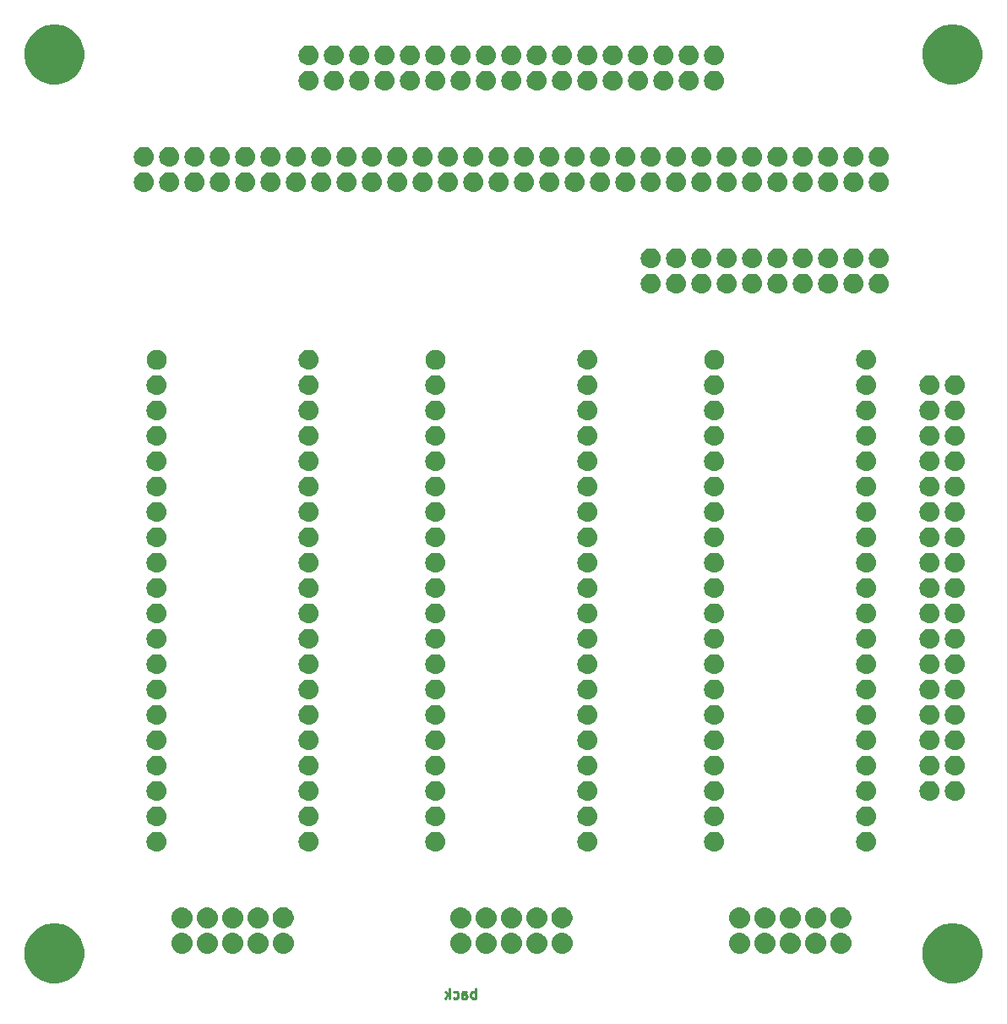
<source format=gbr>
G04 #@! TF.GenerationSoftware,KiCad,Pcbnew,(5.0.1)-4*
G04 #@! TF.CreationDate,2018-11-23T22:53:54+01:00*
G04 #@! TF.ProjectId,Flips5,466C697073352E6B696361645F706362,V1.0*
G04 #@! TF.SameCoordinates,Original*
G04 #@! TF.FileFunction,Soldermask,Bot*
G04 #@! TF.FilePolarity,Negative*
%FSLAX46Y46*%
G04 Gerber Fmt 4.6, Leading zero omitted, Abs format (unit mm)*
G04 Created by KiCad (PCBNEW (5.0.1)-4) date 23.11.2018 22:53:54*
%MOMM*%
%LPD*%
G01*
G04 APERTURE LIST*
%ADD10C,0.250000*%
%ADD11C,0.100000*%
G04 APERTURE END LIST*
D10*
X98020000Y-150312380D02*
X98020000Y-149312380D01*
X98020000Y-149693333D02*
X97924761Y-149645714D01*
X97734285Y-149645714D01*
X97639047Y-149693333D01*
X97591428Y-149740952D01*
X97543809Y-149836190D01*
X97543809Y-150121904D01*
X97591428Y-150217142D01*
X97639047Y-150264761D01*
X97734285Y-150312380D01*
X97924761Y-150312380D01*
X98020000Y-150264761D01*
X96686666Y-150312380D02*
X96686666Y-149788571D01*
X96734285Y-149693333D01*
X96829523Y-149645714D01*
X97020000Y-149645714D01*
X97115238Y-149693333D01*
X96686666Y-150264761D02*
X96781904Y-150312380D01*
X97020000Y-150312380D01*
X97115238Y-150264761D01*
X97162857Y-150169523D01*
X97162857Y-150074285D01*
X97115238Y-149979047D01*
X97020000Y-149931428D01*
X96781904Y-149931428D01*
X96686666Y-149883809D01*
X95781904Y-150264761D02*
X95877142Y-150312380D01*
X96067619Y-150312380D01*
X96162857Y-150264761D01*
X96210476Y-150217142D01*
X96258095Y-150121904D01*
X96258095Y-149836190D01*
X96210476Y-149740952D01*
X96162857Y-149693333D01*
X96067619Y-149645714D01*
X95877142Y-149645714D01*
X95781904Y-149693333D01*
X95353333Y-150312380D02*
X95353333Y-149312380D01*
X95258095Y-149931428D02*
X94972380Y-150312380D01*
X94972380Y-149645714D02*
X95353333Y-150026666D01*
D11*
G36*
X146481870Y-142876859D02*
X146675068Y-142915288D01*
X147221033Y-143141434D01*
X147443377Y-143290000D01*
X147712392Y-143469750D01*
X148130250Y-143887608D01*
X148130252Y-143887611D01*
X148458566Y-144378967D01*
X148684712Y-144924932D01*
X148800000Y-145504526D01*
X148800000Y-146095474D01*
X148684712Y-146675068D01*
X148458566Y-147221033D01*
X148132465Y-147709077D01*
X148130250Y-147712392D01*
X147712392Y-148130250D01*
X147712389Y-148130252D01*
X147221033Y-148458566D01*
X146675068Y-148684712D01*
X146481870Y-148723141D01*
X146095476Y-148800000D01*
X145504524Y-148800000D01*
X145118130Y-148723141D01*
X144924932Y-148684712D01*
X144378967Y-148458566D01*
X143887611Y-148130252D01*
X143887608Y-148130250D01*
X143469750Y-147712392D01*
X143467535Y-147709077D01*
X143141434Y-147221033D01*
X142915288Y-146675068D01*
X142800000Y-146095474D01*
X142800000Y-145504526D01*
X142915288Y-144924932D01*
X143141434Y-144378967D01*
X143469748Y-143887611D01*
X143469750Y-143887608D01*
X143887608Y-143469750D01*
X144156623Y-143290000D01*
X144378967Y-143141434D01*
X144924932Y-142915288D01*
X145118130Y-142876859D01*
X145504524Y-142800000D01*
X146095476Y-142800000D01*
X146481870Y-142876859D01*
X146481870Y-142876859D01*
G37*
G36*
X56481870Y-142876859D02*
X56675068Y-142915288D01*
X57221033Y-143141434D01*
X57443377Y-143290000D01*
X57712392Y-143469750D01*
X58130250Y-143887608D01*
X58130252Y-143887611D01*
X58458566Y-144378967D01*
X58684712Y-144924932D01*
X58800000Y-145504526D01*
X58800000Y-146095474D01*
X58684712Y-146675068D01*
X58458566Y-147221033D01*
X58132465Y-147709077D01*
X58130250Y-147712392D01*
X57712392Y-148130250D01*
X57712389Y-148130252D01*
X57221033Y-148458566D01*
X56675068Y-148684712D01*
X56481870Y-148723141D01*
X56095476Y-148800000D01*
X55504524Y-148800000D01*
X55118130Y-148723141D01*
X54924932Y-148684712D01*
X54378967Y-148458566D01*
X53887611Y-148130252D01*
X53887608Y-148130250D01*
X53469750Y-147712392D01*
X53467535Y-147709077D01*
X53141434Y-147221033D01*
X52915288Y-146675068D01*
X52800000Y-146095474D01*
X52800000Y-145504526D01*
X52915288Y-144924932D01*
X53141434Y-144378967D01*
X53469748Y-143887611D01*
X53469750Y-143887608D01*
X53887608Y-143469750D01*
X54156623Y-143290000D01*
X54378967Y-143141434D01*
X54924932Y-142915288D01*
X55118130Y-142876859D01*
X55504524Y-142800000D01*
X56095476Y-142800000D01*
X56481870Y-142876859D01*
X56481870Y-142876859D01*
G37*
G36*
X134748707Y-143737597D02*
X134825836Y-143745193D01*
X134957787Y-143785220D01*
X135023763Y-143805233D01*
X135206172Y-143902733D01*
X135366054Y-144033946D01*
X135497267Y-144193828D01*
X135594767Y-144376237D01*
X135594767Y-144376238D01*
X135654807Y-144574164D01*
X135675080Y-144780000D01*
X135654807Y-144985836D01*
X135614780Y-145117787D01*
X135594767Y-145183763D01*
X135497267Y-145366172D01*
X135366054Y-145526054D01*
X135206172Y-145657267D01*
X135023763Y-145754767D01*
X134957787Y-145774780D01*
X134825836Y-145814807D01*
X134748707Y-145822403D01*
X134671580Y-145830000D01*
X134568420Y-145830000D01*
X134491293Y-145822403D01*
X134414164Y-145814807D01*
X134282213Y-145774780D01*
X134216237Y-145754767D01*
X134033828Y-145657267D01*
X133873946Y-145526054D01*
X133742733Y-145366172D01*
X133645233Y-145183763D01*
X133625220Y-145117787D01*
X133585193Y-144985836D01*
X133564920Y-144780000D01*
X133585193Y-144574164D01*
X133645233Y-144376238D01*
X133645233Y-144376237D01*
X133742733Y-144193828D01*
X133873946Y-144033946D01*
X134033828Y-143902733D01*
X134216237Y-143805233D01*
X134282213Y-143785220D01*
X134414164Y-143745193D01*
X134491293Y-143737597D01*
X134568420Y-143730000D01*
X134671580Y-143730000D01*
X134748707Y-143737597D01*
X134748707Y-143737597D01*
G37*
G36*
X99188707Y-143737597D02*
X99265836Y-143745193D01*
X99397787Y-143785220D01*
X99463763Y-143805233D01*
X99646172Y-143902733D01*
X99806054Y-144033946D01*
X99937267Y-144193828D01*
X100034767Y-144376237D01*
X100034767Y-144376238D01*
X100094807Y-144574164D01*
X100115080Y-144780000D01*
X100094807Y-144985836D01*
X100054780Y-145117787D01*
X100034767Y-145183763D01*
X99937267Y-145366172D01*
X99806054Y-145526054D01*
X99646172Y-145657267D01*
X99463763Y-145754767D01*
X99397787Y-145774780D01*
X99265836Y-145814807D01*
X99188707Y-145822403D01*
X99111580Y-145830000D01*
X99008420Y-145830000D01*
X98931293Y-145822403D01*
X98854164Y-145814807D01*
X98722213Y-145774780D01*
X98656237Y-145754767D01*
X98473828Y-145657267D01*
X98313946Y-145526054D01*
X98182733Y-145366172D01*
X98085233Y-145183763D01*
X98065220Y-145117787D01*
X98025193Y-144985836D01*
X98004920Y-144780000D01*
X98025193Y-144574164D01*
X98085233Y-144376238D01*
X98085233Y-144376237D01*
X98182733Y-144193828D01*
X98313946Y-144033946D01*
X98473828Y-143902733D01*
X98656237Y-143805233D01*
X98722213Y-143785220D01*
X98854164Y-143745193D01*
X98931293Y-143737597D01*
X99008420Y-143730000D01*
X99111580Y-143730000D01*
X99188707Y-143737597D01*
X99188707Y-143737597D01*
G37*
G36*
X132208707Y-143737597D02*
X132285836Y-143745193D01*
X132417787Y-143785220D01*
X132483763Y-143805233D01*
X132666172Y-143902733D01*
X132826054Y-144033946D01*
X132957267Y-144193828D01*
X133054767Y-144376237D01*
X133054767Y-144376238D01*
X133114807Y-144574164D01*
X133135080Y-144780000D01*
X133114807Y-144985836D01*
X133074780Y-145117787D01*
X133054767Y-145183763D01*
X132957267Y-145366172D01*
X132826054Y-145526054D01*
X132666172Y-145657267D01*
X132483763Y-145754767D01*
X132417787Y-145774780D01*
X132285836Y-145814807D01*
X132208707Y-145822403D01*
X132131580Y-145830000D01*
X132028420Y-145830000D01*
X131951293Y-145822403D01*
X131874164Y-145814807D01*
X131742213Y-145774780D01*
X131676237Y-145754767D01*
X131493828Y-145657267D01*
X131333946Y-145526054D01*
X131202733Y-145366172D01*
X131105233Y-145183763D01*
X131085220Y-145117787D01*
X131045193Y-144985836D01*
X131024920Y-144780000D01*
X131045193Y-144574164D01*
X131105233Y-144376238D01*
X131105233Y-144376237D01*
X131202733Y-144193828D01*
X131333946Y-144033946D01*
X131493828Y-143902733D01*
X131676237Y-143805233D01*
X131742213Y-143785220D01*
X131874164Y-143745193D01*
X131951293Y-143737597D01*
X132028420Y-143730000D01*
X132131580Y-143730000D01*
X132208707Y-143737597D01*
X132208707Y-143737597D01*
G37*
G36*
X127128707Y-143737597D02*
X127205836Y-143745193D01*
X127337787Y-143785220D01*
X127403763Y-143805233D01*
X127586172Y-143902733D01*
X127746054Y-144033946D01*
X127877267Y-144193828D01*
X127974767Y-144376237D01*
X127974767Y-144376238D01*
X128034807Y-144574164D01*
X128055080Y-144780000D01*
X128034807Y-144985836D01*
X127994780Y-145117787D01*
X127974767Y-145183763D01*
X127877267Y-145366172D01*
X127746054Y-145526054D01*
X127586172Y-145657267D01*
X127403763Y-145754767D01*
X127337787Y-145774780D01*
X127205836Y-145814807D01*
X127128707Y-145822403D01*
X127051580Y-145830000D01*
X126948420Y-145830000D01*
X126871293Y-145822403D01*
X126794164Y-145814807D01*
X126662213Y-145774780D01*
X126596237Y-145754767D01*
X126413828Y-145657267D01*
X126253946Y-145526054D01*
X126122733Y-145366172D01*
X126025233Y-145183763D01*
X126005220Y-145117787D01*
X125965193Y-144985836D01*
X125944920Y-144780000D01*
X125965193Y-144574164D01*
X126025233Y-144376238D01*
X126025233Y-144376237D01*
X126122733Y-144193828D01*
X126253946Y-144033946D01*
X126413828Y-143902733D01*
X126596237Y-143805233D01*
X126662213Y-143785220D01*
X126794164Y-143745193D01*
X126871293Y-143737597D01*
X126948420Y-143730000D01*
X127051580Y-143730000D01*
X127128707Y-143737597D01*
X127128707Y-143737597D01*
G37*
G36*
X124588707Y-143737597D02*
X124665836Y-143745193D01*
X124797787Y-143785220D01*
X124863763Y-143805233D01*
X125046172Y-143902733D01*
X125206054Y-144033946D01*
X125337267Y-144193828D01*
X125434767Y-144376237D01*
X125434767Y-144376238D01*
X125494807Y-144574164D01*
X125515080Y-144780000D01*
X125494807Y-144985836D01*
X125454780Y-145117787D01*
X125434767Y-145183763D01*
X125337267Y-145366172D01*
X125206054Y-145526054D01*
X125046172Y-145657267D01*
X124863763Y-145754767D01*
X124797787Y-145774780D01*
X124665836Y-145814807D01*
X124588707Y-145822403D01*
X124511580Y-145830000D01*
X124408420Y-145830000D01*
X124331293Y-145822403D01*
X124254164Y-145814807D01*
X124122213Y-145774780D01*
X124056237Y-145754767D01*
X123873828Y-145657267D01*
X123713946Y-145526054D01*
X123582733Y-145366172D01*
X123485233Y-145183763D01*
X123465220Y-145117787D01*
X123425193Y-144985836D01*
X123404920Y-144780000D01*
X123425193Y-144574164D01*
X123485233Y-144376238D01*
X123485233Y-144376237D01*
X123582733Y-144193828D01*
X123713946Y-144033946D01*
X123873828Y-143902733D01*
X124056237Y-143805233D01*
X124122213Y-143785220D01*
X124254164Y-143745193D01*
X124331293Y-143737597D01*
X124408420Y-143730000D01*
X124511580Y-143730000D01*
X124588707Y-143737597D01*
X124588707Y-143737597D01*
G37*
G36*
X106808707Y-143737597D02*
X106885836Y-143745193D01*
X107017787Y-143785220D01*
X107083763Y-143805233D01*
X107266172Y-143902733D01*
X107426054Y-144033946D01*
X107557267Y-144193828D01*
X107654767Y-144376237D01*
X107654767Y-144376238D01*
X107714807Y-144574164D01*
X107735080Y-144780000D01*
X107714807Y-144985836D01*
X107674780Y-145117787D01*
X107654767Y-145183763D01*
X107557267Y-145366172D01*
X107426054Y-145526054D01*
X107266172Y-145657267D01*
X107083763Y-145754767D01*
X107017787Y-145774780D01*
X106885836Y-145814807D01*
X106808707Y-145822403D01*
X106731580Y-145830000D01*
X106628420Y-145830000D01*
X106551293Y-145822403D01*
X106474164Y-145814807D01*
X106342213Y-145774780D01*
X106276237Y-145754767D01*
X106093828Y-145657267D01*
X105933946Y-145526054D01*
X105802733Y-145366172D01*
X105705233Y-145183763D01*
X105685220Y-145117787D01*
X105645193Y-144985836D01*
X105624920Y-144780000D01*
X105645193Y-144574164D01*
X105705233Y-144376238D01*
X105705233Y-144376237D01*
X105802733Y-144193828D01*
X105933946Y-144033946D01*
X106093828Y-143902733D01*
X106276237Y-143805233D01*
X106342213Y-143785220D01*
X106474164Y-143745193D01*
X106551293Y-143737597D01*
X106628420Y-143730000D01*
X106731580Y-143730000D01*
X106808707Y-143737597D01*
X106808707Y-143737597D01*
G37*
G36*
X104268707Y-143737597D02*
X104345836Y-143745193D01*
X104477787Y-143785220D01*
X104543763Y-143805233D01*
X104726172Y-143902733D01*
X104886054Y-144033946D01*
X105017267Y-144193828D01*
X105114767Y-144376237D01*
X105114767Y-144376238D01*
X105174807Y-144574164D01*
X105195080Y-144780000D01*
X105174807Y-144985836D01*
X105134780Y-145117787D01*
X105114767Y-145183763D01*
X105017267Y-145366172D01*
X104886054Y-145526054D01*
X104726172Y-145657267D01*
X104543763Y-145754767D01*
X104477787Y-145774780D01*
X104345836Y-145814807D01*
X104268707Y-145822403D01*
X104191580Y-145830000D01*
X104088420Y-145830000D01*
X104011293Y-145822403D01*
X103934164Y-145814807D01*
X103802213Y-145774780D01*
X103736237Y-145754767D01*
X103553828Y-145657267D01*
X103393946Y-145526054D01*
X103262733Y-145366172D01*
X103165233Y-145183763D01*
X103145220Y-145117787D01*
X103105193Y-144985836D01*
X103084920Y-144780000D01*
X103105193Y-144574164D01*
X103165233Y-144376238D01*
X103165233Y-144376237D01*
X103262733Y-144193828D01*
X103393946Y-144033946D01*
X103553828Y-143902733D01*
X103736237Y-143805233D01*
X103802213Y-143785220D01*
X103934164Y-143745193D01*
X104011293Y-143737597D01*
X104088420Y-143730000D01*
X104191580Y-143730000D01*
X104268707Y-143737597D01*
X104268707Y-143737597D01*
G37*
G36*
X101728707Y-143737597D02*
X101805836Y-143745193D01*
X101937787Y-143785220D01*
X102003763Y-143805233D01*
X102186172Y-143902733D01*
X102346054Y-144033946D01*
X102477267Y-144193828D01*
X102574767Y-144376237D01*
X102574767Y-144376238D01*
X102634807Y-144574164D01*
X102655080Y-144780000D01*
X102634807Y-144985836D01*
X102594780Y-145117787D01*
X102574767Y-145183763D01*
X102477267Y-145366172D01*
X102346054Y-145526054D01*
X102186172Y-145657267D01*
X102003763Y-145754767D01*
X101937787Y-145774780D01*
X101805836Y-145814807D01*
X101728707Y-145822403D01*
X101651580Y-145830000D01*
X101548420Y-145830000D01*
X101471293Y-145822403D01*
X101394164Y-145814807D01*
X101262213Y-145774780D01*
X101196237Y-145754767D01*
X101013828Y-145657267D01*
X100853946Y-145526054D01*
X100722733Y-145366172D01*
X100625233Y-145183763D01*
X100605220Y-145117787D01*
X100565193Y-144985836D01*
X100544920Y-144780000D01*
X100565193Y-144574164D01*
X100625233Y-144376238D01*
X100625233Y-144376237D01*
X100722733Y-144193828D01*
X100853946Y-144033946D01*
X101013828Y-143902733D01*
X101196237Y-143805233D01*
X101262213Y-143785220D01*
X101394164Y-143745193D01*
X101471293Y-143737597D01*
X101548420Y-143730000D01*
X101651580Y-143730000D01*
X101728707Y-143737597D01*
X101728707Y-143737597D01*
G37*
G36*
X129668707Y-143737597D02*
X129745836Y-143745193D01*
X129877787Y-143785220D01*
X129943763Y-143805233D01*
X130126172Y-143902733D01*
X130286054Y-144033946D01*
X130417267Y-144193828D01*
X130514767Y-144376237D01*
X130514767Y-144376238D01*
X130574807Y-144574164D01*
X130595080Y-144780000D01*
X130574807Y-144985836D01*
X130534780Y-145117787D01*
X130514767Y-145183763D01*
X130417267Y-145366172D01*
X130286054Y-145526054D01*
X130126172Y-145657267D01*
X129943763Y-145754767D01*
X129877787Y-145774780D01*
X129745836Y-145814807D01*
X129668707Y-145822403D01*
X129591580Y-145830000D01*
X129488420Y-145830000D01*
X129411293Y-145822403D01*
X129334164Y-145814807D01*
X129202213Y-145774780D01*
X129136237Y-145754767D01*
X128953828Y-145657267D01*
X128793946Y-145526054D01*
X128662733Y-145366172D01*
X128565233Y-145183763D01*
X128545220Y-145117787D01*
X128505193Y-144985836D01*
X128484920Y-144780000D01*
X128505193Y-144574164D01*
X128565233Y-144376238D01*
X128565233Y-144376237D01*
X128662733Y-144193828D01*
X128793946Y-144033946D01*
X128953828Y-143902733D01*
X129136237Y-143805233D01*
X129202213Y-143785220D01*
X129334164Y-143745193D01*
X129411293Y-143737597D01*
X129488420Y-143730000D01*
X129591580Y-143730000D01*
X129668707Y-143737597D01*
X129668707Y-143737597D01*
G37*
G36*
X96648707Y-143737597D02*
X96725836Y-143745193D01*
X96857787Y-143785220D01*
X96923763Y-143805233D01*
X97106172Y-143902733D01*
X97266054Y-144033946D01*
X97397267Y-144193828D01*
X97494767Y-144376237D01*
X97494767Y-144376238D01*
X97554807Y-144574164D01*
X97575080Y-144780000D01*
X97554807Y-144985836D01*
X97514780Y-145117787D01*
X97494767Y-145183763D01*
X97397267Y-145366172D01*
X97266054Y-145526054D01*
X97106172Y-145657267D01*
X96923763Y-145754767D01*
X96857787Y-145774780D01*
X96725836Y-145814807D01*
X96648707Y-145822403D01*
X96571580Y-145830000D01*
X96468420Y-145830000D01*
X96391293Y-145822403D01*
X96314164Y-145814807D01*
X96182213Y-145774780D01*
X96116237Y-145754767D01*
X95933828Y-145657267D01*
X95773946Y-145526054D01*
X95642733Y-145366172D01*
X95545233Y-145183763D01*
X95525220Y-145117787D01*
X95485193Y-144985836D01*
X95464920Y-144780000D01*
X95485193Y-144574164D01*
X95545233Y-144376238D01*
X95545233Y-144376237D01*
X95642733Y-144193828D01*
X95773946Y-144033946D01*
X95933828Y-143902733D01*
X96116237Y-143805233D01*
X96182213Y-143785220D01*
X96314164Y-143745193D01*
X96391293Y-143737597D01*
X96468420Y-143730000D01*
X96571580Y-143730000D01*
X96648707Y-143737597D01*
X96648707Y-143737597D01*
G37*
G36*
X78868707Y-143737597D02*
X78945836Y-143745193D01*
X79077787Y-143785220D01*
X79143763Y-143805233D01*
X79326172Y-143902733D01*
X79486054Y-144033946D01*
X79617267Y-144193828D01*
X79714767Y-144376237D01*
X79714767Y-144376238D01*
X79774807Y-144574164D01*
X79795080Y-144780000D01*
X79774807Y-144985836D01*
X79734780Y-145117787D01*
X79714767Y-145183763D01*
X79617267Y-145366172D01*
X79486054Y-145526054D01*
X79326172Y-145657267D01*
X79143763Y-145754767D01*
X79077787Y-145774780D01*
X78945836Y-145814807D01*
X78868707Y-145822403D01*
X78791580Y-145830000D01*
X78688420Y-145830000D01*
X78611293Y-145822403D01*
X78534164Y-145814807D01*
X78402213Y-145774780D01*
X78336237Y-145754767D01*
X78153828Y-145657267D01*
X77993946Y-145526054D01*
X77862733Y-145366172D01*
X77765233Y-145183763D01*
X77745220Y-145117787D01*
X77705193Y-144985836D01*
X77684920Y-144780000D01*
X77705193Y-144574164D01*
X77765233Y-144376238D01*
X77765233Y-144376237D01*
X77862733Y-144193828D01*
X77993946Y-144033946D01*
X78153828Y-143902733D01*
X78336237Y-143805233D01*
X78402213Y-143785220D01*
X78534164Y-143745193D01*
X78611293Y-143737597D01*
X78688420Y-143730000D01*
X78791580Y-143730000D01*
X78868707Y-143737597D01*
X78868707Y-143737597D01*
G37*
G36*
X76328707Y-143737597D02*
X76405836Y-143745193D01*
X76537787Y-143785220D01*
X76603763Y-143805233D01*
X76786172Y-143902733D01*
X76946054Y-144033946D01*
X77077267Y-144193828D01*
X77174767Y-144376237D01*
X77174767Y-144376238D01*
X77234807Y-144574164D01*
X77255080Y-144780000D01*
X77234807Y-144985836D01*
X77194780Y-145117787D01*
X77174767Y-145183763D01*
X77077267Y-145366172D01*
X76946054Y-145526054D01*
X76786172Y-145657267D01*
X76603763Y-145754767D01*
X76537787Y-145774780D01*
X76405836Y-145814807D01*
X76328707Y-145822403D01*
X76251580Y-145830000D01*
X76148420Y-145830000D01*
X76071293Y-145822403D01*
X75994164Y-145814807D01*
X75862213Y-145774780D01*
X75796237Y-145754767D01*
X75613828Y-145657267D01*
X75453946Y-145526054D01*
X75322733Y-145366172D01*
X75225233Y-145183763D01*
X75205220Y-145117787D01*
X75165193Y-144985836D01*
X75144920Y-144780000D01*
X75165193Y-144574164D01*
X75225233Y-144376238D01*
X75225233Y-144376237D01*
X75322733Y-144193828D01*
X75453946Y-144033946D01*
X75613828Y-143902733D01*
X75796237Y-143805233D01*
X75862213Y-143785220D01*
X75994164Y-143745193D01*
X76071293Y-143737597D01*
X76148420Y-143730000D01*
X76251580Y-143730000D01*
X76328707Y-143737597D01*
X76328707Y-143737597D01*
G37*
G36*
X73788707Y-143737597D02*
X73865836Y-143745193D01*
X73997787Y-143785220D01*
X74063763Y-143805233D01*
X74246172Y-143902733D01*
X74406054Y-144033946D01*
X74537267Y-144193828D01*
X74634767Y-144376237D01*
X74634767Y-144376238D01*
X74694807Y-144574164D01*
X74715080Y-144780000D01*
X74694807Y-144985836D01*
X74654780Y-145117787D01*
X74634767Y-145183763D01*
X74537267Y-145366172D01*
X74406054Y-145526054D01*
X74246172Y-145657267D01*
X74063763Y-145754767D01*
X73997787Y-145774780D01*
X73865836Y-145814807D01*
X73788707Y-145822403D01*
X73711580Y-145830000D01*
X73608420Y-145830000D01*
X73531293Y-145822403D01*
X73454164Y-145814807D01*
X73322213Y-145774780D01*
X73256237Y-145754767D01*
X73073828Y-145657267D01*
X72913946Y-145526054D01*
X72782733Y-145366172D01*
X72685233Y-145183763D01*
X72665220Y-145117787D01*
X72625193Y-144985836D01*
X72604920Y-144780000D01*
X72625193Y-144574164D01*
X72685233Y-144376238D01*
X72685233Y-144376237D01*
X72782733Y-144193828D01*
X72913946Y-144033946D01*
X73073828Y-143902733D01*
X73256237Y-143805233D01*
X73322213Y-143785220D01*
X73454164Y-143745193D01*
X73531293Y-143737597D01*
X73608420Y-143730000D01*
X73711580Y-143730000D01*
X73788707Y-143737597D01*
X73788707Y-143737597D01*
G37*
G36*
X71248707Y-143737597D02*
X71325836Y-143745193D01*
X71457787Y-143785220D01*
X71523763Y-143805233D01*
X71706172Y-143902733D01*
X71866054Y-144033946D01*
X71997267Y-144193828D01*
X72094767Y-144376237D01*
X72094767Y-144376238D01*
X72154807Y-144574164D01*
X72175080Y-144780000D01*
X72154807Y-144985836D01*
X72114780Y-145117787D01*
X72094767Y-145183763D01*
X71997267Y-145366172D01*
X71866054Y-145526054D01*
X71706172Y-145657267D01*
X71523763Y-145754767D01*
X71457787Y-145774780D01*
X71325836Y-145814807D01*
X71248707Y-145822403D01*
X71171580Y-145830000D01*
X71068420Y-145830000D01*
X70991293Y-145822403D01*
X70914164Y-145814807D01*
X70782213Y-145774780D01*
X70716237Y-145754767D01*
X70533828Y-145657267D01*
X70373946Y-145526054D01*
X70242733Y-145366172D01*
X70145233Y-145183763D01*
X70125220Y-145117787D01*
X70085193Y-144985836D01*
X70064920Y-144780000D01*
X70085193Y-144574164D01*
X70145233Y-144376238D01*
X70145233Y-144376237D01*
X70242733Y-144193828D01*
X70373946Y-144033946D01*
X70533828Y-143902733D01*
X70716237Y-143805233D01*
X70782213Y-143785220D01*
X70914164Y-143745193D01*
X70991293Y-143737597D01*
X71068420Y-143730000D01*
X71171580Y-143730000D01*
X71248707Y-143737597D01*
X71248707Y-143737597D01*
G37*
G36*
X68708707Y-143737597D02*
X68785836Y-143745193D01*
X68917787Y-143785220D01*
X68983763Y-143805233D01*
X69166172Y-143902733D01*
X69326054Y-144033946D01*
X69457267Y-144193828D01*
X69554767Y-144376237D01*
X69554767Y-144376238D01*
X69614807Y-144574164D01*
X69635080Y-144780000D01*
X69614807Y-144985836D01*
X69574780Y-145117787D01*
X69554767Y-145183763D01*
X69457267Y-145366172D01*
X69326054Y-145526054D01*
X69166172Y-145657267D01*
X68983763Y-145754767D01*
X68917787Y-145774780D01*
X68785836Y-145814807D01*
X68708707Y-145822403D01*
X68631580Y-145830000D01*
X68528420Y-145830000D01*
X68451293Y-145822403D01*
X68374164Y-145814807D01*
X68242213Y-145774780D01*
X68176237Y-145754767D01*
X67993828Y-145657267D01*
X67833946Y-145526054D01*
X67702733Y-145366172D01*
X67605233Y-145183763D01*
X67585220Y-145117787D01*
X67545193Y-144985836D01*
X67524920Y-144780000D01*
X67545193Y-144574164D01*
X67605233Y-144376238D01*
X67605233Y-144376237D01*
X67702733Y-144193828D01*
X67833946Y-144033946D01*
X67993828Y-143902733D01*
X68176237Y-143805233D01*
X68242213Y-143785220D01*
X68374164Y-143745193D01*
X68451293Y-143737597D01*
X68528420Y-143730000D01*
X68631580Y-143730000D01*
X68708707Y-143737597D01*
X68708707Y-143737597D01*
G37*
G36*
X101728707Y-141197597D02*
X101805836Y-141205193D01*
X101937787Y-141245220D01*
X102003763Y-141265233D01*
X102186172Y-141362733D01*
X102346054Y-141493946D01*
X102477267Y-141653828D01*
X102574767Y-141836237D01*
X102574767Y-141836238D01*
X102634807Y-142034164D01*
X102655080Y-142240000D01*
X102634807Y-142445836D01*
X102594780Y-142577787D01*
X102574767Y-142643763D01*
X102477267Y-142826172D01*
X102346054Y-142986054D01*
X102186172Y-143117267D01*
X102003763Y-143214767D01*
X101937787Y-143234780D01*
X101805836Y-143274807D01*
X101728707Y-143282403D01*
X101651580Y-143290000D01*
X101548420Y-143290000D01*
X101471293Y-143282403D01*
X101394164Y-143274807D01*
X101262213Y-143234780D01*
X101196237Y-143214767D01*
X101013828Y-143117267D01*
X100853946Y-142986054D01*
X100722733Y-142826172D01*
X100625233Y-142643763D01*
X100605220Y-142577787D01*
X100565193Y-142445836D01*
X100544920Y-142240000D01*
X100565193Y-142034164D01*
X100625233Y-141836238D01*
X100625233Y-141836237D01*
X100722733Y-141653828D01*
X100853946Y-141493946D01*
X101013828Y-141362733D01*
X101196237Y-141265233D01*
X101262213Y-141245220D01*
X101394164Y-141205193D01*
X101471293Y-141197597D01*
X101548420Y-141190000D01*
X101651580Y-141190000D01*
X101728707Y-141197597D01*
X101728707Y-141197597D01*
G37*
G36*
X129668707Y-141197597D02*
X129745836Y-141205193D01*
X129877787Y-141245220D01*
X129943763Y-141265233D01*
X130126172Y-141362733D01*
X130286054Y-141493946D01*
X130417267Y-141653828D01*
X130514767Y-141836237D01*
X130514767Y-141836238D01*
X130574807Y-142034164D01*
X130595080Y-142240000D01*
X130574807Y-142445836D01*
X130534780Y-142577787D01*
X130514767Y-142643763D01*
X130417267Y-142826172D01*
X130286054Y-142986054D01*
X130126172Y-143117267D01*
X129943763Y-143214767D01*
X129877787Y-143234780D01*
X129745836Y-143274807D01*
X129668707Y-143282403D01*
X129591580Y-143290000D01*
X129488420Y-143290000D01*
X129411293Y-143282403D01*
X129334164Y-143274807D01*
X129202213Y-143234780D01*
X129136237Y-143214767D01*
X128953828Y-143117267D01*
X128793946Y-142986054D01*
X128662733Y-142826172D01*
X128565233Y-142643763D01*
X128545220Y-142577787D01*
X128505193Y-142445836D01*
X128484920Y-142240000D01*
X128505193Y-142034164D01*
X128565233Y-141836238D01*
X128565233Y-141836237D01*
X128662733Y-141653828D01*
X128793946Y-141493946D01*
X128953828Y-141362733D01*
X129136237Y-141265233D01*
X129202213Y-141245220D01*
X129334164Y-141205193D01*
X129411293Y-141197597D01*
X129488420Y-141190000D01*
X129591580Y-141190000D01*
X129668707Y-141197597D01*
X129668707Y-141197597D01*
G37*
G36*
X132208707Y-141197597D02*
X132285836Y-141205193D01*
X132417787Y-141245220D01*
X132483763Y-141265233D01*
X132666172Y-141362733D01*
X132826054Y-141493946D01*
X132957267Y-141653828D01*
X133054767Y-141836237D01*
X133054767Y-141836238D01*
X133114807Y-142034164D01*
X133135080Y-142240000D01*
X133114807Y-142445836D01*
X133074780Y-142577787D01*
X133054767Y-142643763D01*
X132957267Y-142826172D01*
X132826054Y-142986054D01*
X132666172Y-143117267D01*
X132483763Y-143214767D01*
X132417787Y-143234780D01*
X132285836Y-143274807D01*
X132208707Y-143282403D01*
X132131580Y-143290000D01*
X132028420Y-143290000D01*
X131951293Y-143282403D01*
X131874164Y-143274807D01*
X131742213Y-143234780D01*
X131676237Y-143214767D01*
X131493828Y-143117267D01*
X131333946Y-142986054D01*
X131202733Y-142826172D01*
X131105233Y-142643763D01*
X131085220Y-142577787D01*
X131045193Y-142445836D01*
X131024920Y-142240000D01*
X131045193Y-142034164D01*
X131105233Y-141836238D01*
X131105233Y-141836237D01*
X131202733Y-141653828D01*
X131333946Y-141493946D01*
X131493828Y-141362733D01*
X131676237Y-141265233D01*
X131742213Y-141245220D01*
X131874164Y-141205193D01*
X131951293Y-141197597D01*
X132028420Y-141190000D01*
X132131580Y-141190000D01*
X132208707Y-141197597D01*
X132208707Y-141197597D01*
G37*
G36*
X68708707Y-141197597D02*
X68785836Y-141205193D01*
X68917787Y-141245220D01*
X68983763Y-141265233D01*
X69166172Y-141362733D01*
X69326054Y-141493946D01*
X69457267Y-141653828D01*
X69554767Y-141836237D01*
X69554767Y-141836238D01*
X69614807Y-142034164D01*
X69635080Y-142240000D01*
X69614807Y-142445836D01*
X69574780Y-142577787D01*
X69554767Y-142643763D01*
X69457267Y-142826172D01*
X69326054Y-142986054D01*
X69166172Y-143117267D01*
X68983763Y-143214767D01*
X68917787Y-143234780D01*
X68785836Y-143274807D01*
X68708707Y-143282403D01*
X68631580Y-143290000D01*
X68528420Y-143290000D01*
X68451293Y-143282403D01*
X68374164Y-143274807D01*
X68242213Y-143234780D01*
X68176237Y-143214767D01*
X67993828Y-143117267D01*
X67833946Y-142986054D01*
X67702733Y-142826172D01*
X67605233Y-142643763D01*
X67585220Y-142577787D01*
X67545193Y-142445836D01*
X67524920Y-142240000D01*
X67545193Y-142034164D01*
X67605233Y-141836238D01*
X67605233Y-141836237D01*
X67702733Y-141653828D01*
X67833946Y-141493946D01*
X67993828Y-141362733D01*
X68176237Y-141265233D01*
X68242213Y-141245220D01*
X68374164Y-141205193D01*
X68451293Y-141197597D01*
X68528420Y-141190000D01*
X68631580Y-141190000D01*
X68708707Y-141197597D01*
X68708707Y-141197597D01*
G37*
G36*
X134745888Y-141194470D02*
X134926274Y-141230350D01*
X135117362Y-141309502D01*
X135289336Y-141424411D01*
X135435589Y-141570664D01*
X135550498Y-141742638D01*
X135629650Y-141933726D01*
X135670000Y-142136584D01*
X135670000Y-142343416D01*
X135629650Y-142546274D01*
X135550498Y-142737362D01*
X135435589Y-142909336D01*
X135289336Y-143055589D01*
X135117362Y-143170498D01*
X134926274Y-143249650D01*
X134745888Y-143285530D01*
X134723417Y-143290000D01*
X134516583Y-143290000D01*
X134494112Y-143285530D01*
X134313726Y-143249650D01*
X134122638Y-143170498D01*
X133950664Y-143055589D01*
X133804411Y-142909336D01*
X133689502Y-142737362D01*
X133610350Y-142546274D01*
X133570000Y-142343416D01*
X133570000Y-142136584D01*
X133610350Y-141933726D01*
X133689502Y-141742638D01*
X133804411Y-141570664D01*
X133950664Y-141424411D01*
X134122638Y-141309502D01*
X134313726Y-141230350D01*
X134494112Y-141194470D01*
X134516583Y-141190000D01*
X134723417Y-141190000D01*
X134745888Y-141194470D01*
X134745888Y-141194470D01*
G37*
G36*
X71248707Y-141197597D02*
X71325836Y-141205193D01*
X71457787Y-141245220D01*
X71523763Y-141265233D01*
X71706172Y-141362733D01*
X71866054Y-141493946D01*
X71997267Y-141653828D01*
X72094767Y-141836237D01*
X72094767Y-141836238D01*
X72154807Y-142034164D01*
X72175080Y-142240000D01*
X72154807Y-142445836D01*
X72114780Y-142577787D01*
X72094767Y-142643763D01*
X71997267Y-142826172D01*
X71866054Y-142986054D01*
X71706172Y-143117267D01*
X71523763Y-143214767D01*
X71457787Y-143234780D01*
X71325836Y-143274807D01*
X71248707Y-143282403D01*
X71171580Y-143290000D01*
X71068420Y-143290000D01*
X70991293Y-143282403D01*
X70914164Y-143274807D01*
X70782213Y-143234780D01*
X70716237Y-143214767D01*
X70533828Y-143117267D01*
X70373946Y-142986054D01*
X70242733Y-142826172D01*
X70145233Y-142643763D01*
X70125220Y-142577787D01*
X70085193Y-142445836D01*
X70064920Y-142240000D01*
X70085193Y-142034164D01*
X70145233Y-141836238D01*
X70145233Y-141836237D01*
X70242733Y-141653828D01*
X70373946Y-141493946D01*
X70533828Y-141362733D01*
X70716237Y-141265233D01*
X70782213Y-141245220D01*
X70914164Y-141205193D01*
X70991293Y-141197597D01*
X71068420Y-141190000D01*
X71171580Y-141190000D01*
X71248707Y-141197597D01*
X71248707Y-141197597D01*
G37*
G36*
X73788707Y-141197597D02*
X73865836Y-141205193D01*
X73997787Y-141245220D01*
X74063763Y-141265233D01*
X74246172Y-141362733D01*
X74406054Y-141493946D01*
X74537267Y-141653828D01*
X74634767Y-141836237D01*
X74634767Y-141836238D01*
X74694807Y-142034164D01*
X74715080Y-142240000D01*
X74694807Y-142445836D01*
X74654780Y-142577787D01*
X74634767Y-142643763D01*
X74537267Y-142826172D01*
X74406054Y-142986054D01*
X74246172Y-143117267D01*
X74063763Y-143214767D01*
X73997787Y-143234780D01*
X73865836Y-143274807D01*
X73788707Y-143282403D01*
X73711580Y-143290000D01*
X73608420Y-143290000D01*
X73531293Y-143282403D01*
X73454164Y-143274807D01*
X73322213Y-143234780D01*
X73256237Y-143214767D01*
X73073828Y-143117267D01*
X72913946Y-142986054D01*
X72782733Y-142826172D01*
X72685233Y-142643763D01*
X72665220Y-142577787D01*
X72625193Y-142445836D01*
X72604920Y-142240000D01*
X72625193Y-142034164D01*
X72685233Y-141836238D01*
X72685233Y-141836237D01*
X72782733Y-141653828D01*
X72913946Y-141493946D01*
X73073828Y-141362733D01*
X73256237Y-141265233D01*
X73322213Y-141245220D01*
X73454164Y-141205193D01*
X73531293Y-141197597D01*
X73608420Y-141190000D01*
X73711580Y-141190000D01*
X73788707Y-141197597D01*
X73788707Y-141197597D01*
G37*
G36*
X76328707Y-141197597D02*
X76405836Y-141205193D01*
X76537787Y-141245220D01*
X76603763Y-141265233D01*
X76786172Y-141362733D01*
X76946054Y-141493946D01*
X77077267Y-141653828D01*
X77174767Y-141836237D01*
X77174767Y-141836238D01*
X77234807Y-142034164D01*
X77255080Y-142240000D01*
X77234807Y-142445836D01*
X77194780Y-142577787D01*
X77174767Y-142643763D01*
X77077267Y-142826172D01*
X76946054Y-142986054D01*
X76786172Y-143117267D01*
X76603763Y-143214767D01*
X76537787Y-143234780D01*
X76405836Y-143274807D01*
X76328707Y-143282403D01*
X76251580Y-143290000D01*
X76148420Y-143290000D01*
X76071293Y-143282403D01*
X75994164Y-143274807D01*
X75862213Y-143234780D01*
X75796237Y-143214767D01*
X75613828Y-143117267D01*
X75453946Y-142986054D01*
X75322733Y-142826172D01*
X75225233Y-142643763D01*
X75205220Y-142577787D01*
X75165193Y-142445836D01*
X75144920Y-142240000D01*
X75165193Y-142034164D01*
X75225233Y-141836238D01*
X75225233Y-141836237D01*
X75322733Y-141653828D01*
X75453946Y-141493946D01*
X75613828Y-141362733D01*
X75796237Y-141265233D01*
X75862213Y-141245220D01*
X75994164Y-141205193D01*
X76071293Y-141197597D01*
X76148420Y-141190000D01*
X76251580Y-141190000D01*
X76328707Y-141197597D01*
X76328707Y-141197597D01*
G37*
G36*
X78865888Y-141194470D02*
X79046274Y-141230350D01*
X79237362Y-141309502D01*
X79409336Y-141424411D01*
X79555589Y-141570664D01*
X79670498Y-141742638D01*
X79749650Y-141933726D01*
X79790000Y-142136584D01*
X79790000Y-142343416D01*
X79749650Y-142546274D01*
X79670498Y-142737362D01*
X79555589Y-142909336D01*
X79409336Y-143055589D01*
X79237362Y-143170498D01*
X79046274Y-143249650D01*
X78865888Y-143285530D01*
X78843417Y-143290000D01*
X78636583Y-143290000D01*
X78614112Y-143285530D01*
X78433726Y-143249650D01*
X78242638Y-143170498D01*
X78070664Y-143055589D01*
X77924411Y-142909336D01*
X77809502Y-142737362D01*
X77730350Y-142546274D01*
X77690000Y-142343416D01*
X77690000Y-142136584D01*
X77730350Y-141933726D01*
X77809502Y-141742638D01*
X77924411Y-141570664D01*
X78070664Y-141424411D01*
X78242638Y-141309502D01*
X78433726Y-141230350D01*
X78614112Y-141194470D01*
X78636583Y-141190000D01*
X78843417Y-141190000D01*
X78865888Y-141194470D01*
X78865888Y-141194470D01*
G37*
G36*
X99188707Y-141197597D02*
X99265836Y-141205193D01*
X99397787Y-141245220D01*
X99463763Y-141265233D01*
X99646172Y-141362733D01*
X99806054Y-141493946D01*
X99937267Y-141653828D01*
X100034767Y-141836237D01*
X100034767Y-141836238D01*
X100094807Y-142034164D01*
X100115080Y-142240000D01*
X100094807Y-142445836D01*
X100054780Y-142577787D01*
X100034767Y-142643763D01*
X99937267Y-142826172D01*
X99806054Y-142986054D01*
X99646172Y-143117267D01*
X99463763Y-143214767D01*
X99397787Y-143234780D01*
X99265836Y-143274807D01*
X99188707Y-143282403D01*
X99111580Y-143290000D01*
X99008420Y-143290000D01*
X98931293Y-143282403D01*
X98854164Y-143274807D01*
X98722213Y-143234780D01*
X98656237Y-143214767D01*
X98473828Y-143117267D01*
X98313946Y-142986054D01*
X98182733Y-142826172D01*
X98085233Y-142643763D01*
X98065220Y-142577787D01*
X98025193Y-142445836D01*
X98004920Y-142240000D01*
X98025193Y-142034164D01*
X98085233Y-141836238D01*
X98085233Y-141836237D01*
X98182733Y-141653828D01*
X98313946Y-141493946D01*
X98473828Y-141362733D01*
X98656237Y-141265233D01*
X98722213Y-141245220D01*
X98854164Y-141205193D01*
X98931293Y-141197597D01*
X99008420Y-141190000D01*
X99111580Y-141190000D01*
X99188707Y-141197597D01*
X99188707Y-141197597D01*
G37*
G36*
X96648707Y-141197597D02*
X96725836Y-141205193D01*
X96857787Y-141245220D01*
X96923763Y-141265233D01*
X97106172Y-141362733D01*
X97266054Y-141493946D01*
X97397267Y-141653828D01*
X97494767Y-141836237D01*
X97494767Y-141836238D01*
X97554807Y-142034164D01*
X97575080Y-142240000D01*
X97554807Y-142445836D01*
X97514780Y-142577787D01*
X97494767Y-142643763D01*
X97397267Y-142826172D01*
X97266054Y-142986054D01*
X97106172Y-143117267D01*
X96923763Y-143214767D01*
X96857787Y-143234780D01*
X96725836Y-143274807D01*
X96648707Y-143282403D01*
X96571580Y-143290000D01*
X96468420Y-143290000D01*
X96391293Y-143282403D01*
X96314164Y-143274807D01*
X96182213Y-143234780D01*
X96116237Y-143214767D01*
X95933828Y-143117267D01*
X95773946Y-142986054D01*
X95642733Y-142826172D01*
X95545233Y-142643763D01*
X95525220Y-142577787D01*
X95485193Y-142445836D01*
X95464920Y-142240000D01*
X95485193Y-142034164D01*
X95545233Y-141836238D01*
X95545233Y-141836237D01*
X95642733Y-141653828D01*
X95773946Y-141493946D01*
X95933828Y-141362733D01*
X96116237Y-141265233D01*
X96182213Y-141245220D01*
X96314164Y-141205193D01*
X96391293Y-141197597D01*
X96468420Y-141190000D01*
X96571580Y-141190000D01*
X96648707Y-141197597D01*
X96648707Y-141197597D01*
G37*
G36*
X127128707Y-141197597D02*
X127205836Y-141205193D01*
X127337787Y-141245220D01*
X127403763Y-141265233D01*
X127586172Y-141362733D01*
X127746054Y-141493946D01*
X127877267Y-141653828D01*
X127974767Y-141836237D01*
X127974767Y-141836238D01*
X128034807Y-142034164D01*
X128055080Y-142240000D01*
X128034807Y-142445836D01*
X127994780Y-142577787D01*
X127974767Y-142643763D01*
X127877267Y-142826172D01*
X127746054Y-142986054D01*
X127586172Y-143117267D01*
X127403763Y-143214767D01*
X127337787Y-143234780D01*
X127205836Y-143274807D01*
X127128707Y-143282403D01*
X127051580Y-143290000D01*
X126948420Y-143290000D01*
X126871293Y-143282403D01*
X126794164Y-143274807D01*
X126662213Y-143234780D01*
X126596237Y-143214767D01*
X126413828Y-143117267D01*
X126253946Y-142986054D01*
X126122733Y-142826172D01*
X126025233Y-142643763D01*
X126005220Y-142577787D01*
X125965193Y-142445836D01*
X125944920Y-142240000D01*
X125965193Y-142034164D01*
X126025233Y-141836238D01*
X126025233Y-141836237D01*
X126122733Y-141653828D01*
X126253946Y-141493946D01*
X126413828Y-141362733D01*
X126596237Y-141265233D01*
X126662213Y-141245220D01*
X126794164Y-141205193D01*
X126871293Y-141197597D01*
X126948420Y-141190000D01*
X127051580Y-141190000D01*
X127128707Y-141197597D01*
X127128707Y-141197597D01*
G37*
G36*
X104268707Y-141197597D02*
X104345836Y-141205193D01*
X104477787Y-141245220D01*
X104543763Y-141265233D01*
X104726172Y-141362733D01*
X104886054Y-141493946D01*
X105017267Y-141653828D01*
X105114767Y-141836237D01*
X105114767Y-141836238D01*
X105174807Y-142034164D01*
X105195080Y-142240000D01*
X105174807Y-142445836D01*
X105134780Y-142577787D01*
X105114767Y-142643763D01*
X105017267Y-142826172D01*
X104886054Y-142986054D01*
X104726172Y-143117267D01*
X104543763Y-143214767D01*
X104477787Y-143234780D01*
X104345836Y-143274807D01*
X104268707Y-143282403D01*
X104191580Y-143290000D01*
X104088420Y-143290000D01*
X104011293Y-143282403D01*
X103934164Y-143274807D01*
X103802213Y-143234780D01*
X103736237Y-143214767D01*
X103553828Y-143117267D01*
X103393946Y-142986054D01*
X103262733Y-142826172D01*
X103165233Y-142643763D01*
X103145220Y-142577787D01*
X103105193Y-142445836D01*
X103084920Y-142240000D01*
X103105193Y-142034164D01*
X103165233Y-141836238D01*
X103165233Y-141836237D01*
X103262733Y-141653828D01*
X103393946Y-141493946D01*
X103553828Y-141362733D01*
X103736237Y-141265233D01*
X103802213Y-141245220D01*
X103934164Y-141205193D01*
X104011293Y-141197597D01*
X104088420Y-141190000D01*
X104191580Y-141190000D01*
X104268707Y-141197597D01*
X104268707Y-141197597D01*
G37*
G36*
X124588707Y-141197597D02*
X124665836Y-141205193D01*
X124797787Y-141245220D01*
X124863763Y-141265233D01*
X125046172Y-141362733D01*
X125206054Y-141493946D01*
X125337267Y-141653828D01*
X125434767Y-141836237D01*
X125434767Y-141836238D01*
X125494807Y-142034164D01*
X125515080Y-142240000D01*
X125494807Y-142445836D01*
X125454780Y-142577787D01*
X125434767Y-142643763D01*
X125337267Y-142826172D01*
X125206054Y-142986054D01*
X125046172Y-143117267D01*
X124863763Y-143214767D01*
X124797787Y-143234780D01*
X124665836Y-143274807D01*
X124588707Y-143282403D01*
X124511580Y-143290000D01*
X124408420Y-143290000D01*
X124331293Y-143282403D01*
X124254164Y-143274807D01*
X124122213Y-143234780D01*
X124056237Y-143214767D01*
X123873828Y-143117267D01*
X123713946Y-142986054D01*
X123582733Y-142826172D01*
X123485233Y-142643763D01*
X123465220Y-142577787D01*
X123425193Y-142445836D01*
X123404920Y-142240000D01*
X123425193Y-142034164D01*
X123485233Y-141836238D01*
X123485233Y-141836237D01*
X123582733Y-141653828D01*
X123713946Y-141493946D01*
X123873828Y-141362733D01*
X124056237Y-141265233D01*
X124122213Y-141245220D01*
X124254164Y-141205193D01*
X124331293Y-141197597D01*
X124408420Y-141190000D01*
X124511580Y-141190000D01*
X124588707Y-141197597D01*
X124588707Y-141197597D01*
G37*
G36*
X106805888Y-141194470D02*
X106986274Y-141230350D01*
X107177362Y-141309502D01*
X107349336Y-141424411D01*
X107495589Y-141570664D01*
X107610498Y-141742638D01*
X107689650Y-141933726D01*
X107730000Y-142136584D01*
X107730000Y-142343416D01*
X107689650Y-142546274D01*
X107610498Y-142737362D01*
X107495589Y-142909336D01*
X107349336Y-143055589D01*
X107177362Y-143170498D01*
X106986274Y-143249650D01*
X106805888Y-143285530D01*
X106783417Y-143290000D01*
X106576583Y-143290000D01*
X106554112Y-143285530D01*
X106373726Y-143249650D01*
X106182638Y-143170498D01*
X106010664Y-143055589D01*
X105864411Y-142909336D01*
X105749502Y-142737362D01*
X105670350Y-142546274D01*
X105630000Y-142343416D01*
X105630000Y-142136584D01*
X105670350Y-141933726D01*
X105749502Y-141742638D01*
X105864411Y-141570664D01*
X106010664Y-141424411D01*
X106182638Y-141309502D01*
X106373726Y-141230350D01*
X106554112Y-141194470D01*
X106576583Y-141190000D01*
X106783417Y-141190000D01*
X106805888Y-141194470D01*
X106805888Y-141194470D01*
G37*
G36*
X122116030Y-133634469D02*
X122116033Y-133634470D01*
X122116034Y-133634470D01*
X122304535Y-133691651D01*
X122304537Y-133691652D01*
X122478260Y-133784509D01*
X122630528Y-133909472D01*
X122755491Y-134061740D01*
X122848348Y-134235463D01*
X122905531Y-134423970D01*
X122924838Y-134620000D01*
X122905531Y-134816030D01*
X122848348Y-135004537D01*
X122755491Y-135178260D01*
X122630528Y-135330528D01*
X122478260Y-135455491D01*
X122478258Y-135455492D01*
X122304535Y-135548349D01*
X122116034Y-135605530D01*
X122116033Y-135605530D01*
X122116030Y-135605531D01*
X121969124Y-135620000D01*
X121870876Y-135620000D01*
X121723970Y-135605531D01*
X121723967Y-135605530D01*
X121723966Y-135605530D01*
X121535465Y-135548349D01*
X121361742Y-135455492D01*
X121361740Y-135455491D01*
X121209472Y-135330528D01*
X121084509Y-135178260D01*
X120991652Y-135004537D01*
X120934469Y-134816030D01*
X120915162Y-134620000D01*
X120934469Y-134423970D01*
X120991652Y-134235463D01*
X121084509Y-134061740D01*
X121209472Y-133909472D01*
X121361740Y-133784509D01*
X121535463Y-133691652D01*
X121535465Y-133691651D01*
X121723966Y-133634470D01*
X121723967Y-133634470D01*
X121723970Y-133634469D01*
X121870876Y-133620000D01*
X121969124Y-133620000D01*
X122116030Y-133634469D01*
X122116030Y-133634469D01*
G37*
G36*
X137356030Y-133634469D02*
X137356033Y-133634470D01*
X137356034Y-133634470D01*
X137544535Y-133691651D01*
X137544537Y-133691652D01*
X137718260Y-133784509D01*
X137870528Y-133909472D01*
X137995491Y-134061740D01*
X138088348Y-134235463D01*
X138145531Y-134423970D01*
X138164838Y-134620000D01*
X138145531Y-134816030D01*
X138088348Y-135004537D01*
X137995491Y-135178260D01*
X137870528Y-135330528D01*
X137718260Y-135455491D01*
X137718258Y-135455492D01*
X137544535Y-135548349D01*
X137356034Y-135605530D01*
X137356033Y-135605530D01*
X137356030Y-135605531D01*
X137209124Y-135620000D01*
X137110876Y-135620000D01*
X136963970Y-135605531D01*
X136963967Y-135605530D01*
X136963966Y-135605530D01*
X136775465Y-135548349D01*
X136601742Y-135455492D01*
X136601740Y-135455491D01*
X136449472Y-135330528D01*
X136324509Y-135178260D01*
X136231652Y-135004537D01*
X136174469Y-134816030D01*
X136155162Y-134620000D01*
X136174469Y-134423970D01*
X136231652Y-134235463D01*
X136324509Y-134061740D01*
X136449472Y-133909472D01*
X136601740Y-133784509D01*
X136775463Y-133691652D01*
X136775465Y-133691651D01*
X136963966Y-133634470D01*
X136963967Y-133634470D01*
X136963970Y-133634469D01*
X137110876Y-133620000D01*
X137209124Y-133620000D01*
X137356030Y-133634469D01*
X137356030Y-133634469D01*
G37*
G36*
X109416030Y-133634469D02*
X109416033Y-133634470D01*
X109416034Y-133634470D01*
X109604535Y-133691651D01*
X109604537Y-133691652D01*
X109778260Y-133784509D01*
X109930528Y-133909472D01*
X110055491Y-134061740D01*
X110148348Y-134235463D01*
X110205531Y-134423970D01*
X110224838Y-134620000D01*
X110205531Y-134816030D01*
X110148348Y-135004537D01*
X110055491Y-135178260D01*
X109930528Y-135330528D01*
X109778260Y-135455491D01*
X109778258Y-135455492D01*
X109604535Y-135548349D01*
X109416034Y-135605530D01*
X109416033Y-135605530D01*
X109416030Y-135605531D01*
X109269124Y-135620000D01*
X109170876Y-135620000D01*
X109023970Y-135605531D01*
X109023967Y-135605530D01*
X109023966Y-135605530D01*
X108835465Y-135548349D01*
X108661742Y-135455492D01*
X108661740Y-135455491D01*
X108509472Y-135330528D01*
X108384509Y-135178260D01*
X108291652Y-135004537D01*
X108234469Y-134816030D01*
X108215162Y-134620000D01*
X108234469Y-134423970D01*
X108291652Y-134235463D01*
X108384509Y-134061740D01*
X108509472Y-133909472D01*
X108661740Y-133784509D01*
X108835463Y-133691652D01*
X108835465Y-133691651D01*
X109023966Y-133634470D01*
X109023967Y-133634470D01*
X109023970Y-133634469D01*
X109170876Y-133620000D01*
X109269124Y-133620000D01*
X109416030Y-133634469D01*
X109416030Y-133634469D01*
G37*
G36*
X94176030Y-133634469D02*
X94176033Y-133634470D01*
X94176034Y-133634470D01*
X94364535Y-133691651D01*
X94364537Y-133691652D01*
X94538260Y-133784509D01*
X94690528Y-133909472D01*
X94815491Y-134061740D01*
X94908348Y-134235463D01*
X94965531Y-134423970D01*
X94984838Y-134620000D01*
X94965531Y-134816030D01*
X94908348Y-135004537D01*
X94815491Y-135178260D01*
X94690528Y-135330528D01*
X94538260Y-135455491D01*
X94538258Y-135455492D01*
X94364535Y-135548349D01*
X94176034Y-135605530D01*
X94176033Y-135605530D01*
X94176030Y-135605531D01*
X94029124Y-135620000D01*
X93930876Y-135620000D01*
X93783970Y-135605531D01*
X93783967Y-135605530D01*
X93783966Y-135605530D01*
X93595465Y-135548349D01*
X93421742Y-135455492D01*
X93421740Y-135455491D01*
X93269472Y-135330528D01*
X93144509Y-135178260D01*
X93051652Y-135004537D01*
X92994469Y-134816030D01*
X92975162Y-134620000D01*
X92994469Y-134423970D01*
X93051652Y-134235463D01*
X93144509Y-134061740D01*
X93269472Y-133909472D01*
X93421740Y-133784509D01*
X93595463Y-133691652D01*
X93595465Y-133691651D01*
X93783966Y-133634470D01*
X93783967Y-133634470D01*
X93783970Y-133634469D01*
X93930876Y-133620000D01*
X94029124Y-133620000D01*
X94176030Y-133634469D01*
X94176030Y-133634469D01*
G37*
G36*
X81476030Y-133634469D02*
X81476033Y-133634470D01*
X81476034Y-133634470D01*
X81664535Y-133691651D01*
X81664537Y-133691652D01*
X81838260Y-133784509D01*
X81990528Y-133909472D01*
X82115491Y-134061740D01*
X82208348Y-134235463D01*
X82265531Y-134423970D01*
X82284838Y-134620000D01*
X82265531Y-134816030D01*
X82208348Y-135004537D01*
X82115491Y-135178260D01*
X81990528Y-135330528D01*
X81838260Y-135455491D01*
X81838258Y-135455492D01*
X81664535Y-135548349D01*
X81476034Y-135605530D01*
X81476033Y-135605530D01*
X81476030Y-135605531D01*
X81329124Y-135620000D01*
X81230876Y-135620000D01*
X81083970Y-135605531D01*
X81083967Y-135605530D01*
X81083966Y-135605530D01*
X80895465Y-135548349D01*
X80721742Y-135455492D01*
X80721740Y-135455491D01*
X80569472Y-135330528D01*
X80444509Y-135178260D01*
X80351652Y-135004537D01*
X80294469Y-134816030D01*
X80275162Y-134620000D01*
X80294469Y-134423970D01*
X80351652Y-134235463D01*
X80444509Y-134061740D01*
X80569472Y-133909472D01*
X80721740Y-133784509D01*
X80895463Y-133691652D01*
X80895465Y-133691651D01*
X81083966Y-133634470D01*
X81083967Y-133634470D01*
X81083970Y-133634469D01*
X81230876Y-133620000D01*
X81329124Y-133620000D01*
X81476030Y-133634469D01*
X81476030Y-133634469D01*
G37*
G36*
X66236030Y-133634469D02*
X66236033Y-133634470D01*
X66236034Y-133634470D01*
X66424535Y-133691651D01*
X66424537Y-133691652D01*
X66598260Y-133784509D01*
X66750528Y-133909472D01*
X66875491Y-134061740D01*
X66968348Y-134235463D01*
X67025531Y-134423970D01*
X67044838Y-134620000D01*
X67025531Y-134816030D01*
X66968348Y-135004537D01*
X66875491Y-135178260D01*
X66750528Y-135330528D01*
X66598260Y-135455491D01*
X66598258Y-135455492D01*
X66424535Y-135548349D01*
X66236034Y-135605530D01*
X66236033Y-135605530D01*
X66236030Y-135605531D01*
X66089124Y-135620000D01*
X65990876Y-135620000D01*
X65843970Y-135605531D01*
X65843967Y-135605530D01*
X65843966Y-135605530D01*
X65655465Y-135548349D01*
X65481742Y-135455492D01*
X65481740Y-135455491D01*
X65329472Y-135330528D01*
X65204509Y-135178260D01*
X65111652Y-135004537D01*
X65054469Y-134816030D01*
X65035162Y-134620000D01*
X65054469Y-134423970D01*
X65111652Y-134235463D01*
X65204509Y-134061740D01*
X65329472Y-133909472D01*
X65481740Y-133784509D01*
X65655463Y-133691652D01*
X65655465Y-133691651D01*
X65843966Y-133634470D01*
X65843967Y-133634470D01*
X65843970Y-133634469D01*
X65990876Y-133620000D01*
X66089124Y-133620000D01*
X66236030Y-133634469D01*
X66236030Y-133634469D01*
G37*
G36*
X66236030Y-131094469D02*
X66236033Y-131094470D01*
X66236034Y-131094470D01*
X66424535Y-131151651D01*
X66424537Y-131151652D01*
X66598260Y-131244509D01*
X66750528Y-131369472D01*
X66875491Y-131521740D01*
X66968348Y-131695463D01*
X67025531Y-131883970D01*
X67044838Y-132080000D01*
X67025531Y-132276030D01*
X66968348Y-132464537D01*
X66875491Y-132638260D01*
X66750528Y-132790528D01*
X66598260Y-132915491D01*
X66598258Y-132915492D01*
X66424535Y-133008349D01*
X66236034Y-133065530D01*
X66236033Y-133065530D01*
X66236030Y-133065531D01*
X66089124Y-133080000D01*
X65990876Y-133080000D01*
X65843970Y-133065531D01*
X65843967Y-133065530D01*
X65843966Y-133065530D01*
X65655465Y-133008349D01*
X65481742Y-132915492D01*
X65481740Y-132915491D01*
X65329472Y-132790528D01*
X65204509Y-132638260D01*
X65111652Y-132464537D01*
X65054469Y-132276030D01*
X65035162Y-132080000D01*
X65054469Y-131883970D01*
X65111652Y-131695463D01*
X65204509Y-131521740D01*
X65329472Y-131369472D01*
X65481740Y-131244509D01*
X65655463Y-131151652D01*
X65655465Y-131151651D01*
X65843966Y-131094470D01*
X65843967Y-131094470D01*
X65843970Y-131094469D01*
X65990876Y-131080000D01*
X66089124Y-131080000D01*
X66236030Y-131094469D01*
X66236030Y-131094469D01*
G37*
G36*
X122116030Y-131094469D02*
X122116033Y-131094470D01*
X122116034Y-131094470D01*
X122304535Y-131151651D01*
X122304537Y-131151652D01*
X122478260Y-131244509D01*
X122630528Y-131369472D01*
X122755491Y-131521740D01*
X122848348Y-131695463D01*
X122905531Y-131883970D01*
X122924838Y-132080000D01*
X122905531Y-132276030D01*
X122848348Y-132464537D01*
X122755491Y-132638260D01*
X122630528Y-132790528D01*
X122478260Y-132915491D01*
X122478258Y-132915492D01*
X122304535Y-133008349D01*
X122116034Y-133065530D01*
X122116033Y-133065530D01*
X122116030Y-133065531D01*
X121969124Y-133080000D01*
X121870876Y-133080000D01*
X121723970Y-133065531D01*
X121723967Y-133065530D01*
X121723966Y-133065530D01*
X121535465Y-133008349D01*
X121361742Y-132915492D01*
X121361740Y-132915491D01*
X121209472Y-132790528D01*
X121084509Y-132638260D01*
X120991652Y-132464537D01*
X120934469Y-132276030D01*
X120915162Y-132080000D01*
X120934469Y-131883970D01*
X120991652Y-131695463D01*
X121084509Y-131521740D01*
X121209472Y-131369472D01*
X121361740Y-131244509D01*
X121535463Y-131151652D01*
X121535465Y-131151651D01*
X121723966Y-131094470D01*
X121723967Y-131094470D01*
X121723970Y-131094469D01*
X121870876Y-131080000D01*
X121969124Y-131080000D01*
X122116030Y-131094469D01*
X122116030Y-131094469D01*
G37*
G36*
X137356030Y-131094469D02*
X137356033Y-131094470D01*
X137356034Y-131094470D01*
X137544535Y-131151651D01*
X137544537Y-131151652D01*
X137718260Y-131244509D01*
X137870528Y-131369472D01*
X137995491Y-131521740D01*
X138088348Y-131695463D01*
X138145531Y-131883970D01*
X138164838Y-132080000D01*
X138145531Y-132276030D01*
X138088348Y-132464537D01*
X137995491Y-132638260D01*
X137870528Y-132790528D01*
X137718260Y-132915491D01*
X137718258Y-132915492D01*
X137544535Y-133008349D01*
X137356034Y-133065530D01*
X137356033Y-133065530D01*
X137356030Y-133065531D01*
X137209124Y-133080000D01*
X137110876Y-133080000D01*
X136963970Y-133065531D01*
X136963967Y-133065530D01*
X136963966Y-133065530D01*
X136775465Y-133008349D01*
X136601742Y-132915492D01*
X136601740Y-132915491D01*
X136449472Y-132790528D01*
X136324509Y-132638260D01*
X136231652Y-132464537D01*
X136174469Y-132276030D01*
X136155162Y-132080000D01*
X136174469Y-131883970D01*
X136231652Y-131695463D01*
X136324509Y-131521740D01*
X136449472Y-131369472D01*
X136601740Y-131244509D01*
X136775463Y-131151652D01*
X136775465Y-131151651D01*
X136963966Y-131094470D01*
X136963967Y-131094470D01*
X136963970Y-131094469D01*
X137110876Y-131080000D01*
X137209124Y-131080000D01*
X137356030Y-131094469D01*
X137356030Y-131094469D01*
G37*
G36*
X81476030Y-131094469D02*
X81476033Y-131094470D01*
X81476034Y-131094470D01*
X81664535Y-131151651D01*
X81664537Y-131151652D01*
X81838260Y-131244509D01*
X81990528Y-131369472D01*
X82115491Y-131521740D01*
X82208348Y-131695463D01*
X82265531Y-131883970D01*
X82284838Y-132080000D01*
X82265531Y-132276030D01*
X82208348Y-132464537D01*
X82115491Y-132638260D01*
X81990528Y-132790528D01*
X81838260Y-132915491D01*
X81838258Y-132915492D01*
X81664535Y-133008349D01*
X81476034Y-133065530D01*
X81476033Y-133065530D01*
X81476030Y-133065531D01*
X81329124Y-133080000D01*
X81230876Y-133080000D01*
X81083970Y-133065531D01*
X81083967Y-133065530D01*
X81083966Y-133065530D01*
X80895465Y-133008349D01*
X80721742Y-132915492D01*
X80721740Y-132915491D01*
X80569472Y-132790528D01*
X80444509Y-132638260D01*
X80351652Y-132464537D01*
X80294469Y-132276030D01*
X80275162Y-132080000D01*
X80294469Y-131883970D01*
X80351652Y-131695463D01*
X80444509Y-131521740D01*
X80569472Y-131369472D01*
X80721740Y-131244509D01*
X80895463Y-131151652D01*
X80895465Y-131151651D01*
X81083966Y-131094470D01*
X81083967Y-131094470D01*
X81083970Y-131094469D01*
X81230876Y-131080000D01*
X81329124Y-131080000D01*
X81476030Y-131094469D01*
X81476030Y-131094469D01*
G37*
G36*
X109416030Y-131094469D02*
X109416033Y-131094470D01*
X109416034Y-131094470D01*
X109604535Y-131151651D01*
X109604537Y-131151652D01*
X109778260Y-131244509D01*
X109930528Y-131369472D01*
X110055491Y-131521740D01*
X110148348Y-131695463D01*
X110205531Y-131883970D01*
X110224838Y-132080000D01*
X110205531Y-132276030D01*
X110148348Y-132464537D01*
X110055491Y-132638260D01*
X109930528Y-132790528D01*
X109778260Y-132915491D01*
X109778258Y-132915492D01*
X109604535Y-133008349D01*
X109416034Y-133065530D01*
X109416033Y-133065530D01*
X109416030Y-133065531D01*
X109269124Y-133080000D01*
X109170876Y-133080000D01*
X109023970Y-133065531D01*
X109023967Y-133065530D01*
X109023966Y-133065530D01*
X108835465Y-133008349D01*
X108661742Y-132915492D01*
X108661740Y-132915491D01*
X108509472Y-132790528D01*
X108384509Y-132638260D01*
X108291652Y-132464537D01*
X108234469Y-132276030D01*
X108215162Y-132080000D01*
X108234469Y-131883970D01*
X108291652Y-131695463D01*
X108384509Y-131521740D01*
X108509472Y-131369472D01*
X108661740Y-131244509D01*
X108835463Y-131151652D01*
X108835465Y-131151651D01*
X109023966Y-131094470D01*
X109023967Y-131094470D01*
X109023970Y-131094469D01*
X109170876Y-131080000D01*
X109269124Y-131080000D01*
X109416030Y-131094469D01*
X109416030Y-131094469D01*
G37*
G36*
X94176030Y-131094469D02*
X94176033Y-131094470D01*
X94176034Y-131094470D01*
X94364535Y-131151651D01*
X94364537Y-131151652D01*
X94538260Y-131244509D01*
X94690528Y-131369472D01*
X94815491Y-131521740D01*
X94908348Y-131695463D01*
X94965531Y-131883970D01*
X94984838Y-132080000D01*
X94965531Y-132276030D01*
X94908348Y-132464537D01*
X94815491Y-132638260D01*
X94690528Y-132790528D01*
X94538260Y-132915491D01*
X94538258Y-132915492D01*
X94364535Y-133008349D01*
X94176034Y-133065530D01*
X94176033Y-133065530D01*
X94176030Y-133065531D01*
X94029124Y-133080000D01*
X93930876Y-133080000D01*
X93783970Y-133065531D01*
X93783967Y-133065530D01*
X93783966Y-133065530D01*
X93595465Y-133008349D01*
X93421742Y-132915492D01*
X93421740Y-132915491D01*
X93269472Y-132790528D01*
X93144509Y-132638260D01*
X93051652Y-132464537D01*
X92994469Y-132276030D01*
X92975162Y-132080000D01*
X92994469Y-131883970D01*
X93051652Y-131695463D01*
X93144509Y-131521740D01*
X93269472Y-131369472D01*
X93421740Y-131244509D01*
X93595463Y-131151652D01*
X93595465Y-131151651D01*
X93783966Y-131094470D01*
X93783967Y-131094470D01*
X93783970Y-131094469D01*
X93930876Y-131080000D01*
X94029124Y-131080000D01*
X94176030Y-131094469D01*
X94176030Y-131094469D01*
G37*
G36*
X122116030Y-128554469D02*
X122116033Y-128554470D01*
X122116034Y-128554470D01*
X122304535Y-128611651D01*
X122304537Y-128611652D01*
X122478260Y-128704509D01*
X122630528Y-128829472D01*
X122755491Y-128981740D01*
X122848348Y-129155463D01*
X122905531Y-129343970D01*
X122924838Y-129540000D01*
X122905531Y-129736030D01*
X122848348Y-129924537D01*
X122755491Y-130098260D01*
X122630528Y-130250528D01*
X122478260Y-130375491D01*
X122478258Y-130375492D01*
X122304535Y-130468349D01*
X122116034Y-130525530D01*
X122116033Y-130525530D01*
X122116030Y-130525531D01*
X121969124Y-130540000D01*
X121870876Y-130540000D01*
X121723970Y-130525531D01*
X121723967Y-130525530D01*
X121723966Y-130525530D01*
X121535465Y-130468349D01*
X121361742Y-130375492D01*
X121361740Y-130375491D01*
X121209472Y-130250528D01*
X121084509Y-130098260D01*
X120991652Y-129924537D01*
X120934469Y-129736030D01*
X120915162Y-129540000D01*
X120934469Y-129343970D01*
X120991652Y-129155463D01*
X121084509Y-128981740D01*
X121209472Y-128829472D01*
X121361740Y-128704509D01*
X121535463Y-128611652D01*
X121535465Y-128611651D01*
X121723966Y-128554470D01*
X121723967Y-128554470D01*
X121723970Y-128554469D01*
X121870876Y-128540000D01*
X121969124Y-128540000D01*
X122116030Y-128554469D01*
X122116030Y-128554469D01*
G37*
G36*
X143706030Y-128554469D02*
X143706033Y-128554470D01*
X143706034Y-128554470D01*
X143894535Y-128611651D01*
X143894537Y-128611652D01*
X144068260Y-128704509D01*
X144220528Y-128829472D01*
X144345491Y-128981740D01*
X144438348Y-129155463D01*
X144495531Y-129343970D01*
X144514838Y-129540000D01*
X144495531Y-129736030D01*
X144438348Y-129924537D01*
X144345491Y-130098260D01*
X144220528Y-130250528D01*
X144068260Y-130375491D01*
X144068258Y-130375492D01*
X143894535Y-130468349D01*
X143706034Y-130525530D01*
X143706033Y-130525530D01*
X143706030Y-130525531D01*
X143559124Y-130540000D01*
X143460876Y-130540000D01*
X143313970Y-130525531D01*
X143313967Y-130525530D01*
X143313966Y-130525530D01*
X143125465Y-130468349D01*
X142951742Y-130375492D01*
X142951740Y-130375491D01*
X142799472Y-130250528D01*
X142674509Y-130098260D01*
X142581652Y-129924537D01*
X142524469Y-129736030D01*
X142505162Y-129540000D01*
X142524469Y-129343970D01*
X142581652Y-129155463D01*
X142674509Y-128981740D01*
X142799472Y-128829472D01*
X142951740Y-128704509D01*
X143125463Y-128611652D01*
X143125465Y-128611651D01*
X143313966Y-128554470D01*
X143313967Y-128554470D01*
X143313970Y-128554469D01*
X143460876Y-128540000D01*
X143559124Y-128540000D01*
X143706030Y-128554469D01*
X143706030Y-128554469D01*
G37*
G36*
X146246030Y-128554469D02*
X146246033Y-128554470D01*
X146246034Y-128554470D01*
X146434535Y-128611651D01*
X146434537Y-128611652D01*
X146608260Y-128704509D01*
X146760528Y-128829472D01*
X146885491Y-128981740D01*
X146978348Y-129155463D01*
X147035531Y-129343970D01*
X147054838Y-129540000D01*
X147035531Y-129736030D01*
X146978348Y-129924537D01*
X146885491Y-130098260D01*
X146760528Y-130250528D01*
X146608260Y-130375491D01*
X146608258Y-130375492D01*
X146434535Y-130468349D01*
X146246034Y-130525530D01*
X146246033Y-130525530D01*
X146246030Y-130525531D01*
X146099124Y-130540000D01*
X146000876Y-130540000D01*
X145853970Y-130525531D01*
X145853967Y-130525530D01*
X145853966Y-130525530D01*
X145665465Y-130468349D01*
X145491742Y-130375492D01*
X145491740Y-130375491D01*
X145339472Y-130250528D01*
X145214509Y-130098260D01*
X145121652Y-129924537D01*
X145064469Y-129736030D01*
X145045162Y-129540000D01*
X145064469Y-129343970D01*
X145121652Y-129155463D01*
X145214509Y-128981740D01*
X145339472Y-128829472D01*
X145491740Y-128704509D01*
X145665463Y-128611652D01*
X145665465Y-128611651D01*
X145853966Y-128554470D01*
X145853967Y-128554470D01*
X145853970Y-128554469D01*
X146000876Y-128540000D01*
X146099124Y-128540000D01*
X146246030Y-128554469D01*
X146246030Y-128554469D01*
G37*
G36*
X137356030Y-128554469D02*
X137356033Y-128554470D01*
X137356034Y-128554470D01*
X137544535Y-128611651D01*
X137544537Y-128611652D01*
X137718260Y-128704509D01*
X137870528Y-128829472D01*
X137995491Y-128981740D01*
X138088348Y-129155463D01*
X138145531Y-129343970D01*
X138164838Y-129540000D01*
X138145531Y-129736030D01*
X138088348Y-129924537D01*
X137995491Y-130098260D01*
X137870528Y-130250528D01*
X137718260Y-130375491D01*
X137718258Y-130375492D01*
X137544535Y-130468349D01*
X137356034Y-130525530D01*
X137356033Y-130525530D01*
X137356030Y-130525531D01*
X137209124Y-130540000D01*
X137110876Y-130540000D01*
X136963970Y-130525531D01*
X136963967Y-130525530D01*
X136963966Y-130525530D01*
X136775465Y-130468349D01*
X136601742Y-130375492D01*
X136601740Y-130375491D01*
X136449472Y-130250528D01*
X136324509Y-130098260D01*
X136231652Y-129924537D01*
X136174469Y-129736030D01*
X136155162Y-129540000D01*
X136174469Y-129343970D01*
X136231652Y-129155463D01*
X136324509Y-128981740D01*
X136449472Y-128829472D01*
X136601740Y-128704509D01*
X136775463Y-128611652D01*
X136775465Y-128611651D01*
X136963966Y-128554470D01*
X136963967Y-128554470D01*
X136963970Y-128554469D01*
X137110876Y-128540000D01*
X137209124Y-128540000D01*
X137356030Y-128554469D01*
X137356030Y-128554469D01*
G37*
G36*
X109416030Y-128554469D02*
X109416033Y-128554470D01*
X109416034Y-128554470D01*
X109604535Y-128611651D01*
X109604537Y-128611652D01*
X109778260Y-128704509D01*
X109930528Y-128829472D01*
X110055491Y-128981740D01*
X110148348Y-129155463D01*
X110205531Y-129343970D01*
X110224838Y-129540000D01*
X110205531Y-129736030D01*
X110148348Y-129924537D01*
X110055491Y-130098260D01*
X109930528Y-130250528D01*
X109778260Y-130375491D01*
X109778258Y-130375492D01*
X109604535Y-130468349D01*
X109416034Y-130525530D01*
X109416033Y-130525530D01*
X109416030Y-130525531D01*
X109269124Y-130540000D01*
X109170876Y-130540000D01*
X109023970Y-130525531D01*
X109023967Y-130525530D01*
X109023966Y-130525530D01*
X108835465Y-130468349D01*
X108661742Y-130375492D01*
X108661740Y-130375491D01*
X108509472Y-130250528D01*
X108384509Y-130098260D01*
X108291652Y-129924537D01*
X108234469Y-129736030D01*
X108215162Y-129540000D01*
X108234469Y-129343970D01*
X108291652Y-129155463D01*
X108384509Y-128981740D01*
X108509472Y-128829472D01*
X108661740Y-128704509D01*
X108835463Y-128611652D01*
X108835465Y-128611651D01*
X109023966Y-128554470D01*
X109023967Y-128554470D01*
X109023970Y-128554469D01*
X109170876Y-128540000D01*
X109269124Y-128540000D01*
X109416030Y-128554469D01*
X109416030Y-128554469D01*
G37*
G36*
X94176030Y-128554469D02*
X94176033Y-128554470D01*
X94176034Y-128554470D01*
X94364535Y-128611651D01*
X94364537Y-128611652D01*
X94538260Y-128704509D01*
X94690528Y-128829472D01*
X94815491Y-128981740D01*
X94908348Y-129155463D01*
X94965531Y-129343970D01*
X94984838Y-129540000D01*
X94965531Y-129736030D01*
X94908348Y-129924537D01*
X94815491Y-130098260D01*
X94690528Y-130250528D01*
X94538260Y-130375491D01*
X94538258Y-130375492D01*
X94364535Y-130468349D01*
X94176034Y-130525530D01*
X94176033Y-130525530D01*
X94176030Y-130525531D01*
X94029124Y-130540000D01*
X93930876Y-130540000D01*
X93783970Y-130525531D01*
X93783967Y-130525530D01*
X93783966Y-130525530D01*
X93595465Y-130468349D01*
X93421742Y-130375492D01*
X93421740Y-130375491D01*
X93269472Y-130250528D01*
X93144509Y-130098260D01*
X93051652Y-129924537D01*
X92994469Y-129736030D01*
X92975162Y-129540000D01*
X92994469Y-129343970D01*
X93051652Y-129155463D01*
X93144509Y-128981740D01*
X93269472Y-128829472D01*
X93421740Y-128704509D01*
X93595463Y-128611652D01*
X93595465Y-128611651D01*
X93783966Y-128554470D01*
X93783967Y-128554470D01*
X93783970Y-128554469D01*
X93930876Y-128540000D01*
X94029124Y-128540000D01*
X94176030Y-128554469D01*
X94176030Y-128554469D01*
G37*
G36*
X81476030Y-128554469D02*
X81476033Y-128554470D01*
X81476034Y-128554470D01*
X81664535Y-128611651D01*
X81664537Y-128611652D01*
X81838260Y-128704509D01*
X81990528Y-128829472D01*
X82115491Y-128981740D01*
X82208348Y-129155463D01*
X82265531Y-129343970D01*
X82284838Y-129540000D01*
X82265531Y-129736030D01*
X82208348Y-129924537D01*
X82115491Y-130098260D01*
X81990528Y-130250528D01*
X81838260Y-130375491D01*
X81838258Y-130375492D01*
X81664535Y-130468349D01*
X81476034Y-130525530D01*
X81476033Y-130525530D01*
X81476030Y-130525531D01*
X81329124Y-130540000D01*
X81230876Y-130540000D01*
X81083970Y-130525531D01*
X81083967Y-130525530D01*
X81083966Y-130525530D01*
X80895465Y-130468349D01*
X80721742Y-130375492D01*
X80721740Y-130375491D01*
X80569472Y-130250528D01*
X80444509Y-130098260D01*
X80351652Y-129924537D01*
X80294469Y-129736030D01*
X80275162Y-129540000D01*
X80294469Y-129343970D01*
X80351652Y-129155463D01*
X80444509Y-128981740D01*
X80569472Y-128829472D01*
X80721740Y-128704509D01*
X80895463Y-128611652D01*
X80895465Y-128611651D01*
X81083966Y-128554470D01*
X81083967Y-128554470D01*
X81083970Y-128554469D01*
X81230876Y-128540000D01*
X81329124Y-128540000D01*
X81476030Y-128554469D01*
X81476030Y-128554469D01*
G37*
G36*
X66236030Y-128554469D02*
X66236033Y-128554470D01*
X66236034Y-128554470D01*
X66424535Y-128611651D01*
X66424537Y-128611652D01*
X66598260Y-128704509D01*
X66750528Y-128829472D01*
X66875491Y-128981740D01*
X66968348Y-129155463D01*
X67025531Y-129343970D01*
X67044838Y-129540000D01*
X67025531Y-129736030D01*
X66968348Y-129924537D01*
X66875491Y-130098260D01*
X66750528Y-130250528D01*
X66598260Y-130375491D01*
X66598258Y-130375492D01*
X66424535Y-130468349D01*
X66236034Y-130525530D01*
X66236033Y-130525530D01*
X66236030Y-130525531D01*
X66089124Y-130540000D01*
X65990876Y-130540000D01*
X65843970Y-130525531D01*
X65843967Y-130525530D01*
X65843966Y-130525530D01*
X65655465Y-130468349D01*
X65481742Y-130375492D01*
X65481740Y-130375491D01*
X65329472Y-130250528D01*
X65204509Y-130098260D01*
X65111652Y-129924537D01*
X65054469Y-129736030D01*
X65035162Y-129540000D01*
X65054469Y-129343970D01*
X65111652Y-129155463D01*
X65204509Y-128981740D01*
X65329472Y-128829472D01*
X65481740Y-128704509D01*
X65655463Y-128611652D01*
X65655465Y-128611651D01*
X65843966Y-128554470D01*
X65843967Y-128554470D01*
X65843970Y-128554469D01*
X65990876Y-128540000D01*
X66089124Y-128540000D01*
X66236030Y-128554469D01*
X66236030Y-128554469D01*
G37*
G36*
X66236030Y-126014469D02*
X66236033Y-126014470D01*
X66236034Y-126014470D01*
X66424535Y-126071651D01*
X66424537Y-126071652D01*
X66598260Y-126164509D01*
X66750528Y-126289472D01*
X66875491Y-126441740D01*
X66968348Y-126615463D01*
X67025531Y-126803970D01*
X67044838Y-127000000D01*
X67025531Y-127196030D01*
X66968348Y-127384537D01*
X66875491Y-127558260D01*
X66750528Y-127710528D01*
X66598260Y-127835491D01*
X66598258Y-127835492D01*
X66424535Y-127928349D01*
X66236034Y-127985530D01*
X66236033Y-127985530D01*
X66236030Y-127985531D01*
X66089124Y-128000000D01*
X65990876Y-128000000D01*
X65843970Y-127985531D01*
X65843967Y-127985530D01*
X65843966Y-127985530D01*
X65655465Y-127928349D01*
X65481742Y-127835492D01*
X65481740Y-127835491D01*
X65329472Y-127710528D01*
X65204509Y-127558260D01*
X65111652Y-127384537D01*
X65054469Y-127196030D01*
X65035162Y-127000000D01*
X65054469Y-126803970D01*
X65111652Y-126615463D01*
X65204509Y-126441740D01*
X65329472Y-126289472D01*
X65481740Y-126164509D01*
X65655463Y-126071652D01*
X65655465Y-126071651D01*
X65843966Y-126014470D01*
X65843967Y-126014470D01*
X65843970Y-126014469D01*
X65990876Y-126000000D01*
X66089124Y-126000000D01*
X66236030Y-126014469D01*
X66236030Y-126014469D01*
G37*
G36*
X146246030Y-126014469D02*
X146246033Y-126014470D01*
X146246034Y-126014470D01*
X146434535Y-126071651D01*
X146434537Y-126071652D01*
X146608260Y-126164509D01*
X146760528Y-126289472D01*
X146885491Y-126441740D01*
X146978348Y-126615463D01*
X147035531Y-126803970D01*
X147054838Y-127000000D01*
X147035531Y-127196030D01*
X146978348Y-127384537D01*
X146885491Y-127558260D01*
X146760528Y-127710528D01*
X146608260Y-127835491D01*
X146608258Y-127835492D01*
X146434535Y-127928349D01*
X146246034Y-127985530D01*
X146246033Y-127985530D01*
X146246030Y-127985531D01*
X146099124Y-128000000D01*
X146000876Y-128000000D01*
X145853970Y-127985531D01*
X145853967Y-127985530D01*
X145853966Y-127985530D01*
X145665465Y-127928349D01*
X145491742Y-127835492D01*
X145491740Y-127835491D01*
X145339472Y-127710528D01*
X145214509Y-127558260D01*
X145121652Y-127384537D01*
X145064469Y-127196030D01*
X145045162Y-127000000D01*
X145064469Y-126803970D01*
X145121652Y-126615463D01*
X145214509Y-126441740D01*
X145339472Y-126289472D01*
X145491740Y-126164509D01*
X145665463Y-126071652D01*
X145665465Y-126071651D01*
X145853966Y-126014470D01*
X145853967Y-126014470D01*
X145853970Y-126014469D01*
X146000876Y-126000000D01*
X146099124Y-126000000D01*
X146246030Y-126014469D01*
X146246030Y-126014469D01*
G37*
G36*
X143706030Y-126014469D02*
X143706033Y-126014470D01*
X143706034Y-126014470D01*
X143894535Y-126071651D01*
X143894537Y-126071652D01*
X144068260Y-126164509D01*
X144220528Y-126289472D01*
X144345491Y-126441740D01*
X144438348Y-126615463D01*
X144495531Y-126803970D01*
X144514838Y-127000000D01*
X144495531Y-127196030D01*
X144438348Y-127384537D01*
X144345491Y-127558260D01*
X144220528Y-127710528D01*
X144068260Y-127835491D01*
X144068258Y-127835492D01*
X143894535Y-127928349D01*
X143706034Y-127985530D01*
X143706033Y-127985530D01*
X143706030Y-127985531D01*
X143559124Y-128000000D01*
X143460876Y-128000000D01*
X143313970Y-127985531D01*
X143313967Y-127985530D01*
X143313966Y-127985530D01*
X143125465Y-127928349D01*
X142951742Y-127835492D01*
X142951740Y-127835491D01*
X142799472Y-127710528D01*
X142674509Y-127558260D01*
X142581652Y-127384537D01*
X142524469Y-127196030D01*
X142505162Y-127000000D01*
X142524469Y-126803970D01*
X142581652Y-126615463D01*
X142674509Y-126441740D01*
X142799472Y-126289472D01*
X142951740Y-126164509D01*
X143125463Y-126071652D01*
X143125465Y-126071651D01*
X143313966Y-126014470D01*
X143313967Y-126014470D01*
X143313970Y-126014469D01*
X143460876Y-126000000D01*
X143559124Y-126000000D01*
X143706030Y-126014469D01*
X143706030Y-126014469D01*
G37*
G36*
X137356030Y-126014469D02*
X137356033Y-126014470D01*
X137356034Y-126014470D01*
X137544535Y-126071651D01*
X137544537Y-126071652D01*
X137718260Y-126164509D01*
X137870528Y-126289472D01*
X137995491Y-126441740D01*
X138088348Y-126615463D01*
X138145531Y-126803970D01*
X138164838Y-127000000D01*
X138145531Y-127196030D01*
X138088348Y-127384537D01*
X137995491Y-127558260D01*
X137870528Y-127710528D01*
X137718260Y-127835491D01*
X137718258Y-127835492D01*
X137544535Y-127928349D01*
X137356034Y-127985530D01*
X137356033Y-127985530D01*
X137356030Y-127985531D01*
X137209124Y-128000000D01*
X137110876Y-128000000D01*
X136963970Y-127985531D01*
X136963967Y-127985530D01*
X136963966Y-127985530D01*
X136775465Y-127928349D01*
X136601742Y-127835492D01*
X136601740Y-127835491D01*
X136449472Y-127710528D01*
X136324509Y-127558260D01*
X136231652Y-127384537D01*
X136174469Y-127196030D01*
X136155162Y-127000000D01*
X136174469Y-126803970D01*
X136231652Y-126615463D01*
X136324509Y-126441740D01*
X136449472Y-126289472D01*
X136601740Y-126164509D01*
X136775463Y-126071652D01*
X136775465Y-126071651D01*
X136963966Y-126014470D01*
X136963967Y-126014470D01*
X136963970Y-126014469D01*
X137110876Y-126000000D01*
X137209124Y-126000000D01*
X137356030Y-126014469D01*
X137356030Y-126014469D01*
G37*
G36*
X122116030Y-126014469D02*
X122116033Y-126014470D01*
X122116034Y-126014470D01*
X122304535Y-126071651D01*
X122304537Y-126071652D01*
X122478260Y-126164509D01*
X122630528Y-126289472D01*
X122755491Y-126441740D01*
X122848348Y-126615463D01*
X122905531Y-126803970D01*
X122924838Y-127000000D01*
X122905531Y-127196030D01*
X122848348Y-127384537D01*
X122755491Y-127558260D01*
X122630528Y-127710528D01*
X122478260Y-127835491D01*
X122478258Y-127835492D01*
X122304535Y-127928349D01*
X122116034Y-127985530D01*
X122116033Y-127985530D01*
X122116030Y-127985531D01*
X121969124Y-128000000D01*
X121870876Y-128000000D01*
X121723970Y-127985531D01*
X121723967Y-127985530D01*
X121723966Y-127985530D01*
X121535465Y-127928349D01*
X121361742Y-127835492D01*
X121361740Y-127835491D01*
X121209472Y-127710528D01*
X121084509Y-127558260D01*
X120991652Y-127384537D01*
X120934469Y-127196030D01*
X120915162Y-127000000D01*
X120934469Y-126803970D01*
X120991652Y-126615463D01*
X121084509Y-126441740D01*
X121209472Y-126289472D01*
X121361740Y-126164509D01*
X121535463Y-126071652D01*
X121535465Y-126071651D01*
X121723966Y-126014470D01*
X121723967Y-126014470D01*
X121723970Y-126014469D01*
X121870876Y-126000000D01*
X121969124Y-126000000D01*
X122116030Y-126014469D01*
X122116030Y-126014469D01*
G37*
G36*
X109416030Y-126014469D02*
X109416033Y-126014470D01*
X109416034Y-126014470D01*
X109604535Y-126071651D01*
X109604537Y-126071652D01*
X109778260Y-126164509D01*
X109930528Y-126289472D01*
X110055491Y-126441740D01*
X110148348Y-126615463D01*
X110205531Y-126803970D01*
X110224838Y-127000000D01*
X110205531Y-127196030D01*
X110148348Y-127384537D01*
X110055491Y-127558260D01*
X109930528Y-127710528D01*
X109778260Y-127835491D01*
X109778258Y-127835492D01*
X109604535Y-127928349D01*
X109416034Y-127985530D01*
X109416033Y-127985530D01*
X109416030Y-127985531D01*
X109269124Y-128000000D01*
X109170876Y-128000000D01*
X109023970Y-127985531D01*
X109023967Y-127985530D01*
X109023966Y-127985530D01*
X108835465Y-127928349D01*
X108661742Y-127835492D01*
X108661740Y-127835491D01*
X108509472Y-127710528D01*
X108384509Y-127558260D01*
X108291652Y-127384537D01*
X108234469Y-127196030D01*
X108215162Y-127000000D01*
X108234469Y-126803970D01*
X108291652Y-126615463D01*
X108384509Y-126441740D01*
X108509472Y-126289472D01*
X108661740Y-126164509D01*
X108835463Y-126071652D01*
X108835465Y-126071651D01*
X109023966Y-126014470D01*
X109023967Y-126014470D01*
X109023970Y-126014469D01*
X109170876Y-126000000D01*
X109269124Y-126000000D01*
X109416030Y-126014469D01*
X109416030Y-126014469D01*
G37*
G36*
X94176030Y-126014469D02*
X94176033Y-126014470D01*
X94176034Y-126014470D01*
X94364535Y-126071651D01*
X94364537Y-126071652D01*
X94538260Y-126164509D01*
X94690528Y-126289472D01*
X94815491Y-126441740D01*
X94908348Y-126615463D01*
X94965531Y-126803970D01*
X94984838Y-127000000D01*
X94965531Y-127196030D01*
X94908348Y-127384537D01*
X94815491Y-127558260D01*
X94690528Y-127710528D01*
X94538260Y-127835491D01*
X94538258Y-127835492D01*
X94364535Y-127928349D01*
X94176034Y-127985530D01*
X94176033Y-127985530D01*
X94176030Y-127985531D01*
X94029124Y-128000000D01*
X93930876Y-128000000D01*
X93783970Y-127985531D01*
X93783967Y-127985530D01*
X93783966Y-127985530D01*
X93595465Y-127928349D01*
X93421742Y-127835492D01*
X93421740Y-127835491D01*
X93269472Y-127710528D01*
X93144509Y-127558260D01*
X93051652Y-127384537D01*
X92994469Y-127196030D01*
X92975162Y-127000000D01*
X92994469Y-126803970D01*
X93051652Y-126615463D01*
X93144509Y-126441740D01*
X93269472Y-126289472D01*
X93421740Y-126164509D01*
X93595463Y-126071652D01*
X93595465Y-126071651D01*
X93783966Y-126014470D01*
X93783967Y-126014470D01*
X93783970Y-126014469D01*
X93930876Y-126000000D01*
X94029124Y-126000000D01*
X94176030Y-126014469D01*
X94176030Y-126014469D01*
G37*
G36*
X81476030Y-126014469D02*
X81476033Y-126014470D01*
X81476034Y-126014470D01*
X81664535Y-126071651D01*
X81664537Y-126071652D01*
X81838260Y-126164509D01*
X81990528Y-126289472D01*
X82115491Y-126441740D01*
X82208348Y-126615463D01*
X82265531Y-126803970D01*
X82284838Y-127000000D01*
X82265531Y-127196030D01*
X82208348Y-127384537D01*
X82115491Y-127558260D01*
X81990528Y-127710528D01*
X81838260Y-127835491D01*
X81838258Y-127835492D01*
X81664535Y-127928349D01*
X81476034Y-127985530D01*
X81476033Y-127985530D01*
X81476030Y-127985531D01*
X81329124Y-128000000D01*
X81230876Y-128000000D01*
X81083970Y-127985531D01*
X81083967Y-127985530D01*
X81083966Y-127985530D01*
X80895465Y-127928349D01*
X80721742Y-127835492D01*
X80721740Y-127835491D01*
X80569472Y-127710528D01*
X80444509Y-127558260D01*
X80351652Y-127384537D01*
X80294469Y-127196030D01*
X80275162Y-127000000D01*
X80294469Y-126803970D01*
X80351652Y-126615463D01*
X80444509Y-126441740D01*
X80569472Y-126289472D01*
X80721740Y-126164509D01*
X80895463Y-126071652D01*
X80895465Y-126071651D01*
X81083966Y-126014470D01*
X81083967Y-126014470D01*
X81083970Y-126014469D01*
X81230876Y-126000000D01*
X81329124Y-126000000D01*
X81476030Y-126014469D01*
X81476030Y-126014469D01*
G37*
G36*
X146246030Y-123474469D02*
X146246033Y-123474470D01*
X146246034Y-123474470D01*
X146434535Y-123531651D01*
X146434537Y-123531652D01*
X146608260Y-123624509D01*
X146760528Y-123749472D01*
X146885491Y-123901740D01*
X146978348Y-124075463D01*
X147035531Y-124263970D01*
X147054838Y-124460000D01*
X147035531Y-124656030D01*
X146978348Y-124844537D01*
X146885491Y-125018260D01*
X146760528Y-125170528D01*
X146608260Y-125295491D01*
X146608258Y-125295492D01*
X146434535Y-125388349D01*
X146246034Y-125445530D01*
X146246033Y-125445530D01*
X146246030Y-125445531D01*
X146099124Y-125460000D01*
X146000876Y-125460000D01*
X145853970Y-125445531D01*
X145853967Y-125445530D01*
X145853966Y-125445530D01*
X145665465Y-125388349D01*
X145491742Y-125295492D01*
X145491740Y-125295491D01*
X145339472Y-125170528D01*
X145214509Y-125018260D01*
X145121652Y-124844537D01*
X145064469Y-124656030D01*
X145045162Y-124460000D01*
X145064469Y-124263970D01*
X145121652Y-124075463D01*
X145214509Y-123901740D01*
X145339472Y-123749472D01*
X145491740Y-123624509D01*
X145665463Y-123531652D01*
X145665465Y-123531651D01*
X145853966Y-123474470D01*
X145853967Y-123474470D01*
X145853970Y-123474469D01*
X146000876Y-123460000D01*
X146099124Y-123460000D01*
X146246030Y-123474469D01*
X146246030Y-123474469D01*
G37*
G36*
X143706030Y-123474469D02*
X143706033Y-123474470D01*
X143706034Y-123474470D01*
X143894535Y-123531651D01*
X143894537Y-123531652D01*
X144068260Y-123624509D01*
X144220528Y-123749472D01*
X144345491Y-123901740D01*
X144438348Y-124075463D01*
X144495531Y-124263970D01*
X144514838Y-124460000D01*
X144495531Y-124656030D01*
X144438348Y-124844537D01*
X144345491Y-125018260D01*
X144220528Y-125170528D01*
X144068260Y-125295491D01*
X144068258Y-125295492D01*
X143894535Y-125388349D01*
X143706034Y-125445530D01*
X143706033Y-125445530D01*
X143706030Y-125445531D01*
X143559124Y-125460000D01*
X143460876Y-125460000D01*
X143313970Y-125445531D01*
X143313967Y-125445530D01*
X143313966Y-125445530D01*
X143125465Y-125388349D01*
X142951742Y-125295492D01*
X142951740Y-125295491D01*
X142799472Y-125170528D01*
X142674509Y-125018260D01*
X142581652Y-124844537D01*
X142524469Y-124656030D01*
X142505162Y-124460000D01*
X142524469Y-124263970D01*
X142581652Y-124075463D01*
X142674509Y-123901740D01*
X142799472Y-123749472D01*
X142951740Y-123624509D01*
X143125463Y-123531652D01*
X143125465Y-123531651D01*
X143313966Y-123474470D01*
X143313967Y-123474470D01*
X143313970Y-123474469D01*
X143460876Y-123460000D01*
X143559124Y-123460000D01*
X143706030Y-123474469D01*
X143706030Y-123474469D01*
G37*
G36*
X66236030Y-123474469D02*
X66236033Y-123474470D01*
X66236034Y-123474470D01*
X66424535Y-123531651D01*
X66424537Y-123531652D01*
X66598260Y-123624509D01*
X66750528Y-123749472D01*
X66875491Y-123901740D01*
X66968348Y-124075463D01*
X67025531Y-124263970D01*
X67044838Y-124460000D01*
X67025531Y-124656030D01*
X66968348Y-124844537D01*
X66875491Y-125018260D01*
X66750528Y-125170528D01*
X66598260Y-125295491D01*
X66598258Y-125295492D01*
X66424535Y-125388349D01*
X66236034Y-125445530D01*
X66236033Y-125445530D01*
X66236030Y-125445531D01*
X66089124Y-125460000D01*
X65990876Y-125460000D01*
X65843970Y-125445531D01*
X65843967Y-125445530D01*
X65843966Y-125445530D01*
X65655465Y-125388349D01*
X65481742Y-125295492D01*
X65481740Y-125295491D01*
X65329472Y-125170528D01*
X65204509Y-125018260D01*
X65111652Y-124844537D01*
X65054469Y-124656030D01*
X65035162Y-124460000D01*
X65054469Y-124263970D01*
X65111652Y-124075463D01*
X65204509Y-123901740D01*
X65329472Y-123749472D01*
X65481740Y-123624509D01*
X65655463Y-123531652D01*
X65655465Y-123531651D01*
X65843966Y-123474470D01*
X65843967Y-123474470D01*
X65843970Y-123474469D01*
X65990876Y-123460000D01*
X66089124Y-123460000D01*
X66236030Y-123474469D01*
X66236030Y-123474469D01*
G37*
G36*
X81476030Y-123474469D02*
X81476033Y-123474470D01*
X81476034Y-123474470D01*
X81664535Y-123531651D01*
X81664537Y-123531652D01*
X81838260Y-123624509D01*
X81990528Y-123749472D01*
X82115491Y-123901740D01*
X82208348Y-124075463D01*
X82265531Y-124263970D01*
X82284838Y-124460000D01*
X82265531Y-124656030D01*
X82208348Y-124844537D01*
X82115491Y-125018260D01*
X81990528Y-125170528D01*
X81838260Y-125295491D01*
X81838258Y-125295492D01*
X81664535Y-125388349D01*
X81476034Y-125445530D01*
X81476033Y-125445530D01*
X81476030Y-125445531D01*
X81329124Y-125460000D01*
X81230876Y-125460000D01*
X81083970Y-125445531D01*
X81083967Y-125445530D01*
X81083966Y-125445530D01*
X80895465Y-125388349D01*
X80721742Y-125295492D01*
X80721740Y-125295491D01*
X80569472Y-125170528D01*
X80444509Y-125018260D01*
X80351652Y-124844537D01*
X80294469Y-124656030D01*
X80275162Y-124460000D01*
X80294469Y-124263970D01*
X80351652Y-124075463D01*
X80444509Y-123901740D01*
X80569472Y-123749472D01*
X80721740Y-123624509D01*
X80895463Y-123531652D01*
X80895465Y-123531651D01*
X81083966Y-123474470D01*
X81083967Y-123474470D01*
X81083970Y-123474469D01*
X81230876Y-123460000D01*
X81329124Y-123460000D01*
X81476030Y-123474469D01*
X81476030Y-123474469D01*
G37*
G36*
X137356030Y-123474469D02*
X137356033Y-123474470D01*
X137356034Y-123474470D01*
X137544535Y-123531651D01*
X137544537Y-123531652D01*
X137718260Y-123624509D01*
X137870528Y-123749472D01*
X137995491Y-123901740D01*
X138088348Y-124075463D01*
X138145531Y-124263970D01*
X138164838Y-124460000D01*
X138145531Y-124656030D01*
X138088348Y-124844537D01*
X137995491Y-125018260D01*
X137870528Y-125170528D01*
X137718260Y-125295491D01*
X137718258Y-125295492D01*
X137544535Y-125388349D01*
X137356034Y-125445530D01*
X137356033Y-125445530D01*
X137356030Y-125445531D01*
X137209124Y-125460000D01*
X137110876Y-125460000D01*
X136963970Y-125445531D01*
X136963967Y-125445530D01*
X136963966Y-125445530D01*
X136775465Y-125388349D01*
X136601742Y-125295492D01*
X136601740Y-125295491D01*
X136449472Y-125170528D01*
X136324509Y-125018260D01*
X136231652Y-124844537D01*
X136174469Y-124656030D01*
X136155162Y-124460000D01*
X136174469Y-124263970D01*
X136231652Y-124075463D01*
X136324509Y-123901740D01*
X136449472Y-123749472D01*
X136601740Y-123624509D01*
X136775463Y-123531652D01*
X136775465Y-123531651D01*
X136963966Y-123474470D01*
X136963967Y-123474470D01*
X136963970Y-123474469D01*
X137110876Y-123460000D01*
X137209124Y-123460000D01*
X137356030Y-123474469D01*
X137356030Y-123474469D01*
G37*
G36*
X109416030Y-123474469D02*
X109416033Y-123474470D01*
X109416034Y-123474470D01*
X109604535Y-123531651D01*
X109604537Y-123531652D01*
X109778260Y-123624509D01*
X109930528Y-123749472D01*
X110055491Y-123901740D01*
X110148348Y-124075463D01*
X110205531Y-124263970D01*
X110224838Y-124460000D01*
X110205531Y-124656030D01*
X110148348Y-124844537D01*
X110055491Y-125018260D01*
X109930528Y-125170528D01*
X109778260Y-125295491D01*
X109778258Y-125295492D01*
X109604535Y-125388349D01*
X109416034Y-125445530D01*
X109416033Y-125445530D01*
X109416030Y-125445531D01*
X109269124Y-125460000D01*
X109170876Y-125460000D01*
X109023970Y-125445531D01*
X109023967Y-125445530D01*
X109023966Y-125445530D01*
X108835465Y-125388349D01*
X108661742Y-125295492D01*
X108661740Y-125295491D01*
X108509472Y-125170528D01*
X108384509Y-125018260D01*
X108291652Y-124844537D01*
X108234469Y-124656030D01*
X108215162Y-124460000D01*
X108234469Y-124263970D01*
X108291652Y-124075463D01*
X108384509Y-123901740D01*
X108509472Y-123749472D01*
X108661740Y-123624509D01*
X108835463Y-123531652D01*
X108835465Y-123531651D01*
X109023966Y-123474470D01*
X109023967Y-123474470D01*
X109023970Y-123474469D01*
X109170876Y-123460000D01*
X109269124Y-123460000D01*
X109416030Y-123474469D01*
X109416030Y-123474469D01*
G37*
G36*
X94176030Y-123474469D02*
X94176033Y-123474470D01*
X94176034Y-123474470D01*
X94364535Y-123531651D01*
X94364537Y-123531652D01*
X94538260Y-123624509D01*
X94690528Y-123749472D01*
X94815491Y-123901740D01*
X94908348Y-124075463D01*
X94965531Y-124263970D01*
X94984838Y-124460000D01*
X94965531Y-124656030D01*
X94908348Y-124844537D01*
X94815491Y-125018260D01*
X94690528Y-125170528D01*
X94538260Y-125295491D01*
X94538258Y-125295492D01*
X94364535Y-125388349D01*
X94176034Y-125445530D01*
X94176033Y-125445530D01*
X94176030Y-125445531D01*
X94029124Y-125460000D01*
X93930876Y-125460000D01*
X93783970Y-125445531D01*
X93783967Y-125445530D01*
X93783966Y-125445530D01*
X93595465Y-125388349D01*
X93421742Y-125295492D01*
X93421740Y-125295491D01*
X93269472Y-125170528D01*
X93144509Y-125018260D01*
X93051652Y-124844537D01*
X92994469Y-124656030D01*
X92975162Y-124460000D01*
X92994469Y-124263970D01*
X93051652Y-124075463D01*
X93144509Y-123901740D01*
X93269472Y-123749472D01*
X93421740Y-123624509D01*
X93595463Y-123531652D01*
X93595465Y-123531651D01*
X93783966Y-123474470D01*
X93783967Y-123474470D01*
X93783970Y-123474469D01*
X93930876Y-123460000D01*
X94029124Y-123460000D01*
X94176030Y-123474469D01*
X94176030Y-123474469D01*
G37*
G36*
X122116030Y-123474469D02*
X122116033Y-123474470D01*
X122116034Y-123474470D01*
X122304535Y-123531651D01*
X122304537Y-123531652D01*
X122478260Y-123624509D01*
X122630528Y-123749472D01*
X122755491Y-123901740D01*
X122848348Y-124075463D01*
X122905531Y-124263970D01*
X122924838Y-124460000D01*
X122905531Y-124656030D01*
X122848348Y-124844537D01*
X122755491Y-125018260D01*
X122630528Y-125170528D01*
X122478260Y-125295491D01*
X122478258Y-125295492D01*
X122304535Y-125388349D01*
X122116034Y-125445530D01*
X122116033Y-125445530D01*
X122116030Y-125445531D01*
X121969124Y-125460000D01*
X121870876Y-125460000D01*
X121723970Y-125445531D01*
X121723967Y-125445530D01*
X121723966Y-125445530D01*
X121535465Y-125388349D01*
X121361742Y-125295492D01*
X121361740Y-125295491D01*
X121209472Y-125170528D01*
X121084509Y-125018260D01*
X120991652Y-124844537D01*
X120934469Y-124656030D01*
X120915162Y-124460000D01*
X120934469Y-124263970D01*
X120991652Y-124075463D01*
X121084509Y-123901740D01*
X121209472Y-123749472D01*
X121361740Y-123624509D01*
X121535463Y-123531652D01*
X121535465Y-123531651D01*
X121723966Y-123474470D01*
X121723967Y-123474470D01*
X121723970Y-123474469D01*
X121870876Y-123460000D01*
X121969124Y-123460000D01*
X122116030Y-123474469D01*
X122116030Y-123474469D01*
G37*
G36*
X81476030Y-120934469D02*
X81476033Y-120934470D01*
X81476034Y-120934470D01*
X81664535Y-120991651D01*
X81664537Y-120991652D01*
X81838260Y-121084509D01*
X81990528Y-121209472D01*
X82115491Y-121361740D01*
X82208348Y-121535463D01*
X82265531Y-121723970D01*
X82284838Y-121920000D01*
X82265531Y-122116030D01*
X82208348Y-122304537D01*
X82115491Y-122478260D01*
X81990528Y-122630528D01*
X81838260Y-122755491D01*
X81838258Y-122755492D01*
X81664535Y-122848349D01*
X81476034Y-122905530D01*
X81476033Y-122905530D01*
X81476030Y-122905531D01*
X81329124Y-122920000D01*
X81230876Y-122920000D01*
X81083970Y-122905531D01*
X81083967Y-122905530D01*
X81083966Y-122905530D01*
X80895465Y-122848349D01*
X80721742Y-122755492D01*
X80721740Y-122755491D01*
X80569472Y-122630528D01*
X80444509Y-122478260D01*
X80351652Y-122304537D01*
X80294469Y-122116030D01*
X80275162Y-121920000D01*
X80294469Y-121723970D01*
X80351652Y-121535463D01*
X80444509Y-121361740D01*
X80569472Y-121209472D01*
X80721740Y-121084509D01*
X80895463Y-120991652D01*
X80895465Y-120991651D01*
X81083966Y-120934470D01*
X81083967Y-120934470D01*
X81083970Y-120934469D01*
X81230876Y-120920000D01*
X81329124Y-120920000D01*
X81476030Y-120934469D01*
X81476030Y-120934469D01*
G37*
G36*
X137356030Y-120934469D02*
X137356033Y-120934470D01*
X137356034Y-120934470D01*
X137544535Y-120991651D01*
X137544537Y-120991652D01*
X137718260Y-121084509D01*
X137870528Y-121209472D01*
X137995491Y-121361740D01*
X138088348Y-121535463D01*
X138145531Y-121723970D01*
X138164838Y-121920000D01*
X138145531Y-122116030D01*
X138088348Y-122304537D01*
X137995491Y-122478260D01*
X137870528Y-122630528D01*
X137718260Y-122755491D01*
X137718258Y-122755492D01*
X137544535Y-122848349D01*
X137356034Y-122905530D01*
X137356033Y-122905530D01*
X137356030Y-122905531D01*
X137209124Y-122920000D01*
X137110876Y-122920000D01*
X136963970Y-122905531D01*
X136963967Y-122905530D01*
X136963966Y-122905530D01*
X136775465Y-122848349D01*
X136601742Y-122755492D01*
X136601740Y-122755491D01*
X136449472Y-122630528D01*
X136324509Y-122478260D01*
X136231652Y-122304537D01*
X136174469Y-122116030D01*
X136155162Y-121920000D01*
X136174469Y-121723970D01*
X136231652Y-121535463D01*
X136324509Y-121361740D01*
X136449472Y-121209472D01*
X136601740Y-121084509D01*
X136775463Y-120991652D01*
X136775465Y-120991651D01*
X136963966Y-120934470D01*
X136963967Y-120934470D01*
X136963970Y-120934469D01*
X137110876Y-120920000D01*
X137209124Y-120920000D01*
X137356030Y-120934469D01*
X137356030Y-120934469D01*
G37*
G36*
X94176030Y-120934469D02*
X94176033Y-120934470D01*
X94176034Y-120934470D01*
X94364535Y-120991651D01*
X94364537Y-120991652D01*
X94538260Y-121084509D01*
X94690528Y-121209472D01*
X94815491Y-121361740D01*
X94908348Y-121535463D01*
X94965531Y-121723970D01*
X94984838Y-121920000D01*
X94965531Y-122116030D01*
X94908348Y-122304537D01*
X94815491Y-122478260D01*
X94690528Y-122630528D01*
X94538260Y-122755491D01*
X94538258Y-122755492D01*
X94364535Y-122848349D01*
X94176034Y-122905530D01*
X94176033Y-122905530D01*
X94176030Y-122905531D01*
X94029124Y-122920000D01*
X93930876Y-122920000D01*
X93783970Y-122905531D01*
X93783967Y-122905530D01*
X93783966Y-122905530D01*
X93595465Y-122848349D01*
X93421742Y-122755492D01*
X93421740Y-122755491D01*
X93269472Y-122630528D01*
X93144509Y-122478260D01*
X93051652Y-122304537D01*
X92994469Y-122116030D01*
X92975162Y-121920000D01*
X92994469Y-121723970D01*
X93051652Y-121535463D01*
X93144509Y-121361740D01*
X93269472Y-121209472D01*
X93421740Y-121084509D01*
X93595463Y-120991652D01*
X93595465Y-120991651D01*
X93783966Y-120934470D01*
X93783967Y-120934470D01*
X93783970Y-120934469D01*
X93930876Y-120920000D01*
X94029124Y-120920000D01*
X94176030Y-120934469D01*
X94176030Y-120934469D01*
G37*
G36*
X109416030Y-120934469D02*
X109416033Y-120934470D01*
X109416034Y-120934470D01*
X109604535Y-120991651D01*
X109604537Y-120991652D01*
X109778260Y-121084509D01*
X109930528Y-121209472D01*
X110055491Y-121361740D01*
X110148348Y-121535463D01*
X110205531Y-121723970D01*
X110224838Y-121920000D01*
X110205531Y-122116030D01*
X110148348Y-122304537D01*
X110055491Y-122478260D01*
X109930528Y-122630528D01*
X109778260Y-122755491D01*
X109778258Y-122755492D01*
X109604535Y-122848349D01*
X109416034Y-122905530D01*
X109416033Y-122905530D01*
X109416030Y-122905531D01*
X109269124Y-122920000D01*
X109170876Y-122920000D01*
X109023970Y-122905531D01*
X109023967Y-122905530D01*
X109023966Y-122905530D01*
X108835465Y-122848349D01*
X108661742Y-122755492D01*
X108661740Y-122755491D01*
X108509472Y-122630528D01*
X108384509Y-122478260D01*
X108291652Y-122304537D01*
X108234469Y-122116030D01*
X108215162Y-121920000D01*
X108234469Y-121723970D01*
X108291652Y-121535463D01*
X108384509Y-121361740D01*
X108509472Y-121209472D01*
X108661740Y-121084509D01*
X108835463Y-120991652D01*
X108835465Y-120991651D01*
X109023966Y-120934470D01*
X109023967Y-120934470D01*
X109023970Y-120934469D01*
X109170876Y-120920000D01*
X109269124Y-120920000D01*
X109416030Y-120934469D01*
X109416030Y-120934469D01*
G37*
G36*
X122116030Y-120934469D02*
X122116033Y-120934470D01*
X122116034Y-120934470D01*
X122304535Y-120991651D01*
X122304537Y-120991652D01*
X122478260Y-121084509D01*
X122630528Y-121209472D01*
X122755491Y-121361740D01*
X122848348Y-121535463D01*
X122905531Y-121723970D01*
X122924838Y-121920000D01*
X122905531Y-122116030D01*
X122848348Y-122304537D01*
X122755491Y-122478260D01*
X122630528Y-122630528D01*
X122478260Y-122755491D01*
X122478258Y-122755492D01*
X122304535Y-122848349D01*
X122116034Y-122905530D01*
X122116033Y-122905530D01*
X122116030Y-122905531D01*
X121969124Y-122920000D01*
X121870876Y-122920000D01*
X121723970Y-122905531D01*
X121723967Y-122905530D01*
X121723966Y-122905530D01*
X121535465Y-122848349D01*
X121361742Y-122755492D01*
X121361740Y-122755491D01*
X121209472Y-122630528D01*
X121084509Y-122478260D01*
X120991652Y-122304537D01*
X120934469Y-122116030D01*
X120915162Y-121920000D01*
X120934469Y-121723970D01*
X120991652Y-121535463D01*
X121084509Y-121361740D01*
X121209472Y-121209472D01*
X121361740Y-121084509D01*
X121535463Y-120991652D01*
X121535465Y-120991651D01*
X121723966Y-120934470D01*
X121723967Y-120934470D01*
X121723970Y-120934469D01*
X121870876Y-120920000D01*
X121969124Y-120920000D01*
X122116030Y-120934469D01*
X122116030Y-120934469D01*
G37*
G36*
X143706030Y-120934469D02*
X143706033Y-120934470D01*
X143706034Y-120934470D01*
X143894535Y-120991651D01*
X143894537Y-120991652D01*
X144068260Y-121084509D01*
X144220528Y-121209472D01*
X144345491Y-121361740D01*
X144438348Y-121535463D01*
X144495531Y-121723970D01*
X144514838Y-121920000D01*
X144495531Y-122116030D01*
X144438348Y-122304537D01*
X144345491Y-122478260D01*
X144220528Y-122630528D01*
X144068260Y-122755491D01*
X144068258Y-122755492D01*
X143894535Y-122848349D01*
X143706034Y-122905530D01*
X143706033Y-122905530D01*
X143706030Y-122905531D01*
X143559124Y-122920000D01*
X143460876Y-122920000D01*
X143313970Y-122905531D01*
X143313967Y-122905530D01*
X143313966Y-122905530D01*
X143125465Y-122848349D01*
X142951742Y-122755492D01*
X142951740Y-122755491D01*
X142799472Y-122630528D01*
X142674509Y-122478260D01*
X142581652Y-122304537D01*
X142524469Y-122116030D01*
X142505162Y-121920000D01*
X142524469Y-121723970D01*
X142581652Y-121535463D01*
X142674509Y-121361740D01*
X142799472Y-121209472D01*
X142951740Y-121084509D01*
X143125463Y-120991652D01*
X143125465Y-120991651D01*
X143313966Y-120934470D01*
X143313967Y-120934470D01*
X143313970Y-120934469D01*
X143460876Y-120920000D01*
X143559124Y-120920000D01*
X143706030Y-120934469D01*
X143706030Y-120934469D01*
G37*
G36*
X66236030Y-120934469D02*
X66236033Y-120934470D01*
X66236034Y-120934470D01*
X66424535Y-120991651D01*
X66424537Y-120991652D01*
X66598260Y-121084509D01*
X66750528Y-121209472D01*
X66875491Y-121361740D01*
X66968348Y-121535463D01*
X67025531Y-121723970D01*
X67044838Y-121920000D01*
X67025531Y-122116030D01*
X66968348Y-122304537D01*
X66875491Y-122478260D01*
X66750528Y-122630528D01*
X66598260Y-122755491D01*
X66598258Y-122755492D01*
X66424535Y-122848349D01*
X66236034Y-122905530D01*
X66236033Y-122905530D01*
X66236030Y-122905531D01*
X66089124Y-122920000D01*
X65990876Y-122920000D01*
X65843970Y-122905531D01*
X65843967Y-122905530D01*
X65843966Y-122905530D01*
X65655465Y-122848349D01*
X65481742Y-122755492D01*
X65481740Y-122755491D01*
X65329472Y-122630528D01*
X65204509Y-122478260D01*
X65111652Y-122304537D01*
X65054469Y-122116030D01*
X65035162Y-121920000D01*
X65054469Y-121723970D01*
X65111652Y-121535463D01*
X65204509Y-121361740D01*
X65329472Y-121209472D01*
X65481740Y-121084509D01*
X65655463Y-120991652D01*
X65655465Y-120991651D01*
X65843966Y-120934470D01*
X65843967Y-120934470D01*
X65843970Y-120934469D01*
X65990876Y-120920000D01*
X66089124Y-120920000D01*
X66236030Y-120934469D01*
X66236030Y-120934469D01*
G37*
G36*
X146246030Y-120934469D02*
X146246033Y-120934470D01*
X146246034Y-120934470D01*
X146434535Y-120991651D01*
X146434537Y-120991652D01*
X146608260Y-121084509D01*
X146760528Y-121209472D01*
X146885491Y-121361740D01*
X146978348Y-121535463D01*
X147035531Y-121723970D01*
X147054838Y-121920000D01*
X147035531Y-122116030D01*
X146978348Y-122304537D01*
X146885491Y-122478260D01*
X146760528Y-122630528D01*
X146608260Y-122755491D01*
X146608258Y-122755492D01*
X146434535Y-122848349D01*
X146246034Y-122905530D01*
X146246033Y-122905530D01*
X146246030Y-122905531D01*
X146099124Y-122920000D01*
X146000876Y-122920000D01*
X145853970Y-122905531D01*
X145853967Y-122905530D01*
X145853966Y-122905530D01*
X145665465Y-122848349D01*
X145491742Y-122755492D01*
X145491740Y-122755491D01*
X145339472Y-122630528D01*
X145214509Y-122478260D01*
X145121652Y-122304537D01*
X145064469Y-122116030D01*
X145045162Y-121920000D01*
X145064469Y-121723970D01*
X145121652Y-121535463D01*
X145214509Y-121361740D01*
X145339472Y-121209472D01*
X145491740Y-121084509D01*
X145665463Y-120991652D01*
X145665465Y-120991651D01*
X145853966Y-120934470D01*
X145853967Y-120934470D01*
X145853970Y-120934469D01*
X146000876Y-120920000D01*
X146099124Y-120920000D01*
X146246030Y-120934469D01*
X146246030Y-120934469D01*
G37*
G36*
X146246030Y-118394469D02*
X146246033Y-118394470D01*
X146246034Y-118394470D01*
X146434535Y-118451651D01*
X146434537Y-118451652D01*
X146608260Y-118544509D01*
X146760528Y-118669472D01*
X146885491Y-118821740D01*
X146978348Y-118995463D01*
X147035531Y-119183970D01*
X147054838Y-119380000D01*
X147035531Y-119576030D01*
X146978348Y-119764537D01*
X146885491Y-119938260D01*
X146760528Y-120090528D01*
X146608260Y-120215491D01*
X146608258Y-120215492D01*
X146434535Y-120308349D01*
X146246034Y-120365530D01*
X146246033Y-120365530D01*
X146246030Y-120365531D01*
X146099124Y-120380000D01*
X146000876Y-120380000D01*
X145853970Y-120365531D01*
X145853967Y-120365530D01*
X145853966Y-120365530D01*
X145665465Y-120308349D01*
X145491742Y-120215492D01*
X145491740Y-120215491D01*
X145339472Y-120090528D01*
X145214509Y-119938260D01*
X145121652Y-119764537D01*
X145064469Y-119576030D01*
X145045162Y-119380000D01*
X145064469Y-119183970D01*
X145121652Y-118995463D01*
X145214509Y-118821740D01*
X145339472Y-118669472D01*
X145491740Y-118544509D01*
X145665463Y-118451652D01*
X145665465Y-118451651D01*
X145853966Y-118394470D01*
X145853967Y-118394470D01*
X145853970Y-118394469D01*
X146000876Y-118380000D01*
X146099124Y-118380000D01*
X146246030Y-118394469D01*
X146246030Y-118394469D01*
G37*
G36*
X109416030Y-118394469D02*
X109416033Y-118394470D01*
X109416034Y-118394470D01*
X109604535Y-118451651D01*
X109604537Y-118451652D01*
X109778260Y-118544509D01*
X109930528Y-118669472D01*
X110055491Y-118821740D01*
X110148348Y-118995463D01*
X110205531Y-119183970D01*
X110224838Y-119380000D01*
X110205531Y-119576030D01*
X110148348Y-119764537D01*
X110055491Y-119938260D01*
X109930528Y-120090528D01*
X109778260Y-120215491D01*
X109778258Y-120215492D01*
X109604535Y-120308349D01*
X109416034Y-120365530D01*
X109416033Y-120365530D01*
X109416030Y-120365531D01*
X109269124Y-120380000D01*
X109170876Y-120380000D01*
X109023970Y-120365531D01*
X109023967Y-120365530D01*
X109023966Y-120365530D01*
X108835465Y-120308349D01*
X108661742Y-120215492D01*
X108661740Y-120215491D01*
X108509472Y-120090528D01*
X108384509Y-119938260D01*
X108291652Y-119764537D01*
X108234469Y-119576030D01*
X108215162Y-119380000D01*
X108234469Y-119183970D01*
X108291652Y-118995463D01*
X108384509Y-118821740D01*
X108509472Y-118669472D01*
X108661740Y-118544509D01*
X108835463Y-118451652D01*
X108835465Y-118451651D01*
X109023966Y-118394470D01*
X109023967Y-118394470D01*
X109023970Y-118394469D01*
X109170876Y-118380000D01*
X109269124Y-118380000D01*
X109416030Y-118394469D01*
X109416030Y-118394469D01*
G37*
G36*
X137356030Y-118394469D02*
X137356033Y-118394470D01*
X137356034Y-118394470D01*
X137544535Y-118451651D01*
X137544537Y-118451652D01*
X137718260Y-118544509D01*
X137870528Y-118669472D01*
X137995491Y-118821740D01*
X138088348Y-118995463D01*
X138145531Y-119183970D01*
X138164838Y-119380000D01*
X138145531Y-119576030D01*
X138088348Y-119764537D01*
X137995491Y-119938260D01*
X137870528Y-120090528D01*
X137718260Y-120215491D01*
X137718258Y-120215492D01*
X137544535Y-120308349D01*
X137356034Y-120365530D01*
X137356033Y-120365530D01*
X137356030Y-120365531D01*
X137209124Y-120380000D01*
X137110876Y-120380000D01*
X136963970Y-120365531D01*
X136963967Y-120365530D01*
X136963966Y-120365530D01*
X136775465Y-120308349D01*
X136601742Y-120215492D01*
X136601740Y-120215491D01*
X136449472Y-120090528D01*
X136324509Y-119938260D01*
X136231652Y-119764537D01*
X136174469Y-119576030D01*
X136155162Y-119380000D01*
X136174469Y-119183970D01*
X136231652Y-118995463D01*
X136324509Y-118821740D01*
X136449472Y-118669472D01*
X136601740Y-118544509D01*
X136775463Y-118451652D01*
X136775465Y-118451651D01*
X136963966Y-118394470D01*
X136963967Y-118394470D01*
X136963970Y-118394469D01*
X137110876Y-118380000D01*
X137209124Y-118380000D01*
X137356030Y-118394469D01*
X137356030Y-118394469D01*
G37*
G36*
X143706030Y-118394469D02*
X143706033Y-118394470D01*
X143706034Y-118394470D01*
X143894535Y-118451651D01*
X143894537Y-118451652D01*
X144068260Y-118544509D01*
X144220528Y-118669472D01*
X144345491Y-118821740D01*
X144438348Y-118995463D01*
X144495531Y-119183970D01*
X144514838Y-119380000D01*
X144495531Y-119576030D01*
X144438348Y-119764537D01*
X144345491Y-119938260D01*
X144220528Y-120090528D01*
X144068260Y-120215491D01*
X144068258Y-120215492D01*
X143894535Y-120308349D01*
X143706034Y-120365530D01*
X143706033Y-120365530D01*
X143706030Y-120365531D01*
X143559124Y-120380000D01*
X143460876Y-120380000D01*
X143313970Y-120365531D01*
X143313967Y-120365530D01*
X143313966Y-120365530D01*
X143125465Y-120308349D01*
X142951742Y-120215492D01*
X142951740Y-120215491D01*
X142799472Y-120090528D01*
X142674509Y-119938260D01*
X142581652Y-119764537D01*
X142524469Y-119576030D01*
X142505162Y-119380000D01*
X142524469Y-119183970D01*
X142581652Y-118995463D01*
X142674509Y-118821740D01*
X142799472Y-118669472D01*
X142951740Y-118544509D01*
X143125463Y-118451652D01*
X143125465Y-118451651D01*
X143313966Y-118394470D01*
X143313967Y-118394470D01*
X143313970Y-118394469D01*
X143460876Y-118380000D01*
X143559124Y-118380000D01*
X143706030Y-118394469D01*
X143706030Y-118394469D01*
G37*
G36*
X122116030Y-118394469D02*
X122116033Y-118394470D01*
X122116034Y-118394470D01*
X122304535Y-118451651D01*
X122304537Y-118451652D01*
X122478260Y-118544509D01*
X122630528Y-118669472D01*
X122755491Y-118821740D01*
X122848348Y-118995463D01*
X122905531Y-119183970D01*
X122924838Y-119380000D01*
X122905531Y-119576030D01*
X122848348Y-119764537D01*
X122755491Y-119938260D01*
X122630528Y-120090528D01*
X122478260Y-120215491D01*
X122478258Y-120215492D01*
X122304535Y-120308349D01*
X122116034Y-120365530D01*
X122116033Y-120365530D01*
X122116030Y-120365531D01*
X121969124Y-120380000D01*
X121870876Y-120380000D01*
X121723970Y-120365531D01*
X121723967Y-120365530D01*
X121723966Y-120365530D01*
X121535465Y-120308349D01*
X121361742Y-120215492D01*
X121361740Y-120215491D01*
X121209472Y-120090528D01*
X121084509Y-119938260D01*
X120991652Y-119764537D01*
X120934469Y-119576030D01*
X120915162Y-119380000D01*
X120934469Y-119183970D01*
X120991652Y-118995463D01*
X121084509Y-118821740D01*
X121209472Y-118669472D01*
X121361740Y-118544509D01*
X121535463Y-118451652D01*
X121535465Y-118451651D01*
X121723966Y-118394470D01*
X121723967Y-118394470D01*
X121723970Y-118394469D01*
X121870876Y-118380000D01*
X121969124Y-118380000D01*
X122116030Y-118394469D01*
X122116030Y-118394469D01*
G37*
G36*
X94176030Y-118394469D02*
X94176033Y-118394470D01*
X94176034Y-118394470D01*
X94364535Y-118451651D01*
X94364537Y-118451652D01*
X94538260Y-118544509D01*
X94690528Y-118669472D01*
X94815491Y-118821740D01*
X94908348Y-118995463D01*
X94965531Y-119183970D01*
X94984838Y-119380000D01*
X94965531Y-119576030D01*
X94908348Y-119764537D01*
X94815491Y-119938260D01*
X94690528Y-120090528D01*
X94538260Y-120215491D01*
X94538258Y-120215492D01*
X94364535Y-120308349D01*
X94176034Y-120365530D01*
X94176033Y-120365530D01*
X94176030Y-120365531D01*
X94029124Y-120380000D01*
X93930876Y-120380000D01*
X93783970Y-120365531D01*
X93783967Y-120365530D01*
X93783966Y-120365530D01*
X93595465Y-120308349D01*
X93421742Y-120215492D01*
X93421740Y-120215491D01*
X93269472Y-120090528D01*
X93144509Y-119938260D01*
X93051652Y-119764537D01*
X92994469Y-119576030D01*
X92975162Y-119380000D01*
X92994469Y-119183970D01*
X93051652Y-118995463D01*
X93144509Y-118821740D01*
X93269472Y-118669472D01*
X93421740Y-118544509D01*
X93595463Y-118451652D01*
X93595465Y-118451651D01*
X93783966Y-118394470D01*
X93783967Y-118394470D01*
X93783970Y-118394469D01*
X93930876Y-118380000D01*
X94029124Y-118380000D01*
X94176030Y-118394469D01*
X94176030Y-118394469D01*
G37*
G36*
X66236030Y-118394469D02*
X66236033Y-118394470D01*
X66236034Y-118394470D01*
X66424535Y-118451651D01*
X66424537Y-118451652D01*
X66598260Y-118544509D01*
X66750528Y-118669472D01*
X66875491Y-118821740D01*
X66968348Y-118995463D01*
X67025531Y-119183970D01*
X67044838Y-119380000D01*
X67025531Y-119576030D01*
X66968348Y-119764537D01*
X66875491Y-119938260D01*
X66750528Y-120090528D01*
X66598260Y-120215491D01*
X66598258Y-120215492D01*
X66424535Y-120308349D01*
X66236034Y-120365530D01*
X66236033Y-120365530D01*
X66236030Y-120365531D01*
X66089124Y-120380000D01*
X65990876Y-120380000D01*
X65843970Y-120365531D01*
X65843967Y-120365530D01*
X65843966Y-120365530D01*
X65655465Y-120308349D01*
X65481742Y-120215492D01*
X65481740Y-120215491D01*
X65329472Y-120090528D01*
X65204509Y-119938260D01*
X65111652Y-119764537D01*
X65054469Y-119576030D01*
X65035162Y-119380000D01*
X65054469Y-119183970D01*
X65111652Y-118995463D01*
X65204509Y-118821740D01*
X65329472Y-118669472D01*
X65481740Y-118544509D01*
X65655463Y-118451652D01*
X65655465Y-118451651D01*
X65843966Y-118394470D01*
X65843967Y-118394470D01*
X65843970Y-118394469D01*
X65990876Y-118380000D01*
X66089124Y-118380000D01*
X66236030Y-118394469D01*
X66236030Y-118394469D01*
G37*
G36*
X81476030Y-118394469D02*
X81476033Y-118394470D01*
X81476034Y-118394470D01*
X81664535Y-118451651D01*
X81664537Y-118451652D01*
X81838260Y-118544509D01*
X81990528Y-118669472D01*
X82115491Y-118821740D01*
X82208348Y-118995463D01*
X82265531Y-119183970D01*
X82284838Y-119380000D01*
X82265531Y-119576030D01*
X82208348Y-119764537D01*
X82115491Y-119938260D01*
X81990528Y-120090528D01*
X81838260Y-120215491D01*
X81838258Y-120215492D01*
X81664535Y-120308349D01*
X81476034Y-120365530D01*
X81476033Y-120365530D01*
X81476030Y-120365531D01*
X81329124Y-120380000D01*
X81230876Y-120380000D01*
X81083970Y-120365531D01*
X81083967Y-120365530D01*
X81083966Y-120365530D01*
X80895465Y-120308349D01*
X80721742Y-120215492D01*
X80721740Y-120215491D01*
X80569472Y-120090528D01*
X80444509Y-119938260D01*
X80351652Y-119764537D01*
X80294469Y-119576030D01*
X80275162Y-119380000D01*
X80294469Y-119183970D01*
X80351652Y-118995463D01*
X80444509Y-118821740D01*
X80569472Y-118669472D01*
X80721740Y-118544509D01*
X80895463Y-118451652D01*
X80895465Y-118451651D01*
X81083966Y-118394470D01*
X81083967Y-118394470D01*
X81083970Y-118394469D01*
X81230876Y-118380000D01*
X81329124Y-118380000D01*
X81476030Y-118394469D01*
X81476030Y-118394469D01*
G37*
G36*
X146246030Y-115854469D02*
X146246033Y-115854470D01*
X146246034Y-115854470D01*
X146434535Y-115911651D01*
X146434537Y-115911652D01*
X146608260Y-116004509D01*
X146760528Y-116129472D01*
X146885491Y-116281740D01*
X146978348Y-116455463D01*
X147035531Y-116643970D01*
X147054838Y-116840000D01*
X147035531Y-117036030D01*
X146978348Y-117224537D01*
X146885491Y-117398260D01*
X146760528Y-117550528D01*
X146608260Y-117675491D01*
X146608258Y-117675492D01*
X146434535Y-117768349D01*
X146246034Y-117825530D01*
X146246033Y-117825530D01*
X146246030Y-117825531D01*
X146099124Y-117840000D01*
X146000876Y-117840000D01*
X145853970Y-117825531D01*
X145853967Y-117825530D01*
X145853966Y-117825530D01*
X145665465Y-117768349D01*
X145491742Y-117675492D01*
X145491740Y-117675491D01*
X145339472Y-117550528D01*
X145214509Y-117398260D01*
X145121652Y-117224537D01*
X145064469Y-117036030D01*
X145045162Y-116840000D01*
X145064469Y-116643970D01*
X145121652Y-116455463D01*
X145214509Y-116281740D01*
X145339472Y-116129472D01*
X145491740Y-116004509D01*
X145665463Y-115911652D01*
X145665465Y-115911651D01*
X145853966Y-115854470D01*
X145853967Y-115854470D01*
X145853970Y-115854469D01*
X146000876Y-115840000D01*
X146099124Y-115840000D01*
X146246030Y-115854469D01*
X146246030Y-115854469D01*
G37*
G36*
X109416030Y-115854469D02*
X109416033Y-115854470D01*
X109416034Y-115854470D01*
X109604535Y-115911651D01*
X109604537Y-115911652D01*
X109778260Y-116004509D01*
X109930528Y-116129472D01*
X110055491Y-116281740D01*
X110148348Y-116455463D01*
X110205531Y-116643970D01*
X110224838Y-116840000D01*
X110205531Y-117036030D01*
X110148348Y-117224537D01*
X110055491Y-117398260D01*
X109930528Y-117550528D01*
X109778260Y-117675491D01*
X109778258Y-117675492D01*
X109604535Y-117768349D01*
X109416034Y-117825530D01*
X109416033Y-117825530D01*
X109416030Y-117825531D01*
X109269124Y-117840000D01*
X109170876Y-117840000D01*
X109023970Y-117825531D01*
X109023967Y-117825530D01*
X109023966Y-117825530D01*
X108835465Y-117768349D01*
X108661742Y-117675492D01*
X108661740Y-117675491D01*
X108509472Y-117550528D01*
X108384509Y-117398260D01*
X108291652Y-117224537D01*
X108234469Y-117036030D01*
X108215162Y-116840000D01*
X108234469Y-116643970D01*
X108291652Y-116455463D01*
X108384509Y-116281740D01*
X108509472Y-116129472D01*
X108661740Y-116004509D01*
X108835463Y-115911652D01*
X108835465Y-115911651D01*
X109023966Y-115854470D01*
X109023967Y-115854470D01*
X109023970Y-115854469D01*
X109170876Y-115840000D01*
X109269124Y-115840000D01*
X109416030Y-115854469D01*
X109416030Y-115854469D01*
G37*
G36*
X122116030Y-115854469D02*
X122116033Y-115854470D01*
X122116034Y-115854470D01*
X122304535Y-115911651D01*
X122304537Y-115911652D01*
X122478260Y-116004509D01*
X122630528Y-116129472D01*
X122755491Y-116281740D01*
X122848348Y-116455463D01*
X122905531Y-116643970D01*
X122924838Y-116840000D01*
X122905531Y-117036030D01*
X122848348Y-117224537D01*
X122755491Y-117398260D01*
X122630528Y-117550528D01*
X122478260Y-117675491D01*
X122478258Y-117675492D01*
X122304535Y-117768349D01*
X122116034Y-117825530D01*
X122116033Y-117825530D01*
X122116030Y-117825531D01*
X121969124Y-117840000D01*
X121870876Y-117840000D01*
X121723970Y-117825531D01*
X121723967Y-117825530D01*
X121723966Y-117825530D01*
X121535465Y-117768349D01*
X121361742Y-117675492D01*
X121361740Y-117675491D01*
X121209472Y-117550528D01*
X121084509Y-117398260D01*
X120991652Y-117224537D01*
X120934469Y-117036030D01*
X120915162Y-116840000D01*
X120934469Y-116643970D01*
X120991652Y-116455463D01*
X121084509Y-116281740D01*
X121209472Y-116129472D01*
X121361740Y-116004509D01*
X121535463Y-115911652D01*
X121535465Y-115911651D01*
X121723966Y-115854470D01*
X121723967Y-115854470D01*
X121723970Y-115854469D01*
X121870876Y-115840000D01*
X121969124Y-115840000D01*
X122116030Y-115854469D01*
X122116030Y-115854469D01*
G37*
G36*
X81476030Y-115854469D02*
X81476033Y-115854470D01*
X81476034Y-115854470D01*
X81664535Y-115911651D01*
X81664537Y-115911652D01*
X81838260Y-116004509D01*
X81990528Y-116129472D01*
X82115491Y-116281740D01*
X82208348Y-116455463D01*
X82265531Y-116643970D01*
X82284838Y-116840000D01*
X82265531Y-117036030D01*
X82208348Y-117224537D01*
X82115491Y-117398260D01*
X81990528Y-117550528D01*
X81838260Y-117675491D01*
X81838258Y-117675492D01*
X81664535Y-117768349D01*
X81476034Y-117825530D01*
X81476033Y-117825530D01*
X81476030Y-117825531D01*
X81329124Y-117840000D01*
X81230876Y-117840000D01*
X81083970Y-117825531D01*
X81083967Y-117825530D01*
X81083966Y-117825530D01*
X80895465Y-117768349D01*
X80721742Y-117675492D01*
X80721740Y-117675491D01*
X80569472Y-117550528D01*
X80444509Y-117398260D01*
X80351652Y-117224537D01*
X80294469Y-117036030D01*
X80275162Y-116840000D01*
X80294469Y-116643970D01*
X80351652Y-116455463D01*
X80444509Y-116281740D01*
X80569472Y-116129472D01*
X80721740Y-116004509D01*
X80895463Y-115911652D01*
X80895465Y-115911651D01*
X81083966Y-115854470D01*
X81083967Y-115854470D01*
X81083970Y-115854469D01*
X81230876Y-115840000D01*
X81329124Y-115840000D01*
X81476030Y-115854469D01*
X81476030Y-115854469D01*
G37*
G36*
X66236030Y-115854469D02*
X66236033Y-115854470D01*
X66236034Y-115854470D01*
X66424535Y-115911651D01*
X66424537Y-115911652D01*
X66598260Y-116004509D01*
X66750528Y-116129472D01*
X66875491Y-116281740D01*
X66968348Y-116455463D01*
X67025531Y-116643970D01*
X67044838Y-116840000D01*
X67025531Y-117036030D01*
X66968348Y-117224537D01*
X66875491Y-117398260D01*
X66750528Y-117550528D01*
X66598260Y-117675491D01*
X66598258Y-117675492D01*
X66424535Y-117768349D01*
X66236034Y-117825530D01*
X66236033Y-117825530D01*
X66236030Y-117825531D01*
X66089124Y-117840000D01*
X65990876Y-117840000D01*
X65843970Y-117825531D01*
X65843967Y-117825530D01*
X65843966Y-117825530D01*
X65655465Y-117768349D01*
X65481742Y-117675492D01*
X65481740Y-117675491D01*
X65329472Y-117550528D01*
X65204509Y-117398260D01*
X65111652Y-117224537D01*
X65054469Y-117036030D01*
X65035162Y-116840000D01*
X65054469Y-116643970D01*
X65111652Y-116455463D01*
X65204509Y-116281740D01*
X65329472Y-116129472D01*
X65481740Y-116004509D01*
X65655463Y-115911652D01*
X65655465Y-115911651D01*
X65843966Y-115854470D01*
X65843967Y-115854470D01*
X65843970Y-115854469D01*
X65990876Y-115840000D01*
X66089124Y-115840000D01*
X66236030Y-115854469D01*
X66236030Y-115854469D01*
G37*
G36*
X94176030Y-115854469D02*
X94176033Y-115854470D01*
X94176034Y-115854470D01*
X94364535Y-115911651D01*
X94364537Y-115911652D01*
X94538260Y-116004509D01*
X94690528Y-116129472D01*
X94815491Y-116281740D01*
X94908348Y-116455463D01*
X94965531Y-116643970D01*
X94984838Y-116840000D01*
X94965531Y-117036030D01*
X94908348Y-117224537D01*
X94815491Y-117398260D01*
X94690528Y-117550528D01*
X94538260Y-117675491D01*
X94538258Y-117675492D01*
X94364535Y-117768349D01*
X94176034Y-117825530D01*
X94176033Y-117825530D01*
X94176030Y-117825531D01*
X94029124Y-117840000D01*
X93930876Y-117840000D01*
X93783970Y-117825531D01*
X93783967Y-117825530D01*
X93783966Y-117825530D01*
X93595465Y-117768349D01*
X93421742Y-117675492D01*
X93421740Y-117675491D01*
X93269472Y-117550528D01*
X93144509Y-117398260D01*
X93051652Y-117224537D01*
X92994469Y-117036030D01*
X92975162Y-116840000D01*
X92994469Y-116643970D01*
X93051652Y-116455463D01*
X93144509Y-116281740D01*
X93269472Y-116129472D01*
X93421740Y-116004509D01*
X93595463Y-115911652D01*
X93595465Y-115911651D01*
X93783966Y-115854470D01*
X93783967Y-115854470D01*
X93783970Y-115854469D01*
X93930876Y-115840000D01*
X94029124Y-115840000D01*
X94176030Y-115854469D01*
X94176030Y-115854469D01*
G37*
G36*
X143706030Y-115854469D02*
X143706033Y-115854470D01*
X143706034Y-115854470D01*
X143894535Y-115911651D01*
X143894537Y-115911652D01*
X144068260Y-116004509D01*
X144220528Y-116129472D01*
X144345491Y-116281740D01*
X144438348Y-116455463D01*
X144495531Y-116643970D01*
X144514838Y-116840000D01*
X144495531Y-117036030D01*
X144438348Y-117224537D01*
X144345491Y-117398260D01*
X144220528Y-117550528D01*
X144068260Y-117675491D01*
X144068258Y-117675492D01*
X143894535Y-117768349D01*
X143706034Y-117825530D01*
X143706033Y-117825530D01*
X143706030Y-117825531D01*
X143559124Y-117840000D01*
X143460876Y-117840000D01*
X143313970Y-117825531D01*
X143313967Y-117825530D01*
X143313966Y-117825530D01*
X143125465Y-117768349D01*
X142951742Y-117675492D01*
X142951740Y-117675491D01*
X142799472Y-117550528D01*
X142674509Y-117398260D01*
X142581652Y-117224537D01*
X142524469Y-117036030D01*
X142505162Y-116840000D01*
X142524469Y-116643970D01*
X142581652Y-116455463D01*
X142674509Y-116281740D01*
X142799472Y-116129472D01*
X142951740Y-116004509D01*
X143125463Y-115911652D01*
X143125465Y-115911651D01*
X143313966Y-115854470D01*
X143313967Y-115854470D01*
X143313970Y-115854469D01*
X143460876Y-115840000D01*
X143559124Y-115840000D01*
X143706030Y-115854469D01*
X143706030Y-115854469D01*
G37*
G36*
X137356030Y-115854469D02*
X137356033Y-115854470D01*
X137356034Y-115854470D01*
X137544535Y-115911651D01*
X137544537Y-115911652D01*
X137718260Y-116004509D01*
X137870528Y-116129472D01*
X137995491Y-116281740D01*
X138088348Y-116455463D01*
X138145531Y-116643970D01*
X138164838Y-116840000D01*
X138145531Y-117036030D01*
X138088348Y-117224537D01*
X137995491Y-117398260D01*
X137870528Y-117550528D01*
X137718260Y-117675491D01*
X137718258Y-117675492D01*
X137544535Y-117768349D01*
X137356034Y-117825530D01*
X137356033Y-117825530D01*
X137356030Y-117825531D01*
X137209124Y-117840000D01*
X137110876Y-117840000D01*
X136963970Y-117825531D01*
X136963967Y-117825530D01*
X136963966Y-117825530D01*
X136775465Y-117768349D01*
X136601742Y-117675492D01*
X136601740Y-117675491D01*
X136449472Y-117550528D01*
X136324509Y-117398260D01*
X136231652Y-117224537D01*
X136174469Y-117036030D01*
X136155162Y-116840000D01*
X136174469Y-116643970D01*
X136231652Y-116455463D01*
X136324509Y-116281740D01*
X136449472Y-116129472D01*
X136601740Y-116004509D01*
X136775463Y-115911652D01*
X136775465Y-115911651D01*
X136963966Y-115854470D01*
X136963967Y-115854470D01*
X136963970Y-115854469D01*
X137110876Y-115840000D01*
X137209124Y-115840000D01*
X137356030Y-115854469D01*
X137356030Y-115854469D01*
G37*
G36*
X143706030Y-113314469D02*
X143706033Y-113314470D01*
X143706034Y-113314470D01*
X143894535Y-113371651D01*
X143894537Y-113371652D01*
X144068260Y-113464509D01*
X144220528Y-113589472D01*
X144345491Y-113741740D01*
X144438348Y-113915463D01*
X144495531Y-114103970D01*
X144514838Y-114300000D01*
X144495531Y-114496030D01*
X144438348Y-114684537D01*
X144345491Y-114858260D01*
X144220528Y-115010528D01*
X144068260Y-115135491D01*
X144068258Y-115135492D01*
X143894535Y-115228349D01*
X143706034Y-115285530D01*
X143706033Y-115285530D01*
X143706030Y-115285531D01*
X143559124Y-115300000D01*
X143460876Y-115300000D01*
X143313970Y-115285531D01*
X143313967Y-115285530D01*
X143313966Y-115285530D01*
X143125465Y-115228349D01*
X142951742Y-115135492D01*
X142951740Y-115135491D01*
X142799472Y-115010528D01*
X142674509Y-114858260D01*
X142581652Y-114684537D01*
X142524469Y-114496030D01*
X142505162Y-114300000D01*
X142524469Y-114103970D01*
X142581652Y-113915463D01*
X142674509Y-113741740D01*
X142799472Y-113589472D01*
X142951740Y-113464509D01*
X143125463Y-113371652D01*
X143125465Y-113371651D01*
X143313966Y-113314470D01*
X143313967Y-113314470D01*
X143313970Y-113314469D01*
X143460876Y-113300000D01*
X143559124Y-113300000D01*
X143706030Y-113314469D01*
X143706030Y-113314469D01*
G37*
G36*
X94176030Y-113314469D02*
X94176033Y-113314470D01*
X94176034Y-113314470D01*
X94364535Y-113371651D01*
X94364537Y-113371652D01*
X94538260Y-113464509D01*
X94690528Y-113589472D01*
X94815491Y-113741740D01*
X94908348Y-113915463D01*
X94965531Y-114103970D01*
X94984838Y-114300000D01*
X94965531Y-114496030D01*
X94908348Y-114684537D01*
X94815491Y-114858260D01*
X94690528Y-115010528D01*
X94538260Y-115135491D01*
X94538258Y-115135492D01*
X94364535Y-115228349D01*
X94176034Y-115285530D01*
X94176033Y-115285530D01*
X94176030Y-115285531D01*
X94029124Y-115300000D01*
X93930876Y-115300000D01*
X93783970Y-115285531D01*
X93783967Y-115285530D01*
X93783966Y-115285530D01*
X93595465Y-115228349D01*
X93421742Y-115135492D01*
X93421740Y-115135491D01*
X93269472Y-115010528D01*
X93144509Y-114858260D01*
X93051652Y-114684537D01*
X92994469Y-114496030D01*
X92975162Y-114300000D01*
X92994469Y-114103970D01*
X93051652Y-113915463D01*
X93144509Y-113741740D01*
X93269472Y-113589472D01*
X93421740Y-113464509D01*
X93595463Y-113371652D01*
X93595465Y-113371651D01*
X93783966Y-113314470D01*
X93783967Y-113314470D01*
X93783970Y-113314469D01*
X93930876Y-113300000D01*
X94029124Y-113300000D01*
X94176030Y-113314469D01*
X94176030Y-113314469D01*
G37*
G36*
X109416030Y-113314469D02*
X109416033Y-113314470D01*
X109416034Y-113314470D01*
X109604535Y-113371651D01*
X109604537Y-113371652D01*
X109778260Y-113464509D01*
X109930528Y-113589472D01*
X110055491Y-113741740D01*
X110148348Y-113915463D01*
X110205531Y-114103970D01*
X110224838Y-114300000D01*
X110205531Y-114496030D01*
X110148348Y-114684537D01*
X110055491Y-114858260D01*
X109930528Y-115010528D01*
X109778260Y-115135491D01*
X109778258Y-115135492D01*
X109604535Y-115228349D01*
X109416034Y-115285530D01*
X109416033Y-115285530D01*
X109416030Y-115285531D01*
X109269124Y-115300000D01*
X109170876Y-115300000D01*
X109023970Y-115285531D01*
X109023967Y-115285530D01*
X109023966Y-115285530D01*
X108835465Y-115228349D01*
X108661742Y-115135492D01*
X108661740Y-115135491D01*
X108509472Y-115010528D01*
X108384509Y-114858260D01*
X108291652Y-114684537D01*
X108234469Y-114496030D01*
X108215162Y-114300000D01*
X108234469Y-114103970D01*
X108291652Y-113915463D01*
X108384509Y-113741740D01*
X108509472Y-113589472D01*
X108661740Y-113464509D01*
X108835463Y-113371652D01*
X108835465Y-113371651D01*
X109023966Y-113314470D01*
X109023967Y-113314470D01*
X109023970Y-113314469D01*
X109170876Y-113300000D01*
X109269124Y-113300000D01*
X109416030Y-113314469D01*
X109416030Y-113314469D01*
G37*
G36*
X122116030Y-113314469D02*
X122116033Y-113314470D01*
X122116034Y-113314470D01*
X122304535Y-113371651D01*
X122304537Y-113371652D01*
X122478260Y-113464509D01*
X122630528Y-113589472D01*
X122755491Y-113741740D01*
X122848348Y-113915463D01*
X122905531Y-114103970D01*
X122924838Y-114300000D01*
X122905531Y-114496030D01*
X122848348Y-114684537D01*
X122755491Y-114858260D01*
X122630528Y-115010528D01*
X122478260Y-115135491D01*
X122478258Y-115135492D01*
X122304535Y-115228349D01*
X122116034Y-115285530D01*
X122116033Y-115285530D01*
X122116030Y-115285531D01*
X121969124Y-115300000D01*
X121870876Y-115300000D01*
X121723970Y-115285531D01*
X121723967Y-115285530D01*
X121723966Y-115285530D01*
X121535465Y-115228349D01*
X121361742Y-115135492D01*
X121361740Y-115135491D01*
X121209472Y-115010528D01*
X121084509Y-114858260D01*
X120991652Y-114684537D01*
X120934469Y-114496030D01*
X120915162Y-114300000D01*
X120934469Y-114103970D01*
X120991652Y-113915463D01*
X121084509Y-113741740D01*
X121209472Y-113589472D01*
X121361740Y-113464509D01*
X121535463Y-113371652D01*
X121535465Y-113371651D01*
X121723966Y-113314470D01*
X121723967Y-113314470D01*
X121723970Y-113314469D01*
X121870876Y-113300000D01*
X121969124Y-113300000D01*
X122116030Y-113314469D01*
X122116030Y-113314469D01*
G37*
G36*
X137356030Y-113314469D02*
X137356033Y-113314470D01*
X137356034Y-113314470D01*
X137544535Y-113371651D01*
X137544537Y-113371652D01*
X137718260Y-113464509D01*
X137870528Y-113589472D01*
X137995491Y-113741740D01*
X138088348Y-113915463D01*
X138145531Y-114103970D01*
X138164838Y-114300000D01*
X138145531Y-114496030D01*
X138088348Y-114684537D01*
X137995491Y-114858260D01*
X137870528Y-115010528D01*
X137718260Y-115135491D01*
X137718258Y-115135492D01*
X137544535Y-115228349D01*
X137356034Y-115285530D01*
X137356033Y-115285530D01*
X137356030Y-115285531D01*
X137209124Y-115300000D01*
X137110876Y-115300000D01*
X136963970Y-115285531D01*
X136963967Y-115285530D01*
X136963966Y-115285530D01*
X136775465Y-115228349D01*
X136601742Y-115135492D01*
X136601740Y-115135491D01*
X136449472Y-115010528D01*
X136324509Y-114858260D01*
X136231652Y-114684537D01*
X136174469Y-114496030D01*
X136155162Y-114300000D01*
X136174469Y-114103970D01*
X136231652Y-113915463D01*
X136324509Y-113741740D01*
X136449472Y-113589472D01*
X136601740Y-113464509D01*
X136775463Y-113371652D01*
X136775465Y-113371651D01*
X136963966Y-113314470D01*
X136963967Y-113314470D01*
X136963970Y-113314469D01*
X137110876Y-113300000D01*
X137209124Y-113300000D01*
X137356030Y-113314469D01*
X137356030Y-113314469D01*
G37*
G36*
X66236030Y-113314469D02*
X66236033Y-113314470D01*
X66236034Y-113314470D01*
X66424535Y-113371651D01*
X66424537Y-113371652D01*
X66598260Y-113464509D01*
X66750528Y-113589472D01*
X66875491Y-113741740D01*
X66968348Y-113915463D01*
X67025531Y-114103970D01*
X67044838Y-114300000D01*
X67025531Y-114496030D01*
X66968348Y-114684537D01*
X66875491Y-114858260D01*
X66750528Y-115010528D01*
X66598260Y-115135491D01*
X66598258Y-115135492D01*
X66424535Y-115228349D01*
X66236034Y-115285530D01*
X66236033Y-115285530D01*
X66236030Y-115285531D01*
X66089124Y-115300000D01*
X65990876Y-115300000D01*
X65843970Y-115285531D01*
X65843967Y-115285530D01*
X65843966Y-115285530D01*
X65655465Y-115228349D01*
X65481742Y-115135492D01*
X65481740Y-115135491D01*
X65329472Y-115010528D01*
X65204509Y-114858260D01*
X65111652Y-114684537D01*
X65054469Y-114496030D01*
X65035162Y-114300000D01*
X65054469Y-114103970D01*
X65111652Y-113915463D01*
X65204509Y-113741740D01*
X65329472Y-113589472D01*
X65481740Y-113464509D01*
X65655463Y-113371652D01*
X65655465Y-113371651D01*
X65843966Y-113314470D01*
X65843967Y-113314470D01*
X65843970Y-113314469D01*
X65990876Y-113300000D01*
X66089124Y-113300000D01*
X66236030Y-113314469D01*
X66236030Y-113314469D01*
G37*
G36*
X81476030Y-113314469D02*
X81476033Y-113314470D01*
X81476034Y-113314470D01*
X81664535Y-113371651D01*
X81664537Y-113371652D01*
X81838260Y-113464509D01*
X81990528Y-113589472D01*
X82115491Y-113741740D01*
X82208348Y-113915463D01*
X82265531Y-114103970D01*
X82284838Y-114300000D01*
X82265531Y-114496030D01*
X82208348Y-114684537D01*
X82115491Y-114858260D01*
X81990528Y-115010528D01*
X81838260Y-115135491D01*
X81838258Y-115135492D01*
X81664535Y-115228349D01*
X81476034Y-115285530D01*
X81476033Y-115285530D01*
X81476030Y-115285531D01*
X81329124Y-115300000D01*
X81230876Y-115300000D01*
X81083970Y-115285531D01*
X81083967Y-115285530D01*
X81083966Y-115285530D01*
X80895465Y-115228349D01*
X80721742Y-115135492D01*
X80721740Y-115135491D01*
X80569472Y-115010528D01*
X80444509Y-114858260D01*
X80351652Y-114684537D01*
X80294469Y-114496030D01*
X80275162Y-114300000D01*
X80294469Y-114103970D01*
X80351652Y-113915463D01*
X80444509Y-113741740D01*
X80569472Y-113589472D01*
X80721740Y-113464509D01*
X80895463Y-113371652D01*
X80895465Y-113371651D01*
X81083966Y-113314470D01*
X81083967Y-113314470D01*
X81083970Y-113314469D01*
X81230876Y-113300000D01*
X81329124Y-113300000D01*
X81476030Y-113314469D01*
X81476030Y-113314469D01*
G37*
G36*
X146246030Y-113314469D02*
X146246033Y-113314470D01*
X146246034Y-113314470D01*
X146434535Y-113371651D01*
X146434537Y-113371652D01*
X146608260Y-113464509D01*
X146760528Y-113589472D01*
X146885491Y-113741740D01*
X146978348Y-113915463D01*
X147035531Y-114103970D01*
X147054838Y-114300000D01*
X147035531Y-114496030D01*
X146978348Y-114684537D01*
X146885491Y-114858260D01*
X146760528Y-115010528D01*
X146608260Y-115135491D01*
X146608258Y-115135492D01*
X146434535Y-115228349D01*
X146246034Y-115285530D01*
X146246033Y-115285530D01*
X146246030Y-115285531D01*
X146099124Y-115300000D01*
X146000876Y-115300000D01*
X145853970Y-115285531D01*
X145853967Y-115285530D01*
X145853966Y-115285530D01*
X145665465Y-115228349D01*
X145491742Y-115135492D01*
X145491740Y-115135491D01*
X145339472Y-115010528D01*
X145214509Y-114858260D01*
X145121652Y-114684537D01*
X145064469Y-114496030D01*
X145045162Y-114300000D01*
X145064469Y-114103970D01*
X145121652Y-113915463D01*
X145214509Y-113741740D01*
X145339472Y-113589472D01*
X145491740Y-113464509D01*
X145665463Y-113371652D01*
X145665465Y-113371651D01*
X145853966Y-113314470D01*
X145853967Y-113314470D01*
X145853970Y-113314469D01*
X146000876Y-113300000D01*
X146099124Y-113300000D01*
X146246030Y-113314469D01*
X146246030Y-113314469D01*
G37*
G36*
X81476030Y-110774469D02*
X81476033Y-110774470D01*
X81476034Y-110774470D01*
X81664535Y-110831651D01*
X81664537Y-110831652D01*
X81838260Y-110924509D01*
X81990528Y-111049472D01*
X82115491Y-111201740D01*
X82208348Y-111375463D01*
X82265531Y-111563970D01*
X82284838Y-111760000D01*
X82265531Y-111956030D01*
X82208348Y-112144537D01*
X82115491Y-112318260D01*
X81990528Y-112470528D01*
X81838260Y-112595491D01*
X81838258Y-112595492D01*
X81664535Y-112688349D01*
X81476034Y-112745530D01*
X81476033Y-112745530D01*
X81476030Y-112745531D01*
X81329124Y-112760000D01*
X81230876Y-112760000D01*
X81083970Y-112745531D01*
X81083967Y-112745530D01*
X81083966Y-112745530D01*
X80895465Y-112688349D01*
X80721742Y-112595492D01*
X80721740Y-112595491D01*
X80569472Y-112470528D01*
X80444509Y-112318260D01*
X80351652Y-112144537D01*
X80294469Y-111956030D01*
X80275162Y-111760000D01*
X80294469Y-111563970D01*
X80351652Y-111375463D01*
X80444509Y-111201740D01*
X80569472Y-111049472D01*
X80721740Y-110924509D01*
X80895463Y-110831652D01*
X80895465Y-110831651D01*
X81083966Y-110774470D01*
X81083967Y-110774470D01*
X81083970Y-110774469D01*
X81230876Y-110760000D01*
X81329124Y-110760000D01*
X81476030Y-110774469D01*
X81476030Y-110774469D01*
G37*
G36*
X109416030Y-110774469D02*
X109416033Y-110774470D01*
X109416034Y-110774470D01*
X109604535Y-110831651D01*
X109604537Y-110831652D01*
X109778260Y-110924509D01*
X109930528Y-111049472D01*
X110055491Y-111201740D01*
X110148348Y-111375463D01*
X110205531Y-111563970D01*
X110224838Y-111760000D01*
X110205531Y-111956030D01*
X110148348Y-112144537D01*
X110055491Y-112318260D01*
X109930528Y-112470528D01*
X109778260Y-112595491D01*
X109778258Y-112595492D01*
X109604535Y-112688349D01*
X109416034Y-112745530D01*
X109416033Y-112745530D01*
X109416030Y-112745531D01*
X109269124Y-112760000D01*
X109170876Y-112760000D01*
X109023970Y-112745531D01*
X109023967Y-112745530D01*
X109023966Y-112745530D01*
X108835465Y-112688349D01*
X108661742Y-112595492D01*
X108661740Y-112595491D01*
X108509472Y-112470528D01*
X108384509Y-112318260D01*
X108291652Y-112144537D01*
X108234469Y-111956030D01*
X108215162Y-111760000D01*
X108234469Y-111563970D01*
X108291652Y-111375463D01*
X108384509Y-111201740D01*
X108509472Y-111049472D01*
X108661740Y-110924509D01*
X108835463Y-110831652D01*
X108835465Y-110831651D01*
X109023966Y-110774470D01*
X109023967Y-110774470D01*
X109023970Y-110774469D01*
X109170876Y-110760000D01*
X109269124Y-110760000D01*
X109416030Y-110774469D01*
X109416030Y-110774469D01*
G37*
G36*
X146246030Y-110774469D02*
X146246033Y-110774470D01*
X146246034Y-110774470D01*
X146434535Y-110831651D01*
X146434537Y-110831652D01*
X146608260Y-110924509D01*
X146760528Y-111049472D01*
X146885491Y-111201740D01*
X146978348Y-111375463D01*
X147035531Y-111563970D01*
X147054838Y-111760000D01*
X147035531Y-111956030D01*
X146978348Y-112144537D01*
X146885491Y-112318260D01*
X146760528Y-112470528D01*
X146608260Y-112595491D01*
X146608258Y-112595492D01*
X146434535Y-112688349D01*
X146246034Y-112745530D01*
X146246033Y-112745530D01*
X146246030Y-112745531D01*
X146099124Y-112760000D01*
X146000876Y-112760000D01*
X145853970Y-112745531D01*
X145853967Y-112745530D01*
X145853966Y-112745530D01*
X145665465Y-112688349D01*
X145491742Y-112595492D01*
X145491740Y-112595491D01*
X145339472Y-112470528D01*
X145214509Y-112318260D01*
X145121652Y-112144537D01*
X145064469Y-111956030D01*
X145045162Y-111760000D01*
X145064469Y-111563970D01*
X145121652Y-111375463D01*
X145214509Y-111201740D01*
X145339472Y-111049472D01*
X145491740Y-110924509D01*
X145665463Y-110831652D01*
X145665465Y-110831651D01*
X145853966Y-110774470D01*
X145853967Y-110774470D01*
X145853970Y-110774469D01*
X146000876Y-110760000D01*
X146099124Y-110760000D01*
X146246030Y-110774469D01*
X146246030Y-110774469D01*
G37*
G36*
X143706030Y-110774469D02*
X143706033Y-110774470D01*
X143706034Y-110774470D01*
X143894535Y-110831651D01*
X143894537Y-110831652D01*
X144068260Y-110924509D01*
X144220528Y-111049472D01*
X144345491Y-111201740D01*
X144438348Y-111375463D01*
X144495531Y-111563970D01*
X144514838Y-111760000D01*
X144495531Y-111956030D01*
X144438348Y-112144537D01*
X144345491Y-112318260D01*
X144220528Y-112470528D01*
X144068260Y-112595491D01*
X144068258Y-112595492D01*
X143894535Y-112688349D01*
X143706034Y-112745530D01*
X143706033Y-112745530D01*
X143706030Y-112745531D01*
X143559124Y-112760000D01*
X143460876Y-112760000D01*
X143313970Y-112745531D01*
X143313967Y-112745530D01*
X143313966Y-112745530D01*
X143125465Y-112688349D01*
X142951742Y-112595492D01*
X142951740Y-112595491D01*
X142799472Y-112470528D01*
X142674509Y-112318260D01*
X142581652Y-112144537D01*
X142524469Y-111956030D01*
X142505162Y-111760000D01*
X142524469Y-111563970D01*
X142581652Y-111375463D01*
X142674509Y-111201740D01*
X142799472Y-111049472D01*
X142951740Y-110924509D01*
X143125463Y-110831652D01*
X143125465Y-110831651D01*
X143313966Y-110774470D01*
X143313967Y-110774470D01*
X143313970Y-110774469D01*
X143460876Y-110760000D01*
X143559124Y-110760000D01*
X143706030Y-110774469D01*
X143706030Y-110774469D01*
G37*
G36*
X94176030Y-110774469D02*
X94176033Y-110774470D01*
X94176034Y-110774470D01*
X94364535Y-110831651D01*
X94364537Y-110831652D01*
X94538260Y-110924509D01*
X94690528Y-111049472D01*
X94815491Y-111201740D01*
X94908348Y-111375463D01*
X94965531Y-111563970D01*
X94984838Y-111760000D01*
X94965531Y-111956030D01*
X94908348Y-112144537D01*
X94815491Y-112318260D01*
X94690528Y-112470528D01*
X94538260Y-112595491D01*
X94538258Y-112595492D01*
X94364535Y-112688349D01*
X94176034Y-112745530D01*
X94176033Y-112745530D01*
X94176030Y-112745531D01*
X94029124Y-112760000D01*
X93930876Y-112760000D01*
X93783970Y-112745531D01*
X93783967Y-112745530D01*
X93783966Y-112745530D01*
X93595465Y-112688349D01*
X93421742Y-112595492D01*
X93421740Y-112595491D01*
X93269472Y-112470528D01*
X93144509Y-112318260D01*
X93051652Y-112144537D01*
X92994469Y-111956030D01*
X92975162Y-111760000D01*
X92994469Y-111563970D01*
X93051652Y-111375463D01*
X93144509Y-111201740D01*
X93269472Y-111049472D01*
X93421740Y-110924509D01*
X93595463Y-110831652D01*
X93595465Y-110831651D01*
X93783966Y-110774470D01*
X93783967Y-110774470D01*
X93783970Y-110774469D01*
X93930876Y-110760000D01*
X94029124Y-110760000D01*
X94176030Y-110774469D01*
X94176030Y-110774469D01*
G37*
G36*
X137356030Y-110774469D02*
X137356033Y-110774470D01*
X137356034Y-110774470D01*
X137544535Y-110831651D01*
X137544537Y-110831652D01*
X137718260Y-110924509D01*
X137870528Y-111049472D01*
X137995491Y-111201740D01*
X138088348Y-111375463D01*
X138145531Y-111563970D01*
X138164838Y-111760000D01*
X138145531Y-111956030D01*
X138088348Y-112144537D01*
X137995491Y-112318260D01*
X137870528Y-112470528D01*
X137718260Y-112595491D01*
X137718258Y-112595492D01*
X137544535Y-112688349D01*
X137356034Y-112745530D01*
X137356033Y-112745530D01*
X137356030Y-112745531D01*
X137209124Y-112760000D01*
X137110876Y-112760000D01*
X136963970Y-112745531D01*
X136963967Y-112745530D01*
X136963966Y-112745530D01*
X136775465Y-112688349D01*
X136601742Y-112595492D01*
X136601740Y-112595491D01*
X136449472Y-112470528D01*
X136324509Y-112318260D01*
X136231652Y-112144537D01*
X136174469Y-111956030D01*
X136155162Y-111760000D01*
X136174469Y-111563970D01*
X136231652Y-111375463D01*
X136324509Y-111201740D01*
X136449472Y-111049472D01*
X136601740Y-110924509D01*
X136775463Y-110831652D01*
X136775465Y-110831651D01*
X136963966Y-110774470D01*
X136963967Y-110774470D01*
X136963970Y-110774469D01*
X137110876Y-110760000D01*
X137209124Y-110760000D01*
X137356030Y-110774469D01*
X137356030Y-110774469D01*
G37*
G36*
X122116030Y-110774469D02*
X122116033Y-110774470D01*
X122116034Y-110774470D01*
X122304535Y-110831651D01*
X122304537Y-110831652D01*
X122478260Y-110924509D01*
X122630528Y-111049472D01*
X122755491Y-111201740D01*
X122848348Y-111375463D01*
X122905531Y-111563970D01*
X122924838Y-111760000D01*
X122905531Y-111956030D01*
X122848348Y-112144537D01*
X122755491Y-112318260D01*
X122630528Y-112470528D01*
X122478260Y-112595491D01*
X122478258Y-112595492D01*
X122304535Y-112688349D01*
X122116034Y-112745530D01*
X122116033Y-112745530D01*
X122116030Y-112745531D01*
X121969124Y-112760000D01*
X121870876Y-112760000D01*
X121723970Y-112745531D01*
X121723967Y-112745530D01*
X121723966Y-112745530D01*
X121535465Y-112688349D01*
X121361742Y-112595492D01*
X121361740Y-112595491D01*
X121209472Y-112470528D01*
X121084509Y-112318260D01*
X120991652Y-112144537D01*
X120934469Y-111956030D01*
X120915162Y-111760000D01*
X120934469Y-111563970D01*
X120991652Y-111375463D01*
X121084509Y-111201740D01*
X121209472Y-111049472D01*
X121361740Y-110924509D01*
X121535463Y-110831652D01*
X121535465Y-110831651D01*
X121723966Y-110774470D01*
X121723967Y-110774470D01*
X121723970Y-110774469D01*
X121870876Y-110760000D01*
X121969124Y-110760000D01*
X122116030Y-110774469D01*
X122116030Y-110774469D01*
G37*
G36*
X66236030Y-110774469D02*
X66236033Y-110774470D01*
X66236034Y-110774470D01*
X66424535Y-110831651D01*
X66424537Y-110831652D01*
X66598260Y-110924509D01*
X66750528Y-111049472D01*
X66875491Y-111201740D01*
X66968348Y-111375463D01*
X67025531Y-111563970D01*
X67044838Y-111760000D01*
X67025531Y-111956030D01*
X66968348Y-112144537D01*
X66875491Y-112318260D01*
X66750528Y-112470528D01*
X66598260Y-112595491D01*
X66598258Y-112595492D01*
X66424535Y-112688349D01*
X66236034Y-112745530D01*
X66236033Y-112745530D01*
X66236030Y-112745531D01*
X66089124Y-112760000D01*
X65990876Y-112760000D01*
X65843970Y-112745531D01*
X65843967Y-112745530D01*
X65843966Y-112745530D01*
X65655465Y-112688349D01*
X65481742Y-112595492D01*
X65481740Y-112595491D01*
X65329472Y-112470528D01*
X65204509Y-112318260D01*
X65111652Y-112144537D01*
X65054469Y-111956030D01*
X65035162Y-111760000D01*
X65054469Y-111563970D01*
X65111652Y-111375463D01*
X65204509Y-111201740D01*
X65329472Y-111049472D01*
X65481740Y-110924509D01*
X65655463Y-110831652D01*
X65655465Y-110831651D01*
X65843966Y-110774470D01*
X65843967Y-110774470D01*
X65843970Y-110774469D01*
X65990876Y-110760000D01*
X66089124Y-110760000D01*
X66236030Y-110774469D01*
X66236030Y-110774469D01*
G37*
G36*
X81476030Y-108234469D02*
X81476033Y-108234470D01*
X81476034Y-108234470D01*
X81664535Y-108291651D01*
X81664537Y-108291652D01*
X81838260Y-108384509D01*
X81990528Y-108509472D01*
X82115491Y-108661740D01*
X82208348Y-108835463D01*
X82265531Y-109023970D01*
X82284838Y-109220000D01*
X82265531Y-109416030D01*
X82208348Y-109604537D01*
X82115491Y-109778260D01*
X81990528Y-109930528D01*
X81838260Y-110055491D01*
X81838258Y-110055492D01*
X81664535Y-110148349D01*
X81476034Y-110205530D01*
X81476033Y-110205530D01*
X81476030Y-110205531D01*
X81329124Y-110220000D01*
X81230876Y-110220000D01*
X81083970Y-110205531D01*
X81083967Y-110205530D01*
X81083966Y-110205530D01*
X80895465Y-110148349D01*
X80721742Y-110055492D01*
X80721740Y-110055491D01*
X80569472Y-109930528D01*
X80444509Y-109778260D01*
X80351652Y-109604537D01*
X80294469Y-109416030D01*
X80275162Y-109220000D01*
X80294469Y-109023970D01*
X80351652Y-108835463D01*
X80444509Y-108661740D01*
X80569472Y-108509472D01*
X80721740Y-108384509D01*
X80895463Y-108291652D01*
X80895465Y-108291651D01*
X81083966Y-108234470D01*
X81083967Y-108234470D01*
X81083970Y-108234469D01*
X81230876Y-108220000D01*
X81329124Y-108220000D01*
X81476030Y-108234469D01*
X81476030Y-108234469D01*
G37*
G36*
X109416030Y-108234469D02*
X109416033Y-108234470D01*
X109416034Y-108234470D01*
X109604535Y-108291651D01*
X109604537Y-108291652D01*
X109778260Y-108384509D01*
X109930528Y-108509472D01*
X110055491Y-108661740D01*
X110148348Y-108835463D01*
X110205531Y-109023970D01*
X110224838Y-109220000D01*
X110205531Y-109416030D01*
X110148348Y-109604537D01*
X110055491Y-109778260D01*
X109930528Y-109930528D01*
X109778260Y-110055491D01*
X109778258Y-110055492D01*
X109604535Y-110148349D01*
X109416034Y-110205530D01*
X109416033Y-110205530D01*
X109416030Y-110205531D01*
X109269124Y-110220000D01*
X109170876Y-110220000D01*
X109023970Y-110205531D01*
X109023967Y-110205530D01*
X109023966Y-110205530D01*
X108835465Y-110148349D01*
X108661742Y-110055492D01*
X108661740Y-110055491D01*
X108509472Y-109930528D01*
X108384509Y-109778260D01*
X108291652Y-109604537D01*
X108234469Y-109416030D01*
X108215162Y-109220000D01*
X108234469Y-109023970D01*
X108291652Y-108835463D01*
X108384509Y-108661740D01*
X108509472Y-108509472D01*
X108661740Y-108384509D01*
X108835463Y-108291652D01*
X108835465Y-108291651D01*
X109023966Y-108234470D01*
X109023967Y-108234470D01*
X109023970Y-108234469D01*
X109170876Y-108220000D01*
X109269124Y-108220000D01*
X109416030Y-108234469D01*
X109416030Y-108234469D01*
G37*
G36*
X146246030Y-108234469D02*
X146246033Y-108234470D01*
X146246034Y-108234470D01*
X146434535Y-108291651D01*
X146434537Y-108291652D01*
X146608260Y-108384509D01*
X146760528Y-108509472D01*
X146885491Y-108661740D01*
X146978348Y-108835463D01*
X147035531Y-109023970D01*
X147054838Y-109220000D01*
X147035531Y-109416030D01*
X146978348Y-109604537D01*
X146885491Y-109778260D01*
X146760528Y-109930528D01*
X146608260Y-110055491D01*
X146608258Y-110055492D01*
X146434535Y-110148349D01*
X146246034Y-110205530D01*
X146246033Y-110205530D01*
X146246030Y-110205531D01*
X146099124Y-110220000D01*
X146000876Y-110220000D01*
X145853970Y-110205531D01*
X145853967Y-110205530D01*
X145853966Y-110205530D01*
X145665465Y-110148349D01*
X145491742Y-110055492D01*
X145491740Y-110055491D01*
X145339472Y-109930528D01*
X145214509Y-109778260D01*
X145121652Y-109604537D01*
X145064469Y-109416030D01*
X145045162Y-109220000D01*
X145064469Y-109023970D01*
X145121652Y-108835463D01*
X145214509Y-108661740D01*
X145339472Y-108509472D01*
X145491740Y-108384509D01*
X145665463Y-108291652D01*
X145665465Y-108291651D01*
X145853966Y-108234470D01*
X145853967Y-108234470D01*
X145853970Y-108234469D01*
X146000876Y-108220000D01*
X146099124Y-108220000D01*
X146246030Y-108234469D01*
X146246030Y-108234469D01*
G37*
G36*
X143706030Y-108234469D02*
X143706033Y-108234470D01*
X143706034Y-108234470D01*
X143894535Y-108291651D01*
X143894537Y-108291652D01*
X144068260Y-108384509D01*
X144220528Y-108509472D01*
X144345491Y-108661740D01*
X144438348Y-108835463D01*
X144495531Y-109023970D01*
X144514838Y-109220000D01*
X144495531Y-109416030D01*
X144438348Y-109604537D01*
X144345491Y-109778260D01*
X144220528Y-109930528D01*
X144068260Y-110055491D01*
X144068258Y-110055492D01*
X143894535Y-110148349D01*
X143706034Y-110205530D01*
X143706033Y-110205530D01*
X143706030Y-110205531D01*
X143559124Y-110220000D01*
X143460876Y-110220000D01*
X143313970Y-110205531D01*
X143313967Y-110205530D01*
X143313966Y-110205530D01*
X143125465Y-110148349D01*
X142951742Y-110055492D01*
X142951740Y-110055491D01*
X142799472Y-109930528D01*
X142674509Y-109778260D01*
X142581652Y-109604537D01*
X142524469Y-109416030D01*
X142505162Y-109220000D01*
X142524469Y-109023970D01*
X142581652Y-108835463D01*
X142674509Y-108661740D01*
X142799472Y-108509472D01*
X142951740Y-108384509D01*
X143125463Y-108291652D01*
X143125465Y-108291651D01*
X143313966Y-108234470D01*
X143313967Y-108234470D01*
X143313970Y-108234469D01*
X143460876Y-108220000D01*
X143559124Y-108220000D01*
X143706030Y-108234469D01*
X143706030Y-108234469D01*
G37*
G36*
X137356030Y-108234469D02*
X137356033Y-108234470D01*
X137356034Y-108234470D01*
X137544535Y-108291651D01*
X137544537Y-108291652D01*
X137718260Y-108384509D01*
X137870528Y-108509472D01*
X137995491Y-108661740D01*
X138088348Y-108835463D01*
X138145531Y-109023970D01*
X138164838Y-109220000D01*
X138145531Y-109416030D01*
X138088348Y-109604537D01*
X137995491Y-109778260D01*
X137870528Y-109930528D01*
X137718260Y-110055491D01*
X137718258Y-110055492D01*
X137544535Y-110148349D01*
X137356034Y-110205530D01*
X137356033Y-110205530D01*
X137356030Y-110205531D01*
X137209124Y-110220000D01*
X137110876Y-110220000D01*
X136963970Y-110205531D01*
X136963967Y-110205530D01*
X136963966Y-110205530D01*
X136775465Y-110148349D01*
X136601742Y-110055492D01*
X136601740Y-110055491D01*
X136449472Y-109930528D01*
X136324509Y-109778260D01*
X136231652Y-109604537D01*
X136174469Y-109416030D01*
X136155162Y-109220000D01*
X136174469Y-109023970D01*
X136231652Y-108835463D01*
X136324509Y-108661740D01*
X136449472Y-108509472D01*
X136601740Y-108384509D01*
X136775463Y-108291652D01*
X136775465Y-108291651D01*
X136963966Y-108234470D01*
X136963967Y-108234470D01*
X136963970Y-108234469D01*
X137110876Y-108220000D01*
X137209124Y-108220000D01*
X137356030Y-108234469D01*
X137356030Y-108234469D01*
G37*
G36*
X122116030Y-108234469D02*
X122116033Y-108234470D01*
X122116034Y-108234470D01*
X122304535Y-108291651D01*
X122304537Y-108291652D01*
X122478260Y-108384509D01*
X122630528Y-108509472D01*
X122755491Y-108661740D01*
X122848348Y-108835463D01*
X122905531Y-109023970D01*
X122924838Y-109220000D01*
X122905531Y-109416030D01*
X122848348Y-109604537D01*
X122755491Y-109778260D01*
X122630528Y-109930528D01*
X122478260Y-110055491D01*
X122478258Y-110055492D01*
X122304535Y-110148349D01*
X122116034Y-110205530D01*
X122116033Y-110205530D01*
X122116030Y-110205531D01*
X121969124Y-110220000D01*
X121870876Y-110220000D01*
X121723970Y-110205531D01*
X121723967Y-110205530D01*
X121723966Y-110205530D01*
X121535465Y-110148349D01*
X121361742Y-110055492D01*
X121361740Y-110055491D01*
X121209472Y-109930528D01*
X121084509Y-109778260D01*
X120991652Y-109604537D01*
X120934469Y-109416030D01*
X120915162Y-109220000D01*
X120934469Y-109023970D01*
X120991652Y-108835463D01*
X121084509Y-108661740D01*
X121209472Y-108509472D01*
X121361740Y-108384509D01*
X121535463Y-108291652D01*
X121535465Y-108291651D01*
X121723966Y-108234470D01*
X121723967Y-108234470D01*
X121723970Y-108234469D01*
X121870876Y-108220000D01*
X121969124Y-108220000D01*
X122116030Y-108234469D01*
X122116030Y-108234469D01*
G37*
G36*
X94176030Y-108234469D02*
X94176033Y-108234470D01*
X94176034Y-108234470D01*
X94364535Y-108291651D01*
X94364537Y-108291652D01*
X94538260Y-108384509D01*
X94690528Y-108509472D01*
X94815491Y-108661740D01*
X94908348Y-108835463D01*
X94965531Y-109023970D01*
X94984838Y-109220000D01*
X94965531Y-109416030D01*
X94908348Y-109604537D01*
X94815491Y-109778260D01*
X94690528Y-109930528D01*
X94538260Y-110055491D01*
X94538258Y-110055492D01*
X94364535Y-110148349D01*
X94176034Y-110205530D01*
X94176033Y-110205530D01*
X94176030Y-110205531D01*
X94029124Y-110220000D01*
X93930876Y-110220000D01*
X93783970Y-110205531D01*
X93783967Y-110205530D01*
X93783966Y-110205530D01*
X93595465Y-110148349D01*
X93421742Y-110055492D01*
X93421740Y-110055491D01*
X93269472Y-109930528D01*
X93144509Y-109778260D01*
X93051652Y-109604537D01*
X92994469Y-109416030D01*
X92975162Y-109220000D01*
X92994469Y-109023970D01*
X93051652Y-108835463D01*
X93144509Y-108661740D01*
X93269472Y-108509472D01*
X93421740Y-108384509D01*
X93595463Y-108291652D01*
X93595465Y-108291651D01*
X93783966Y-108234470D01*
X93783967Y-108234470D01*
X93783970Y-108234469D01*
X93930876Y-108220000D01*
X94029124Y-108220000D01*
X94176030Y-108234469D01*
X94176030Y-108234469D01*
G37*
G36*
X66236030Y-108234469D02*
X66236033Y-108234470D01*
X66236034Y-108234470D01*
X66424535Y-108291651D01*
X66424537Y-108291652D01*
X66598260Y-108384509D01*
X66750528Y-108509472D01*
X66875491Y-108661740D01*
X66968348Y-108835463D01*
X67025531Y-109023970D01*
X67044838Y-109220000D01*
X67025531Y-109416030D01*
X66968348Y-109604537D01*
X66875491Y-109778260D01*
X66750528Y-109930528D01*
X66598260Y-110055491D01*
X66598258Y-110055492D01*
X66424535Y-110148349D01*
X66236034Y-110205530D01*
X66236033Y-110205530D01*
X66236030Y-110205531D01*
X66089124Y-110220000D01*
X65990876Y-110220000D01*
X65843970Y-110205531D01*
X65843967Y-110205530D01*
X65843966Y-110205530D01*
X65655465Y-110148349D01*
X65481742Y-110055492D01*
X65481740Y-110055491D01*
X65329472Y-109930528D01*
X65204509Y-109778260D01*
X65111652Y-109604537D01*
X65054469Y-109416030D01*
X65035162Y-109220000D01*
X65054469Y-109023970D01*
X65111652Y-108835463D01*
X65204509Y-108661740D01*
X65329472Y-108509472D01*
X65481740Y-108384509D01*
X65655463Y-108291652D01*
X65655465Y-108291651D01*
X65843966Y-108234470D01*
X65843967Y-108234470D01*
X65843970Y-108234469D01*
X65990876Y-108220000D01*
X66089124Y-108220000D01*
X66236030Y-108234469D01*
X66236030Y-108234469D01*
G37*
G36*
X146246030Y-105694469D02*
X146246033Y-105694470D01*
X146246034Y-105694470D01*
X146434535Y-105751651D01*
X146434537Y-105751652D01*
X146608260Y-105844509D01*
X146760528Y-105969472D01*
X146885491Y-106121740D01*
X146978348Y-106295463D01*
X147035531Y-106483970D01*
X147054838Y-106680000D01*
X147035531Y-106876030D01*
X146978348Y-107064537D01*
X146885491Y-107238260D01*
X146760528Y-107390528D01*
X146608260Y-107515491D01*
X146608258Y-107515492D01*
X146434535Y-107608349D01*
X146246034Y-107665530D01*
X146246033Y-107665530D01*
X146246030Y-107665531D01*
X146099124Y-107680000D01*
X146000876Y-107680000D01*
X145853970Y-107665531D01*
X145853967Y-107665530D01*
X145853966Y-107665530D01*
X145665465Y-107608349D01*
X145491742Y-107515492D01*
X145491740Y-107515491D01*
X145339472Y-107390528D01*
X145214509Y-107238260D01*
X145121652Y-107064537D01*
X145064469Y-106876030D01*
X145045162Y-106680000D01*
X145064469Y-106483970D01*
X145121652Y-106295463D01*
X145214509Y-106121740D01*
X145339472Y-105969472D01*
X145491740Y-105844509D01*
X145665463Y-105751652D01*
X145665465Y-105751651D01*
X145853966Y-105694470D01*
X145853967Y-105694470D01*
X145853970Y-105694469D01*
X146000876Y-105680000D01*
X146099124Y-105680000D01*
X146246030Y-105694469D01*
X146246030Y-105694469D01*
G37*
G36*
X94176030Y-105694469D02*
X94176033Y-105694470D01*
X94176034Y-105694470D01*
X94364535Y-105751651D01*
X94364537Y-105751652D01*
X94538260Y-105844509D01*
X94690528Y-105969472D01*
X94815491Y-106121740D01*
X94908348Y-106295463D01*
X94965531Y-106483970D01*
X94984838Y-106680000D01*
X94965531Y-106876030D01*
X94908348Y-107064537D01*
X94815491Y-107238260D01*
X94690528Y-107390528D01*
X94538260Y-107515491D01*
X94538258Y-107515492D01*
X94364535Y-107608349D01*
X94176034Y-107665530D01*
X94176033Y-107665530D01*
X94176030Y-107665531D01*
X94029124Y-107680000D01*
X93930876Y-107680000D01*
X93783970Y-107665531D01*
X93783967Y-107665530D01*
X93783966Y-107665530D01*
X93595465Y-107608349D01*
X93421742Y-107515492D01*
X93421740Y-107515491D01*
X93269472Y-107390528D01*
X93144509Y-107238260D01*
X93051652Y-107064537D01*
X92994469Y-106876030D01*
X92975162Y-106680000D01*
X92994469Y-106483970D01*
X93051652Y-106295463D01*
X93144509Y-106121740D01*
X93269472Y-105969472D01*
X93421740Y-105844509D01*
X93595463Y-105751652D01*
X93595465Y-105751651D01*
X93783966Y-105694470D01*
X93783967Y-105694470D01*
X93783970Y-105694469D01*
X93930876Y-105680000D01*
X94029124Y-105680000D01*
X94176030Y-105694469D01*
X94176030Y-105694469D01*
G37*
G36*
X137356030Y-105694469D02*
X137356033Y-105694470D01*
X137356034Y-105694470D01*
X137544535Y-105751651D01*
X137544537Y-105751652D01*
X137718260Y-105844509D01*
X137870528Y-105969472D01*
X137995491Y-106121740D01*
X138088348Y-106295463D01*
X138145531Y-106483970D01*
X138164838Y-106680000D01*
X138145531Y-106876030D01*
X138088348Y-107064537D01*
X137995491Y-107238260D01*
X137870528Y-107390528D01*
X137718260Y-107515491D01*
X137718258Y-107515492D01*
X137544535Y-107608349D01*
X137356034Y-107665530D01*
X137356033Y-107665530D01*
X137356030Y-107665531D01*
X137209124Y-107680000D01*
X137110876Y-107680000D01*
X136963970Y-107665531D01*
X136963967Y-107665530D01*
X136963966Y-107665530D01*
X136775465Y-107608349D01*
X136601742Y-107515492D01*
X136601740Y-107515491D01*
X136449472Y-107390528D01*
X136324509Y-107238260D01*
X136231652Y-107064537D01*
X136174469Y-106876030D01*
X136155162Y-106680000D01*
X136174469Y-106483970D01*
X136231652Y-106295463D01*
X136324509Y-106121740D01*
X136449472Y-105969472D01*
X136601740Y-105844509D01*
X136775463Y-105751652D01*
X136775465Y-105751651D01*
X136963966Y-105694470D01*
X136963967Y-105694470D01*
X136963970Y-105694469D01*
X137110876Y-105680000D01*
X137209124Y-105680000D01*
X137356030Y-105694469D01*
X137356030Y-105694469D01*
G37*
G36*
X143706030Y-105694469D02*
X143706033Y-105694470D01*
X143706034Y-105694470D01*
X143894535Y-105751651D01*
X143894537Y-105751652D01*
X144068260Y-105844509D01*
X144220528Y-105969472D01*
X144345491Y-106121740D01*
X144438348Y-106295463D01*
X144495531Y-106483970D01*
X144514838Y-106680000D01*
X144495531Y-106876030D01*
X144438348Y-107064537D01*
X144345491Y-107238260D01*
X144220528Y-107390528D01*
X144068260Y-107515491D01*
X144068258Y-107515492D01*
X143894535Y-107608349D01*
X143706034Y-107665530D01*
X143706033Y-107665530D01*
X143706030Y-107665531D01*
X143559124Y-107680000D01*
X143460876Y-107680000D01*
X143313970Y-107665531D01*
X143313967Y-107665530D01*
X143313966Y-107665530D01*
X143125465Y-107608349D01*
X142951742Y-107515492D01*
X142951740Y-107515491D01*
X142799472Y-107390528D01*
X142674509Y-107238260D01*
X142581652Y-107064537D01*
X142524469Y-106876030D01*
X142505162Y-106680000D01*
X142524469Y-106483970D01*
X142581652Y-106295463D01*
X142674509Y-106121740D01*
X142799472Y-105969472D01*
X142951740Y-105844509D01*
X143125463Y-105751652D01*
X143125465Y-105751651D01*
X143313966Y-105694470D01*
X143313967Y-105694470D01*
X143313970Y-105694469D01*
X143460876Y-105680000D01*
X143559124Y-105680000D01*
X143706030Y-105694469D01*
X143706030Y-105694469D01*
G37*
G36*
X81476030Y-105694469D02*
X81476033Y-105694470D01*
X81476034Y-105694470D01*
X81664535Y-105751651D01*
X81664537Y-105751652D01*
X81838260Y-105844509D01*
X81990528Y-105969472D01*
X82115491Y-106121740D01*
X82208348Y-106295463D01*
X82265531Y-106483970D01*
X82284838Y-106680000D01*
X82265531Y-106876030D01*
X82208348Y-107064537D01*
X82115491Y-107238260D01*
X81990528Y-107390528D01*
X81838260Y-107515491D01*
X81838258Y-107515492D01*
X81664535Y-107608349D01*
X81476034Y-107665530D01*
X81476033Y-107665530D01*
X81476030Y-107665531D01*
X81329124Y-107680000D01*
X81230876Y-107680000D01*
X81083970Y-107665531D01*
X81083967Y-107665530D01*
X81083966Y-107665530D01*
X80895465Y-107608349D01*
X80721742Y-107515492D01*
X80721740Y-107515491D01*
X80569472Y-107390528D01*
X80444509Y-107238260D01*
X80351652Y-107064537D01*
X80294469Y-106876030D01*
X80275162Y-106680000D01*
X80294469Y-106483970D01*
X80351652Y-106295463D01*
X80444509Y-106121740D01*
X80569472Y-105969472D01*
X80721740Y-105844509D01*
X80895463Y-105751652D01*
X80895465Y-105751651D01*
X81083966Y-105694470D01*
X81083967Y-105694470D01*
X81083970Y-105694469D01*
X81230876Y-105680000D01*
X81329124Y-105680000D01*
X81476030Y-105694469D01*
X81476030Y-105694469D01*
G37*
G36*
X109416030Y-105694469D02*
X109416033Y-105694470D01*
X109416034Y-105694470D01*
X109604535Y-105751651D01*
X109604537Y-105751652D01*
X109778260Y-105844509D01*
X109930528Y-105969472D01*
X110055491Y-106121740D01*
X110148348Y-106295463D01*
X110205531Y-106483970D01*
X110224838Y-106680000D01*
X110205531Y-106876030D01*
X110148348Y-107064537D01*
X110055491Y-107238260D01*
X109930528Y-107390528D01*
X109778260Y-107515491D01*
X109778258Y-107515492D01*
X109604535Y-107608349D01*
X109416034Y-107665530D01*
X109416033Y-107665530D01*
X109416030Y-107665531D01*
X109269124Y-107680000D01*
X109170876Y-107680000D01*
X109023970Y-107665531D01*
X109023967Y-107665530D01*
X109023966Y-107665530D01*
X108835465Y-107608349D01*
X108661742Y-107515492D01*
X108661740Y-107515491D01*
X108509472Y-107390528D01*
X108384509Y-107238260D01*
X108291652Y-107064537D01*
X108234469Y-106876030D01*
X108215162Y-106680000D01*
X108234469Y-106483970D01*
X108291652Y-106295463D01*
X108384509Y-106121740D01*
X108509472Y-105969472D01*
X108661740Y-105844509D01*
X108835463Y-105751652D01*
X108835465Y-105751651D01*
X109023966Y-105694470D01*
X109023967Y-105694470D01*
X109023970Y-105694469D01*
X109170876Y-105680000D01*
X109269124Y-105680000D01*
X109416030Y-105694469D01*
X109416030Y-105694469D01*
G37*
G36*
X122116030Y-105694469D02*
X122116033Y-105694470D01*
X122116034Y-105694470D01*
X122304535Y-105751651D01*
X122304537Y-105751652D01*
X122478260Y-105844509D01*
X122630528Y-105969472D01*
X122755491Y-106121740D01*
X122848348Y-106295463D01*
X122905531Y-106483970D01*
X122924838Y-106680000D01*
X122905531Y-106876030D01*
X122848348Y-107064537D01*
X122755491Y-107238260D01*
X122630528Y-107390528D01*
X122478260Y-107515491D01*
X122478258Y-107515492D01*
X122304535Y-107608349D01*
X122116034Y-107665530D01*
X122116033Y-107665530D01*
X122116030Y-107665531D01*
X121969124Y-107680000D01*
X121870876Y-107680000D01*
X121723970Y-107665531D01*
X121723967Y-107665530D01*
X121723966Y-107665530D01*
X121535465Y-107608349D01*
X121361742Y-107515492D01*
X121361740Y-107515491D01*
X121209472Y-107390528D01*
X121084509Y-107238260D01*
X120991652Y-107064537D01*
X120934469Y-106876030D01*
X120915162Y-106680000D01*
X120934469Y-106483970D01*
X120991652Y-106295463D01*
X121084509Y-106121740D01*
X121209472Y-105969472D01*
X121361740Y-105844509D01*
X121535463Y-105751652D01*
X121535465Y-105751651D01*
X121723966Y-105694470D01*
X121723967Y-105694470D01*
X121723970Y-105694469D01*
X121870876Y-105680000D01*
X121969124Y-105680000D01*
X122116030Y-105694469D01*
X122116030Y-105694469D01*
G37*
G36*
X66236030Y-105694469D02*
X66236033Y-105694470D01*
X66236034Y-105694470D01*
X66424535Y-105751651D01*
X66424537Y-105751652D01*
X66598260Y-105844509D01*
X66750528Y-105969472D01*
X66875491Y-106121740D01*
X66968348Y-106295463D01*
X67025531Y-106483970D01*
X67044838Y-106680000D01*
X67025531Y-106876030D01*
X66968348Y-107064537D01*
X66875491Y-107238260D01*
X66750528Y-107390528D01*
X66598260Y-107515491D01*
X66598258Y-107515492D01*
X66424535Y-107608349D01*
X66236034Y-107665530D01*
X66236033Y-107665530D01*
X66236030Y-107665531D01*
X66089124Y-107680000D01*
X65990876Y-107680000D01*
X65843970Y-107665531D01*
X65843967Y-107665530D01*
X65843966Y-107665530D01*
X65655465Y-107608349D01*
X65481742Y-107515492D01*
X65481740Y-107515491D01*
X65329472Y-107390528D01*
X65204509Y-107238260D01*
X65111652Y-107064537D01*
X65054469Y-106876030D01*
X65035162Y-106680000D01*
X65054469Y-106483970D01*
X65111652Y-106295463D01*
X65204509Y-106121740D01*
X65329472Y-105969472D01*
X65481740Y-105844509D01*
X65655463Y-105751652D01*
X65655465Y-105751651D01*
X65843966Y-105694470D01*
X65843967Y-105694470D01*
X65843970Y-105694469D01*
X65990876Y-105680000D01*
X66089124Y-105680000D01*
X66236030Y-105694469D01*
X66236030Y-105694469D01*
G37*
G36*
X146246030Y-103154469D02*
X146246033Y-103154470D01*
X146246034Y-103154470D01*
X146434535Y-103211651D01*
X146434537Y-103211652D01*
X146608260Y-103304509D01*
X146760528Y-103429472D01*
X146885491Y-103581740D01*
X146978348Y-103755463D01*
X147035531Y-103943970D01*
X147054838Y-104140000D01*
X147035531Y-104336030D01*
X146978348Y-104524537D01*
X146885491Y-104698260D01*
X146760528Y-104850528D01*
X146608260Y-104975491D01*
X146608258Y-104975492D01*
X146434535Y-105068349D01*
X146246034Y-105125530D01*
X146246033Y-105125530D01*
X146246030Y-105125531D01*
X146099124Y-105140000D01*
X146000876Y-105140000D01*
X145853970Y-105125531D01*
X145853967Y-105125530D01*
X145853966Y-105125530D01*
X145665465Y-105068349D01*
X145491742Y-104975492D01*
X145491740Y-104975491D01*
X145339472Y-104850528D01*
X145214509Y-104698260D01*
X145121652Y-104524537D01*
X145064469Y-104336030D01*
X145045162Y-104140000D01*
X145064469Y-103943970D01*
X145121652Y-103755463D01*
X145214509Y-103581740D01*
X145339472Y-103429472D01*
X145491740Y-103304509D01*
X145665463Y-103211652D01*
X145665465Y-103211651D01*
X145853966Y-103154470D01*
X145853967Y-103154470D01*
X145853970Y-103154469D01*
X146000876Y-103140000D01*
X146099124Y-103140000D01*
X146246030Y-103154469D01*
X146246030Y-103154469D01*
G37*
G36*
X137356030Y-103154469D02*
X137356033Y-103154470D01*
X137356034Y-103154470D01*
X137544535Y-103211651D01*
X137544537Y-103211652D01*
X137718260Y-103304509D01*
X137870528Y-103429472D01*
X137995491Y-103581740D01*
X138088348Y-103755463D01*
X138145531Y-103943970D01*
X138164838Y-104140000D01*
X138145531Y-104336030D01*
X138088348Y-104524537D01*
X137995491Y-104698260D01*
X137870528Y-104850528D01*
X137718260Y-104975491D01*
X137718258Y-104975492D01*
X137544535Y-105068349D01*
X137356034Y-105125530D01*
X137356033Y-105125530D01*
X137356030Y-105125531D01*
X137209124Y-105140000D01*
X137110876Y-105140000D01*
X136963970Y-105125531D01*
X136963967Y-105125530D01*
X136963966Y-105125530D01*
X136775465Y-105068349D01*
X136601742Y-104975492D01*
X136601740Y-104975491D01*
X136449472Y-104850528D01*
X136324509Y-104698260D01*
X136231652Y-104524537D01*
X136174469Y-104336030D01*
X136155162Y-104140000D01*
X136174469Y-103943970D01*
X136231652Y-103755463D01*
X136324509Y-103581740D01*
X136449472Y-103429472D01*
X136601740Y-103304509D01*
X136775463Y-103211652D01*
X136775465Y-103211651D01*
X136963966Y-103154470D01*
X136963967Y-103154470D01*
X136963970Y-103154469D01*
X137110876Y-103140000D01*
X137209124Y-103140000D01*
X137356030Y-103154469D01*
X137356030Y-103154469D01*
G37*
G36*
X143706030Y-103154469D02*
X143706033Y-103154470D01*
X143706034Y-103154470D01*
X143894535Y-103211651D01*
X143894537Y-103211652D01*
X144068260Y-103304509D01*
X144220528Y-103429472D01*
X144345491Y-103581740D01*
X144438348Y-103755463D01*
X144495531Y-103943970D01*
X144514838Y-104140000D01*
X144495531Y-104336030D01*
X144438348Y-104524537D01*
X144345491Y-104698260D01*
X144220528Y-104850528D01*
X144068260Y-104975491D01*
X144068258Y-104975492D01*
X143894535Y-105068349D01*
X143706034Y-105125530D01*
X143706033Y-105125530D01*
X143706030Y-105125531D01*
X143559124Y-105140000D01*
X143460876Y-105140000D01*
X143313970Y-105125531D01*
X143313967Y-105125530D01*
X143313966Y-105125530D01*
X143125465Y-105068349D01*
X142951742Y-104975492D01*
X142951740Y-104975491D01*
X142799472Y-104850528D01*
X142674509Y-104698260D01*
X142581652Y-104524537D01*
X142524469Y-104336030D01*
X142505162Y-104140000D01*
X142524469Y-103943970D01*
X142581652Y-103755463D01*
X142674509Y-103581740D01*
X142799472Y-103429472D01*
X142951740Y-103304509D01*
X143125463Y-103211652D01*
X143125465Y-103211651D01*
X143313966Y-103154470D01*
X143313967Y-103154470D01*
X143313970Y-103154469D01*
X143460876Y-103140000D01*
X143559124Y-103140000D01*
X143706030Y-103154469D01*
X143706030Y-103154469D01*
G37*
G36*
X122116030Y-103154469D02*
X122116033Y-103154470D01*
X122116034Y-103154470D01*
X122304535Y-103211651D01*
X122304537Y-103211652D01*
X122478260Y-103304509D01*
X122630528Y-103429472D01*
X122755491Y-103581740D01*
X122848348Y-103755463D01*
X122905531Y-103943970D01*
X122924838Y-104140000D01*
X122905531Y-104336030D01*
X122848348Y-104524537D01*
X122755491Y-104698260D01*
X122630528Y-104850528D01*
X122478260Y-104975491D01*
X122478258Y-104975492D01*
X122304535Y-105068349D01*
X122116034Y-105125530D01*
X122116033Y-105125530D01*
X122116030Y-105125531D01*
X121969124Y-105140000D01*
X121870876Y-105140000D01*
X121723970Y-105125531D01*
X121723967Y-105125530D01*
X121723966Y-105125530D01*
X121535465Y-105068349D01*
X121361742Y-104975492D01*
X121361740Y-104975491D01*
X121209472Y-104850528D01*
X121084509Y-104698260D01*
X120991652Y-104524537D01*
X120934469Y-104336030D01*
X120915162Y-104140000D01*
X120934469Y-103943970D01*
X120991652Y-103755463D01*
X121084509Y-103581740D01*
X121209472Y-103429472D01*
X121361740Y-103304509D01*
X121535463Y-103211652D01*
X121535465Y-103211651D01*
X121723966Y-103154470D01*
X121723967Y-103154470D01*
X121723970Y-103154469D01*
X121870876Y-103140000D01*
X121969124Y-103140000D01*
X122116030Y-103154469D01*
X122116030Y-103154469D01*
G37*
G36*
X66236030Y-103154469D02*
X66236033Y-103154470D01*
X66236034Y-103154470D01*
X66424535Y-103211651D01*
X66424537Y-103211652D01*
X66598260Y-103304509D01*
X66750528Y-103429472D01*
X66875491Y-103581740D01*
X66968348Y-103755463D01*
X67025531Y-103943970D01*
X67044838Y-104140000D01*
X67025531Y-104336030D01*
X66968348Y-104524537D01*
X66875491Y-104698260D01*
X66750528Y-104850528D01*
X66598260Y-104975491D01*
X66598258Y-104975492D01*
X66424535Y-105068349D01*
X66236034Y-105125530D01*
X66236033Y-105125530D01*
X66236030Y-105125531D01*
X66089124Y-105140000D01*
X65990876Y-105140000D01*
X65843970Y-105125531D01*
X65843967Y-105125530D01*
X65843966Y-105125530D01*
X65655465Y-105068349D01*
X65481742Y-104975492D01*
X65481740Y-104975491D01*
X65329472Y-104850528D01*
X65204509Y-104698260D01*
X65111652Y-104524537D01*
X65054469Y-104336030D01*
X65035162Y-104140000D01*
X65054469Y-103943970D01*
X65111652Y-103755463D01*
X65204509Y-103581740D01*
X65329472Y-103429472D01*
X65481740Y-103304509D01*
X65655463Y-103211652D01*
X65655465Y-103211651D01*
X65843966Y-103154470D01*
X65843967Y-103154470D01*
X65843970Y-103154469D01*
X65990876Y-103140000D01*
X66089124Y-103140000D01*
X66236030Y-103154469D01*
X66236030Y-103154469D01*
G37*
G36*
X81476030Y-103154469D02*
X81476033Y-103154470D01*
X81476034Y-103154470D01*
X81664535Y-103211651D01*
X81664537Y-103211652D01*
X81838260Y-103304509D01*
X81990528Y-103429472D01*
X82115491Y-103581740D01*
X82208348Y-103755463D01*
X82265531Y-103943970D01*
X82284838Y-104140000D01*
X82265531Y-104336030D01*
X82208348Y-104524537D01*
X82115491Y-104698260D01*
X81990528Y-104850528D01*
X81838260Y-104975491D01*
X81838258Y-104975492D01*
X81664535Y-105068349D01*
X81476034Y-105125530D01*
X81476033Y-105125530D01*
X81476030Y-105125531D01*
X81329124Y-105140000D01*
X81230876Y-105140000D01*
X81083970Y-105125531D01*
X81083967Y-105125530D01*
X81083966Y-105125530D01*
X80895465Y-105068349D01*
X80721742Y-104975492D01*
X80721740Y-104975491D01*
X80569472Y-104850528D01*
X80444509Y-104698260D01*
X80351652Y-104524537D01*
X80294469Y-104336030D01*
X80275162Y-104140000D01*
X80294469Y-103943970D01*
X80351652Y-103755463D01*
X80444509Y-103581740D01*
X80569472Y-103429472D01*
X80721740Y-103304509D01*
X80895463Y-103211652D01*
X80895465Y-103211651D01*
X81083966Y-103154470D01*
X81083967Y-103154470D01*
X81083970Y-103154469D01*
X81230876Y-103140000D01*
X81329124Y-103140000D01*
X81476030Y-103154469D01*
X81476030Y-103154469D01*
G37*
G36*
X94176030Y-103154469D02*
X94176033Y-103154470D01*
X94176034Y-103154470D01*
X94364535Y-103211651D01*
X94364537Y-103211652D01*
X94538260Y-103304509D01*
X94690528Y-103429472D01*
X94815491Y-103581740D01*
X94908348Y-103755463D01*
X94965531Y-103943970D01*
X94984838Y-104140000D01*
X94965531Y-104336030D01*
X94908348Y-104524537D01*
X94815491Y-104698260D01*
X94690528Y-104850528D01*
X94538260Y-104975491D01*
X94538258Y-104975492D01*
X94364535Y-105068349D01*
X94176034Y-105125530D01*
X94176033Y-105125530D01*
X94176030Y-105125531D01*
X94029124Y-105140000D01*
X93930876Y-105140000D01*
X93783970Y-105125531D01*
X93783967Y-105125530D01*
X93783966Y-105125530D01*
X93595465Y-105068349D01*
X93421742Y-104975492D01*
X93421740Y-104975491D01*
X93269472Y-104850528D01*
X93144509Y-104698260D01*
X93051652Y-104524537D01*
X92994469Y-104336030D01*
X92975162Y-104140000D01*
X92994469Y-103943970D01*
X93051652Y-103755463D01*
X93144509Y-103581740D01*
X93269472Y-103429472D01*
X93421740Y-103304509D01*
X93595463Y-103211652D01*
X93595465Y-103211651D01*
X93783966Y-103154470D01*
X93783967Y-103154470D01*
X93783970Y-103154469D01*
X93930876Y-103140000D01*
X94029124Y-103140000D01*
X94176030Y-103154469D01*
X94176030Y-103154469D01*
G37*
G36*
X109416030Y-103154469D02*
X109416033Y-103154470D01*
X109416034Y-103154470D01*
X109604535Y-103211651D01*
X109604537Y-103211652D01*
X109778260Y-103304509D01*
X109930528Y-103429472D01*
X110055491Y-103581740D01*
X110148348Y-103755463D01*
X110205531Y-103943970D01*
X110224838Y-104140000D01*
X110205531Y-104336030D01*
X110148348Y-104524537D01*
X110055491Y-104698260D01*
X109930528Y-104850528D01*
X109778260Y-104975491D01*
X109778258Y-104975492D01*
X109604535Y-105068349D01*
X109416034Y-105125530D01*
X109416033Y-105125530D01*
X109416030Y-105125531D01*
X109269124Y-105140000D01*
X109170876Y-105140000D01*
X109023970Y-105125531D01*
X109023967Y-105125530D01*
X109023966Y-105125530D01*
X108835465Y-105068349D01*
X108661742Y-104975492D01*
X108661740Y-104975491D01*
X108509472Y-104850528D01*
X108384509Y-104698260D01*
X108291652Y-104524537D01*
X108234469Y-104336030D01*
X108215162Y-104140000D01*
X108234469Y-103943970D01*
X108291652Y-103755463D01*
X108384509Y-103581740D01*
X108509472Y-103429472D01*
X108661740Y-103304509D01*
X108835463Y-103211652D01*
X108835465Y-103211651D01*
X109023966Y-103154470D01*
X109023967Y-103154470D01*
X109023970Y-103154469D01*
X109170876Y-103140000D01*
X109269124Y-103140000D01*
X109416030Y-103154469D01*
X109416030Y-103154469D01*
G37*
G36*
X146246030Y-100614469D02*
X146246033Y-100614470D01*
X146246034Y-100614470D01*
X146434535Y-100671651D01*
X146434537Y-100671652D01*
X146608260Y-100764509D01*
X146760528Y-100889472D01*
X146885491Y-101041740D01*
X146978348Y-101215463D01*
X147035531Y-101403970D01*
X147054838Y-101600000D01*
X147035531Y-101796030D01*
X146978348Y-101984537D01*
X146885491Y-102158260D01*
X146760528Y-102310528D01*
X146608260Y-102435491D01*
X146608258Y-102435492D01*
X146434535Y-102528349D01*
X146246034Y-102585530D01*
X146246033Y-102585530D01*
X146246030Y-102585531D01*
X146099124Y-102600000D01*
X146000876Y-102600000D01*
X145853970Y-102585531D01*
X145853967Y-102585530D01*
X145853966Y-102585530D01*
X145665465Y-102528349D01*
X145491742Y-102435492D01*
X145491740Y-102435491D01*
X145339472Y-102310528D01*
X145214509Y-102158260D01*
X145121652Y-101984537D01*
X145064469Y-101796030D01*
X145045162Y-101600000D01*
X145064469Y-101403970D01*
X145121652Y-101215463D01*
X145214509Y-101041740D01*
X145339472Y-100889472D01*
X145491740Y-100764509D01*
X145665463Y-100671652D01*
X145665465Y-100671651D01*
X145853966Y-100614470D01*
X145853967Y-100614470D01*
X145853970Y-100614469D01*
X146000876Y-100600000D01*
X146099124Y-100600000D01*
X146246030Y-100614469D01*
X146246030Y-100614469D01*
G37*
G36*
X81476030Y-100614469D02*
X81476033Y-100614470D01*
X81476034Y-100614470D01*
X81664535Y-100671651D01*
X81664537Y-100671652D01*
X81838260Y-100764509D01*
X81990528Y-100889472D01*
X82115491Y-101041740D01*
X82208348Y-101215463D01*
X82265531Y-101403970D01*
X82284838Y-101600000D01*
X82265531Y-101796030D01*
X82208348Y-101984537D01*
X82115491Y-102158260D01*
X81990528Y-102310528D01*
X81838260Y-102435491D01*
X81838258Y-102435492D01*
X81664535Y-102528349D01*
X81476034Y-102585530D01*
X81476033Y-102585530D01*
X81476030Y-102585531D01*
X81329124Y-102600000D01*
X81230876Y-102600000D01*
X81083970Y-102585531D01*
X81083967Y-102585530D01*
X81083966Y-102585530D01*
X80895465Y-102528349D01*
X80721742Y-102435492D01*
X80721740Y-102435491D01*
X80569472Y-102310528D01*
X80444509Y-102158260D01*
X80351652Y-101984537D01*
X80294469Y-101796030D01*
X80275162Y-101600000D01*
X80294469Y-101403970D01*
X80351652Y-101215463D01*
X80444509Y-101041740D01*
X80569472Y-100889472D01*
X80721740Y-100764509D01*
X80895463Y-100671652D01*
X80895465Y-100671651D01*
X81083966Y-100614470D01*
X81083967Y-100614470D01*
X81083970Y-100614469D01*
X81230876Y-100600000D01*
X81329124Y-100600000D01*
X81476030Y-100614469D01*
X81476030Y-100614469D01*
G37*
G36*
X137356030Y-100614469D02*
X137356033Y-100614470D01*
X137356034Y-100614470D01*
X137544535Y-100671651D01*
X137544537Y-100671652D01*
X137718260Y-100764509D01*
X137870528Y-100889472D01*
X137995491Y-101041740D01*
X138088348Y-101215463D01*
X138145531Y-101403970D01*
X138164838Y-101600000D01*
X138145531Y-101796030D01*
X138088348Y-101984537D01*
X137995491Y-102158260D01*
X137870528Y-102310528D01*
X137718260Y-102435491D01*
X137718258Y-102435492D01*
X137544535Y-102528349D01*
X137356034Y-102585530D01*
X137356033Y-102585530D01*
X137356030Y-102585531D01*
X137209124Y-102600000D01*
X137110876Y-102600000D01*
X136963970Y-102585531D01*
X136963967Y-102585530D01*
X136963966Y-102585530D01*
X136775465Y-102528349D01*
X136601742Y-102435492D01*
X136601740Y-102435491D01*
X136449472Y-102310528D01*
X136324509Y-102158260D01*
X136231652Y-101984537D01*
X136174469Y-101796030D01*
X136155162Y-101600000D01*
X136174469Y-101403970D01*
X136231652Y-101215463D01*
X136324509Y-101041740D01*
X136449472Y-100889472D01*
X136601740Y-100764509D01*
X136775463Y-100671652D01*
X136775465Y-100671651D01*
X136963966Y-100614470D01*
X136963967Y-100614470D01*
X136963970Y-100614469D01*
X137110876Y-100600000D01*
X137209124Y-100600000D01*
X137356030Y-100614469D01*
X137356030Y-100614469D01*
G37*
G36*
X66236030Y-100614469D02*
X66236033Y-100614470D01*
X66236034Y-100614470D01*
X66424535Y-100671651D01*
X66424537Y-100671652D01*
X66598260Y-100764509D01*
X66750528Y-100889472D01*
X66875491Y-101041740D01*
X66968348Y-101215463D01*
X67025531Y-101403970D01*
X67044838Y-101600000D01*
X67025531Y-101796030D01*
X66968348Y-101984537D01*
X66875491Y-102158260D01*
X66750528Y-102310528D01*
X66598260Y-102435491D01*
X66598258Y-102435492D01*
X66424535Y-102528349D01*
X66236034Y-102585530D01*
X66236033Y-102585530D01*
X66236030Y-102585531D01*
X66089124Y-102600000D01*
X65990876Y-102600000D01*
X65843970Y-102585531D01*
X65843967Y-102585530D01*
X65843966Y-102585530D01*
X65655465Y-102528349D01*
X65481742Y-102435492D01*
X65481740Y-102435491D01*
X65329472Y-102310528D01*
X65204509Y-102158260D01*
X65111652Y-101984537D01*
X65054469Y-101796030D01*
X65035162Y-101600000D01*
X65054469Y-101403970D01*
X65111652Y-101215463D01*
X65204509Y-101041740D01*
X65329472Y-100889472D01*
X65481740Y-100764509D01*
X65655463Y-100671652D01*
X65655465Y-100671651D01*
X65843966Y-100614470D01*
X65843967Y-100614470D01*
X65843970Y-100614469D01*
X65990876Y-100600000D01*
X66089124Y-100600000D01*
X66236030Y-100614469D01*
X66236030Y-100614469D01*
G37*
G36*
X143706030Y-100614469D02*
X143706033Y-100614470D01*
X143706034Y-100614470D01*
X143894535Y-100671651D01*
X143894537Y-100671652D01*
X144068260Y-100764509D01*
X144220528Y-100889472D01*
X144345491Y-101041740D01*
X144438348Y-101215463D01*
X144495531Y-101403970D01*
X144514838Y-101600000D01*
X144495531Y-101796030D01*
X144438348Y-101984537D01*
X144345491Y-102158260D01*
X144220528Y-102310528D01*
X144068260Y-102435491D01*
X144068258Y-102435492D01*
X143894535Y-102528349D01*
X143706034Y-102585530D01*
X143706033Y-102585530D01*
X143706030Y-102585531D01*
X143559124Y-102600000D01*
X143460876Y-102600000D01*
X143313970Y-102585531D01*
X143313967Y-102585530D01*
X143313966Y-102585530D01*
X143125465Y-102528349D01*
X142951742Y-102435492D01*
X142951740Y-102435491D01*
X142799472Y-102310528D01*
X142674509Y-102158260D01*
X142581652Y-101984537D01*
X142524469Y-101796030D01*
X142505162Y-101600000D01*
X142524469Y-101403970D01*
X142581652Y-101215463D01*
X142674509Y-101041740D01*
X142799472Y-100889472D01*
X142951740Y-100764509D01*
X143125463Y-100671652D01*
X143125465Y-100671651D01*
X143313966Y-100614470D01*
X143313967Y-100614470D01*
X143313970Y-100614469D01*
X143460876Y-100600000D01*
X143559124Y-100600000D01*
X143706030Y-100614469D01*
X143706030Y-100614469D01*
G37*
G36*
X94176030Y-100614469D02*
X94176033Y-100614470D01*
X94176034Y-100614470D01*
X94364535Y-100671651D01*
X94364537Y-100671652D01*
X94538260Y-100764509D01*
X94690528Y-100889472D01*
X94815491Y-101041740D01*
X94908348Y-101215463D01*
X94965531Y-101403970D01*
X94984838Y-101600000D01*
X94965531Y-101796030D01*
X94908348Y-101984537D01*
X94815491Y-102158260D01*
X94690528Y-102310528D01*
X94538260Y-102435491D01*
X94538258Y-102435492D01*
X94364535Y-102528349D01*
X94176034Y-102585530D01*
X94176033Y-102585530D01*
X94176030Y-102585531D01*
X94029124Y-102600000D01*
X93930876Y-102600000D01*
X93783970Y-102585531D01*
X93783967Y-102585530D01*
X93783966Y-102585530D01*
X93595465Y-102528349D01*
X93421742Y-102435492D01*
X93421740Y-102435491D01*
X93269472Y-102310528D01*
X93144509Y-102158260D01*
X93051652Y-101984537D01*
X92994469Y-101796030D01*
X92975162Y-101600000D01*
X92994469Y-101403970D01*
X93051652Y-101215463D01*
X93144509Y-101041740D01*
X93269472Y-100889472D01*
X93421740Y-100764509D01*
X93595463Y-100671652D01*
X93595465Y-100671651D01*
X93783966Y-100614470D01*
X93783967Y-100614470D01*
X93783970Y-100614469D01*
X93930876Y-100600000D01*
X94029124Y-100600000D01*
X94176030Y-100614469D01*
X94176030Y-100614469D01*
G37*
G36*
X122116030Y-100614469D02*
X122116033Y-100614470D01*
X122116034Y-100614470D01*
X122304535Y-100671651D01*
X122304537Y-100671652D01*
X122478260Y-100764509D01*
X122630528Y-100889472D01*
X122755491Y-101041740D01*
X122848348Y-101215463D01*
X122905531Y-101403970D01*
X122924838Y-101600000D01*
X122905531Y-101796030D01*
X122848348Y-101984537D01*
X122755491Y-102158260D01*
X122630528Y-102310528D01*
X122478260Y-102435491D01*
X122478258Y-102435492D01*
X122304535Y-102528349D01*
X122116034Y-102585530D01*
X122116033Y-102585530D01*
X122116030Y-102585531D01*
X121969124Y-102600000D01*
X121870876Y-102600000D01*
X121723970Y-102585531D01*
X121723967Y-102585530D01*
X121723966Y-102585530D01*
X121535465Y-102528349D01*
X121361742Y-102435492D01*
X121361740Y-102435491D01*
X121209472Y-102310528D01*
X121084509Y-102158260D01*
X120991652Y-101984537D01*
X120934469Y-101796030D01*
X120915162Y-101600000D01*
X120934469Y-101403970D01*
X120991652Y-101215463D01*
X121084509Y-101041740D01*
X121209472Y-100889472D01*
X121361740Y-100764509D01*
X121535463Y-100671652D01*
X121535465Y-100671651D01*
X121723966Y-100614470D01*
X121723967Y-100614470D01*
X121723970Y-100614469D01*
X121870876Y-100600000D01*
X121969124Y-100600000D01*
X122116030Y-100614469D01*
X122116030Y-100614469D01*
G37*
G36*
X109416030Y-100614469D02*
X109416033Y-100614470D01*
X109416034Y-100614470D01*
X109604535Y-100671651D01*
X109604537Y-100671652D01*
X109778260Y-100764509D01*
X109930528Y-100889472D01*
X110055491Y-101041740D01*
X110148348Y-101215463D01*
X110205531Y-101403970D01*
X110224838Y-101600000D01*
X110205531Y-101796030D01*
X110148348Y-101984537D01*
X110055491Y-102158260D01*
X109930528Y-102310528D01*
X109778260Y-102435491D01*
X109778258Y-102435492D01*
X109604535Y-102528349D01*
X109416034Y-102585530D01*
X109416033Y-102585530D01*
X109416030Y-102585531D01*
X109269124Y-102600000D01*
X109170876Y-102600000D01*
X109023970Y-102585531D01*
X109023967Y-102585530D01*
X109023966Y-102585530D01*
X108835465Y-102528349D01*
X108661742Y-102435492D01*
X108661740Y-102435491D01*
X108509472Y-102310528D01*
X108384509Y-102158260D01*
X108291652Y-101984537D01*
X108234469Y-101796030D01*
X108215162Y-101600000D01*
X108234469Y-101403970D01*
X108291652Y-101215463D01*
X108384509Y-101041740D01*
X108509472Y-100889472D01*
X108661740Y-100764509D01*
X108835463Y-100671652D01*
X108835465Y-100671651D01*
X109023966Y-100614470D01*
X109023967Y-100614470D01*
X109023970Y-100614469D01*
X109170876Y-100600000D01*
X109269124Y-100600000D01*
X109416030Y-100614469D01*
X109416030Y-100614469D01*
G37*
G36*
X81476030Y-98074469D02*
X81476033Y-98074470D01*
X81476034Y-98074470D01*
X81664535Y-98131651D01*
X81664537Y-98131652D01*
X81838260Y-98224509D01*
X81990528Y-98349472D01*
X82115491Y-98501740D01*
X82208348Y-98675463D01*
X82265531Y-98863970D01*
X82284838Y-99060000D01*
X82265531Y-99256030D01*
X82208348Y-99444537D01*
X82115491Y-99618260D01*
X81990528Y-99770528D01*
X81838260Y-99895491D01*
X81838258Y-99895492D01*
X81664535Y-99988349D01*
X81476034Y-100045530D01*
X81476033Y-100045530D01*
X81476030Y-100045531D01*
X81329124Y-100060000D01*
X81230876Y-100060000D01*
X81083970Y-100045531D01*
X81083967Y-100045530D01*
X81083966Y-100045530D01*
X80895465Y-99988349D01*
X80721742Y-99895492D01*
X80721740Y-99895491D01*
X80569472Y-99770528D01*
X80444509Y-99618260D01*
X80351652Y-99444537D01*
X80294469Y-99256030D01*
X80275162Y-99060000D01*
X80294469Y-98863970D01*
X80351652Y-98675463D01*
X80444509Y-98501740D01*
X80569472Y-98349472D01*
X80721740Y-98224509D01*
X80895463Y-98131652D01*
X80895465Y-98131651D01*
X81083966Y-98074470D01*
X81083967Y-98074470D01*
X81083970Y-98074469D01*
X81230876Y-98060000D01*
X81329124Y-98060000D01*
X81476030Y-98074469D01*
X81476030Y-98074469D01*
G37*
G36*
X109416030Y-98074469D02*
X109416033Y-98074470D01*
X109416034Y-98074470D01*
X109604535Y-98131651D01*
X109604537Y-98131652D01*
X109778260Y-98224509D01*
X109930528Y-98349472D01*
X110055491Y-98501740D01*
X110148348Y-98675463D01*
X110205531Y-98863970D01*
X110224838Y-99060000D01*
X110205531Y-99256030D01*
X110148348Y-99444537D01*
X110055491Y-99618260D01*
X109930528Y-99770528D01*
X109778260Y-99895491D01*
X109778258Y-99895492D01*
X109604535Y-99988349D01*
X109416034Y-100045530D01*
X109416033Y-100045530D01*
X109416030Y-100045531D01*
X109269124Y-100060000D01*
X109170876Y-100060000D01*
X109023970Y-100045531D01*
X109023967Y-100045530D01*
X109023966Y-100045530D01*
X108835465Y-99988349D01*
X108661742Y-99895492D01*
X108661740Y-99895491D01*
X108509472Y-99770528D01*
X108384509Y-99618260D01*
X108291652Y-99444537D01*
X108234469Y-99256030D01*
X108215162Y-99060000D01*
X108234469Y-98863970D01*
X108291652Y-98675463D01*
X108384509Y-98501740D01*
X108509472Y-98349472D01*
X108661740Y-98224509D01*
X108835463Y-98131652D01*
X108835465Y-98131651D01*
X109023966Y-98074470D01*
X109023967Y-98074470D01*
X109023970Y-98074469D01*
X109170876Y-98060000D01*
X109269124Y-98060000D01*
X109416030Y-98074469D01*
X109416030Y-98074469D01*
G37*
G36*
X137356030Y-98074469D02*
X137356033Y-98074470D01*
X137356034Y-98074470D01*
X137544535Y-98131651D01*
X137544537Y-98131652D01*
X137718260Y-98224509D01*
X137870528Y-98349472D01*
X137995491Y-98501740D01*
X138088348Y-98675463D01*
X138145531Y-98863970D01*
X138164838Y-99060000D01*
X138145531Y-99256030D01*
X138088348Y-99444537D01*
X137995491Y-99618260D01*
X137870528Y-99770528D01*
X137718260Y-99895491D01*
X137718258Y-99895492D01*
X137544535Y-99988349D01*
X137356034Y-100045530D01*
X137356033Y-100045530D01*
X137356030Y-100045531D01*
X137209124Y-100060000D01*
X137110876Y-100060000D01*
X136963970Y-100045531D01*
X136963967Y-100045530D01*
X136963966Y-100045530D01*
X136775465Y-99988349D01*
X136601742Y-99895492D01*
X136601740Y-99895491D01*
X136449472Y-99770528D01*
X136324509Y-99618260D01*
X136231652Y-99444537D01*
X136174469Y-99256030D01*
X136155162Y-99060000D01*
X136174469Y-98863970D01*
X136231652Y-98675463D01*
X136324509Y-98501740D01*
X136449472Y-98349472D01*
X136601740Y-98224509D01*
X136775463Y-98131652D01*
X136775465Y-98131651D01*
X136963966Y-98074470D01*
X136963967Y-98074470D01*
X136963970Y-98074469D01*
X137110876Y-98060000D01*
X137209124Y-98060000D01*
X137356030Y-98074469D01*
X137356030Y-98074469D01*
G37*
G36*
X122116030Y-98074469D02*
X122116033Y-98074470D01*
X122116034Y-98074470D01*
X122304535Y-98131651D01*
X122304537Y-98131652D01*
X122478260Y-98224509D01*
X122630528Y-98349472D01*
X122755491Y-98501740D01*
X122848348Y-98675463D01*
X122905531Y-98863970D01*
X122924838Y-99060000D01*
X122905531Y-99256030D01*
X122848348Y-99444537D01*
X122755491Y-99618260D01*
X122630528Y-99770528D01*
X122478260Y-99895491D01*
X122478258Y-99895492D01*
X122304535Y-99988349D01*
X122116034Y-100045530D01*
X122116033Y-100045530D01*
X122116030Y-100045531D01*
X121969124Y-100060000D01*
X121870876Y-100060000D01*
X121723970Y-100045531D01*
X121723967Y-100045530D01*
X121723966Y-100045530D01*
X121535465Y-99988349D01*
X121361742Y-99895492D01*
X121361740Y-99895491D01*
X121209472Y-99770528D01*
X121084509Y-99618260D01*
X120991652Y-99444537D01*
X120934469Y-99256030D01*
X120915162Y-99060000D01*
X120934469Y-98863970D01*
X120991652Y-98675463D01*
X121084509Y-98501740D01*
X121209472Y-98349472D01*
X121361740Y-98224509D01*
X121535463Y-98131652D01*
X121535465Y-98131651D01*
X121723966Y-98074470D01*
X121723967Y-98074470D01*
X121723970Y-98074469D01*
X121870876Y-98060000D01*
X121969124Y-98060000D01*
X122116030Y-98074469D01*
X122116030Y-98074469D01*
G37*
G36*
X94176030Y-98074469D02*
X94176033Y-98074470D01*
X94176034Y-98074470D01*
X94364535Y-98131651D01*
X94364537Y-98131652D01*
X94538260Y-98224509D01*
X94690528Y-98349472D01*
X94815491Y-98501740D01*
X94908348Y-98675463D01*
X94965531Y-98863970D01*
X94984838Y-99060000D01*
X94965531Y-99256030D01*
X94908348Y-99444537D01*
X94815491Y-99618260D01*
X94690528Y-99770528D01*
X94538260Y-99895491D01*
X94538258Y-99895492D01*
X94364535Y-99988349D01*
X94176034Y-100045530D01*
X94176033Y-100045530D01*
X94176030Y-100045531D01*
X94029124Y-100060000D01*
X93930876Y-100060000D01*
X93783970Y-100045531D01*
X93783967Y-100045530D01*
X93783966Y-100045530D01*
X93595465Y-99988349D01*
X93421742Y-99895492D01*
X93421740Y-99895491D01*
X93269472Y-99770528D01*
X93144509Y-99618260D01*
X93051652Y-99444537D01*
X92994469Y-99256030D01*
X92975162Y-99060000D01*
X92994469Y-98863970D01*
X93051652Y-98675463D01*
X93144509Y-98501740D01*
X93269472Y-98349472D01*
X93421740Y-98224509D01*
X93595463Y-98131652D01*
X93595465Y-98131651D01*
X93783966Y-98074470D01*
X93783967Y-98074470D01*
X93783970Y-98074469D01*
X93930876Y-98060000D01*
X94029124Y-98060000D01*
X94176030Y-98074469D01*
X94176030Y-98074469D01*
G37*
G36*
X66236030Y-98074469D02*
X66236033Y-98074470D01*
X66236034Y-98074470D01*
X66424535Y-98131651D01*
X66424537Y-98131652D01*
X66598260Y-98224509D01*
X66750528Y-98349472D01*
X66875491Y-98501740D01*
X66968348Y-98675463D01*
X67025531Y-98863970D01*
X67044838Y-99060000D01*
X67025531Y-99256030D01*
X66968348Y-99444537D01*
X66875491Y-99618260D01*
X66750528Y-99770528D01*
X66598260Y-99895491D01*
X66598258Y-99895492D01*
X66424535Y-99988349D01*
X66236034Y-100045530D01*
X66236033Y-100045530D01*
X66236030Y-100045531D01*
X66089124Y-100060000D01*
X65990876Y-100060000D01*
X65843970Y-100045531D01*
X65843967Y-100045530D01*
X65843966Y-100045530D01*
X65655465Y-99988349D01*
X65481742Y-99895492D01*
X65481740Y-99895491D01*
X65329472Y-99770528D01*
X65204509Y-99618260D01*
X65111652Y-99444537D01*
X65054469Y-99256030D01*
X65035162Y-99060000D01*
X65054469Y-98863970D01*
X65111652Y-98675463D01*
X65204509Y-98501740D01*
X65329472Y-98349472D01*
X65481740Y-98224509D01*
X65655463Y-98131652D01*
X65655465Y-98131651D01*
X65843966Y-98074470D01*
X65843967Y-98074470D01*
X65843970Y-98074469D01*
X65990876Y-98060000D01*
X66089124Y-98060000D01*
X66236030Y-98074469D01*
X66236030Y-98074469D01*
G37*
G36*
X143706030Y-98074469D02*
X143706033Y-98074470D01*
X143706034Y-98074470D01*
X143894535Y-98131651D01*
X143894537Y-98131652D01*
X144068260Y-98224509D01*
X144220528Y-98349472D01*
X144345491Y-98501740D01*
X144438348Y-98675463D01*
X144495531Y-98863970D01*
X144514838Y-99060000D01*
X144495531Y-99256030D01*
X144438348Y-99444537D01*
X144345491Y-99618260D01*
X144220528Y-99770528D01*
X144068260Y-99895491D01*
X144068258Y-99895492D01*
X143894535Y-99988349D01*
X143706034Y-100045530D01*
X143706033Y-100045530D01*
X143706030Y-100045531D01*
X143559124Y-100060000D01*
X143460876Y-100060000D01*
X143313970Y-100045531D01*
X143313967Y-100045530D01*
X143313966Y-100045530D01*
X143125465Y-99988349D01*
X142951742Y-99895492D01*
X142951740Y-99895491D01*
X142799472Y-99770528D01*
X142674509Y-99618260D01*
X142581652Y-99444537D01*
X142524469Y-99256030D01*
X142505162Y-99060000D01*
X142524469Y-98863970D01*
X142581652Y-98675463D01*
X142674509Y-98501740D01*
X142799472Y-98349472D01*
X142951740Y-98224509D01*
X143125463Y-98131652D01*
X143125465Y-98131651D01*
X143313966Y-98074470D01*
X143313967Y-98074470D01*
X143313970Y-98074469D01*
X143460876Y-98060000D01*
X143559124Y-98060000D01*
X143706030Y-98074469D01*
X143706030Y-98074469D01*
G37*
G36*
X146246030Y-98074469D02*
X146246033Y-98074470D01*
X146246034Y-98074470D01*
X146434535Y-98131651D01*
X146434537Y-98131652D01*
X146608260Y-98224509D01*
X146760528Y-98349472D01*
X146885491Y-98501740D01*
X146978348Y-98675463D01*
X147035531Y-98863970D01*
X147054838Y-99060000D01*
X147035531Y-99256030D01*
X146978348Y-99444537D01*
X146885491Y-99618260D01*
X146760528Y-99770528D01*
X146608260Y-99895491D01*
X146608258Y-99895492D01*
X146434535Y-99988349D01*
X146246034Y-100045530D01*
X146246033Y-100045530D01*
X146246030Y-100045531D01*
X146099124Y-100060000D01*
X146000876Y-100060000D01*
X145853970Y-100045531D01*
X145853967Y-100045530D01*
X145853966Y-100045530D01*
X145665465Y-99988349D01*
X145491742Y-99895492D01*
X145491740Y-99895491D01*
X145339472Y-99770528D01*
X145214509Y-99618260D01*
X145121652Y-99444537D01*
X145064469Y-99256030D01*
X145045162Y-99060000D01*
X145064469Y-98863970D01*
X145121652Y-98675463D01*
X145214509Y-98501740D01*
X145339472Y-98349472D01*
X145491740Y-98224509D01*
X145665463Y-98131652D01*
X145665465Y-98131651D01*
X145853966Y-98074470D01*
X145853967Y-98074470D01*
X145853970Y-98074469D01*
X146000876Y-98060000D01*
X146099124Y-98060000D01*
X146246030Y-98074469D01*
X146246030Y-98074469D01*
G37*
G36*
X81476030Y-95534469D02*
X81476033Y-95534470D01*
X81476034Y-95534470D01*
X81664535Y-95591651D01*
X81664537Y-95591652D01*
X81838260Y-95684509D01*
X81990528Y-95809472D01*
X82115491Y-95961740D01*
X82208348Y-96135463D01*
X82265531Y-96323970D01*
X82284838Y-96520000D01*
X82265531Y-96716030D01*
X82208348Y-96904537D01*
X82115491Y-97078260D01*
X81990528Y-97230528D01*
X81838260Y-97355491D01*
X81838258Y-97355492D01*
X81664535Y-97448349D01*
X81476034Y-97505530D01*
X81476033Y-97505530D01*
X81476030Y-97505531D01*
X81329124Y-97520000D01*
X81230876Y-97520000D01*
X81083970Y-97505531D01*
X81083967Y-97505530D01*
X81083966Y-97505530D01*
X80895465Y-97448349D01*
X80721742Y-97355492D01*
X80721740Y-97355491D01*
X80569472Y-97230528D01*
X80444509Y-97078260D01*
X80351652Y-96904537D01*
X80294469Y-96716030D01*
X80275162Y-96520000D01*
X80294469Y-96323970D01*
X80351652Y-96135463D01*
X80444509Y-95961740D01*
X80569472Y-95809472D01*
X80721740Y-95684509D01*
X80895463Y-95591652D01*
X80895465Y-95591651D01*
X81083966Y-95534470D01*
X81083967Y-95534470D01*
X81083970Y-95534469D01*
X81230876Y-95520000D01*
X81329124Y-95520000D01*
X81476030Y-95534469D01*
X81476030Y-95534469D01*
G37*
G36*
X146246030Y-95534469D02*
X146246033Y-95534470D01*
X146246034Y-95534470D01*
X146434535Y-95591651D01*
X146434537Y-95591652D01*
X146608260Y-95684509D01*
X146760528Y-95809472D01*
X146885491Y-95961740D01*
X146978348Y-96135463D01*
X147035531Y-96323970D01*
X147054838Y-96520000D01*
X147035531Y-96716030D01*
X146978348Y-96904537D01*
X146885491Y-97078260D01*
X146760528Y-97230528D01*
X146608260Y-97355491D01*
X146608258Y-97355492D01*
X146434535Y-97448349D01*
X146246034Y-97505530D01*
X146246033Y-97505530D01*
X146246030Y-97505531D01*
X146099124Y-97520000D01*
X146000876Y-97520000D01*
X145853970Y-97505531D01*
X145853967Y-97505530D01*
X145853966Y-97505530D01*
X145665465Y-97448349D01*
X145491742Y-97355492D01*
X145491740Y-97355491D01*
X145339472Y-97230528D01*
X145214509Y-97078260D01*
X145121652Y-96904537D01*
X145064469Y-96716030D01*
X145045162Y-96520000D01*
X145064469Y-96323970D01*
X145121652Y-96135463D01*
X145214509Y-95961740D01*
X145339472Y-95809472D01*
X145491740Y-95684509D01*
X145665463Y-95591652D01*
X145665465Y-95591651D01*
X145853966Y-95534470D01*
X145853967Y-95534470D01*
X145853970Y-95534469D01*
X146000876Y-95520000D01*
X146099124Y-95520000D01*
X146246030Y-95534469D01*
X146246030Y-95534469D01*
G37*
G36*
X143706030Y-95534469D02*
X143706033Y-95534470D01*
X143706034Y-95534470D01*
X143894535Y-95591651D01*
X143894537Y-95591652D01*
X144068260Y-95684509D01*
X144220528Y-95809472D01*
X144345491Y-95961740D01*
X144438348Y-96135463D01*
X144495531Y-96323970D01*
X144514838Y-96520000D01*
X144495531Y-96716030D01*
X144438348Y-96904537D01*
X144345491Y-97078260D01*
X144220528Y-97230528D01*
X144068260Y-97355491D01*
X144068258Y-97355492D01*
X143894535Y-97448349D01*
X143706034Y-97505530D01*
X143706033Y-97505530D01*
X143706030Y-97505531D01*
X143559124Y-97520000D01*
X143460876Y-97520000D01*
X143313970Y-97505531D01*
X143313967Y-97505530D01*
X143313966Y-97505530D01*
X143125465Y-97448349D01*
X142951742Y-97355492D01*
X142951740Y-97355491D01*
X142799472Y-97230528D01*
X142674509Y-97078260D01*
X142581652Y-96904537D01*
X142524469Y-96716030D01*
X142505162Y-96520000D01*
X142524469Y-96323970D01*
X142581652Y-96135463D01*
X142674509Y-95961740D01*
X142799472Y-95809472D01*
X142951740Y-95684509D01*
X143125463Y-95591652D01*
X143125465Y-95591651D01*
X143313966Y-95534470D01*
X143313967Y-95534470D01*
X143313970Y-95534469D01*
X143460876Y-95520000D01*
X143559124Y-95520000D01*
X143706030Y-95534469D01*
X143706030Y-95534469D01*
G37*
G36*
X122116030Y-95534469D02*
X122116033Y-95534470D01*
X122116034Y-95534470D01*
X122304535Y-95591651D01*
X122304537Y-95591652D01*
X122478260Y-95684509D01*
X122630528Y-95809472D01*
X122755491Y-95961740D01*
X122848348Y-96135463D01*
X122905531Y-96323970D01*
X122924838Y-96520000D01*
X122905531Y-96716030D01*
X122848348Y-96904537D01*
X122755491Y-97078260D01*
X122630528Y-97230528D01*
X122478260Y-97355491D01*
X122478258Y-97355492D01*
X122304535Y-97448349D01*
X122116034Y-97505530D01*
X122116033Y-97505530D01*
X122116030Y-97505531D01*
X121969124Y-97520000D01*
X121870876Y-97520000D01*
X121723970Y-97505531D01*
X121723967Y-97505530D01*
X121723966Y-97505530D01*
X121535465Y-97448349D01*
X121361742Y-97355492D01*
X121361740Y-97355491D01*
X121209472Y-97230528D01*
X121084509Y-97078260D01*
X120991652Y-96904537D01*
X120934469Y-96716030D01*
X120915162Y-96520000D01*
X120934469Y-96323970D01*
X120991652Y-96135463D01*
X121084509Y-95961740D01*
X121209472Y-95809472D01*
X121361740Y-95684509D01*
X121535463Y-95591652D01*
X121535465Y-95591651D01*
X121723966Y-95534470D01*
X121723967Y-95534470D01*
X121723970Y-95534469D01*
X121870876Y-95520000D01*
X121969124Y-95520000D01*
X122116030Y-95534469D01*
X122116030Y-95534469D01*
G37*
G36*
X66236030Y-95534469D02*
X66236033Y-95534470D01*
X66236034Y-95534470D01*
X66424535Y-95591651D01*
X66424537Y-95591652D01*
X66598260Y-95684509D01*
X66750528Y-95809472D01*
X66875491Y-95961740D01*
X66968348Y-96135463D01*
X67025531Y-96323970D01*
X67044838Y-96520000D01*
X67025531Y-96716030D01*
X66968348Y-96904537D01*
X66875491Y-97078260D01*
X66750528Y-97230528D01*
X66598260Y-97355491D01*
X66598258Y-97355492D01*
X66424535Y-97448349D01*
X66236034Y-97505530D01*
X66236033Y-97505530D01*
X66236030Y-97505531D01*
X66089124Y-97520000D01*
X65990876Y-97520000D01*
X65843970Y-97505531D01*
X65843967Y-97505530D01*
X65843966Y-97505530D01*
X65655465Y-97448349D01*
X65481742Y-97355492D01*
X65481740Y-97355491D01*
X65329472Y-97230528D01*
X65204509Y-97078260D01*
X65111652Y-96904537D01*
X65054469Y-96716030D01*
X65035162Y-96520000D01*
X65054469Y-96323970D01*
X65111652Y-96135463D01*
X65204509Y-95961740D01*
X65329472Y-95809472D01*
X65481740Y-95684509D01*
X65655463Y-95591652D01*
X65655465Y-95591651D01*
X65843966Y-95534470D01*
X65843967Y-95534470D01*
X65843970Y-95534469D01*
X65990876Y-95520000D01*
X66089124Y-95520000D01*
X66236030Y-95534469D01*
X66236030Y-95534469D01*
G37*
G36*
X109416030Y-95534469D02*
X109416033Y-95534470D01*
X109416034Y-95534470D01*
X109604535Y-95591651D01*
X109604537Y-95591652D01*
X109778260Y-95684509D01*
X109930528Y-95809472D01*
X110055491Y-95961740D01*
X110148348Y-96135463D01*
X110205531Y-96323970D01*
X110224838Y-96520000D01*
X110205531Y-96716030D01*
X110148348Y-96904537D01*
X110055491Y-97078260D01*
X109930528Y-97230528D01*
X109778260Y-97355491D01*
X109778258Y-97355492D01*
X109604535Y-97448349D01*
X109416034Y-97505530D01*
X109416033Y-97505530D01*
X109416030Y-97505531D01*
X109269124Y-97520000D01*
X109170876Y-97520000D01*
X109023970Y-97505531D01*
X109023967Y-97505530D01*
X109023966Y-97505530D01*
X108835465Y-97448349D01*
X108661742Y-97355492D01*
X108661740Y-97355491D01*
X108509472Y-97230528D01*
X108384509Y-97078260D01*
X108291652Y-96904537D01*
X108234469Y-96716030D01*
X108215162Y-96520000D01*
X108234469Y-96323970D01*
X108291652Y-96135463D01*
X108384509Y-95961740D01*
X108509472Y-95809472D01*
X108661740Y-95684509D01*
X108835463Y-95591652D01*
X108835465Y-95591651D01*
X109023966Y-95534470D01*
X109023967Y-95534470D01*
X109023970Y-95534469D01*
X109170876Y-95520000D01*
X109269124Y-95520000D01*
X109416030Y-95534469D01*
X109416030Y-95534469D01*
G37*
G36*
X137356030Y-95534469D02*
X137356033Y-95534470D01*
X137356034Y-95534470D01*
X137544535Y-95591651D01*
X137544537Y-95591652D01*
X137718260Y-95684509D01*
X137870528Y-95809472D01*
X137995491Y-95961740D01*
X138088348Y-96135463D01*
X138145531Y-96323970D01*
X138164838Y-96520000D01*
X138145531Y-96716030D01*
X138088348Y-96904537D01*
X137995491Y-97078260D01*
X137870528Y-97230528D01*
X137718260Y-97355491D01*
X137718258Y-97355492D01*
X137544535Y-97448349D01*
X137356034Y-97505530D01*
X137356033Y-97505530D01*
X137356030Y-97505531D01*
X137209124Y-97520000D01*
X137110876Y-97520000D01*
X136963970Y-97505531D01*
X136963967Y-97505530D01*
X136963966Y-97505530D01*
X136775465Y-97448349D01*
X136601742Y-97355492D01*
X136601740Y-97355491D01*
X136449472Y-97230528D01*
X136324509Y-97078260D01*
X136231652Y-96904537D01*
X136174469Y-96716030D01*
X136155162Y-96520000D01*
X136174469Y-96323970D01*
X136231652Y-96135463D01*
X136324509Y-95961740D01*
X136449472Y-95809472D01*
X136601740Y-95684509D01*
X136775463Y-95591652D01*
X136775465Y-95591651D01*
X136963966Y-95534470D01*
X136963967Y-95534470D01*
X136963970Y-95534469D01*
X137110876Y-95520000D01*
X137209124Y-95520000D01*
X137356030Y-95534469D01*
X137356030Y-95534469D01*
G37*
G36*
X94176030Y-95534469D02*
X94176033Y-95534470D01*
X94176034Y-95534470D01*
X94364535Y-95591651D01*
X94364537Y-95591652D01*
X94538260Y-95684509D01*
X94690528Y-95809472D01*
X94815491Y-95961740D01*
X94908348Y-96135463D01*
X94965531Y-96323970D01*
X94984838Y-96520000D01*
X94965531Y-96716030D01*
X94908348Y-96904537D01*
X94815491Y-97078260D01*
X94690528Y-97230528D01*
X94538260Y-97355491D01*
X94538258Y-97355492D01*
X94364535Y-97448349D01*
X94176034Y-97505530D01*
X94176033Y-97505530D01*
X94176030Y-97505531D01*
X94029124Y-97520000D01*
X93930876Y-97520000D01*
X93783970Y-97505531D01*
X93783967Y-97505530D01*
X93783966Y-97505530D01*
X93595465Y-97448349D01*
X93421742Y-97355492D01*
X93421740Y-97355491D01*
X93269472Y-97230528D01*
X93144509Y-97078260D01*
X93051652Y-96904537D01*
X92994469Y-96716030D01*
X92975162Y-96520000D01*
X92994469Y-96323970D01*
X93051652Y-96135463D01*
X93144509Y-95961740D01*
X93269472Y-95809472D01*
X93421740Y-95684509D01*
X93595463Y-95591652D01*
X93595465Y-95591651D01*
X93783966Y-95534470D01*
X93783967Y-95534470D01*
X93783970Y-95534469D01*
X93930876Y-95520000D01*
X94029124Y-95520000D01*
X94176030Y-95534469D01*
X94176030Y-95534469D01*
G37*
G36*
X94176030Y-92994469D02*
X94176033Y-92994470D01*
X94176034Y-92994470D01*
X94364535Y-93051651D01*
X94364537Y-93051652D01*
X94538260Y-93144509D01*
X94690528Y-93269472D01*
X94815491Y-93421740D01*
X94908348Y-93595463D01*
X94965531Y-93783970D01*
X94984838Y-93980000D01*
X94965531Y-94176030D01*
X94908348Y-94364537D01*
X94815491Y-94538260D01*
X94690528Y-94690528D01*
X94538260Y-94815491D01*
X94538258Y-94815492D01*
X94364535Y-94908349D01*
X94176034Y-94965530D01*
X94176033Y-94965530D01*
X94176030Y-94965531D01*
X94029124Y-94980000D01*
X93930876Y-94980000D01*
X93783970Y-94965531D01*
X93783967Y-94965530D01*
X93783966Y-94965530D01*
X93595465Y-94908349D01*
X93421742Y-94815492D01*
X93421740Y-94815491D01*
X93269472Y-94690528D01*
X93144509Y-94538260D01*
X93051652Y-94364537D01*
X92994469Y-94176030D01*
X92975162Y-93980000D01*
X92994469Y-93783970D01*
X93051652Y-93595463D01*
X93144509Y-93421740D01*
X93269472Y-93269472D01*
X93421740Y-93144509D01*
X93595463Y-93051652D01*
X93595465Y-93051651D01*
X93783966Y-92994470D01*
X93783967Y-92994470D01*
X93783970Y-92994469D01*
X93930876Y-92980000D01*
X94029124Y-92980000D01*
X94176030Y-92994469D01*
X94176030Y-92994469D01*
G37*
G36*
X109416030Y-92994469D02*
X109416033Y-92994470D01*
X109416034Y-92994470D01*
X109604535Y-93051651D01*
X109604537Y-93051652D01*
X109778260Y-93144509D01*
X109930528Y-93269472D01*
X110055491Y-93421740D01*
X110148348Y-93595463D01*
X110205531Y-93783970D01*
X110224838Y-93980000D01*
X110205531Y-94176030D01*
X110148348Y-94364537D01*
X110055491Y-94538260D01*
X109930528Y-94690528D01*
X109778260Y-94815491D01*
X109778258Y-94815492D01*
X109604535Y-94908349D01*
X109416034Y-94965530D01*
X109416033Y-94965530D01*
X109416030Y-94965531D01*
X109269124Y-94980000D01*
X109170876Y-94980000D01*
X109023970Y-94965531D01*
X109023967Y-94965530D01*
X109023966Y-94965530D01*
X108835465Y-94908349D01*
X108661742Y-94815492D01*
X108661740Y-94815491D01*
X108509472Y-94690528D01*
X108384509Y-94538260D01*
X108291652Y-94364537D01*
X108234469Y-94176030D01*
X108215162Y-93980000D01*
X108234469Y-93783970D01*
X108291652Y-93595463D01*
X108384509Y-93421740D01*
X108509472Y-93269472D01*
X108661740Y-93144509D01*
X108835463Y-93051652D01*
X108835465Y-93051651D01*
X109023966Y-92994470D01*
X109023967Y-92994470D01*
X109023970Y-92994469D01*
X109170876Y-92980000D01*
X109269124Y-92980000D01*
X109416030Y-92994469D01*
X109416030Y-92994469D01*
G37*
G36*
X137356030Y-92994469D02*
X137356033Y-92994470D01*
X137356034Y-92994470D01*
X137544535Y-93051651D01*
X137544537Y-93051652D01*
X137718260Y-93144509D01*
X137870528Y-93269472D01*
X137995491Y-93421740D01*
X138088348Y-93595463D01*
X138145531Y-93783970D01*
X138164838Y-93980000D01*
X138145531Y-94176030D01*
X138088348Y-94364537D01*
X137995491Y-94538260D01*
X137870528Y-94690528D01*
X137718260Y-94815491D01*
X137718258Y-94815492D01*
X137544535Y-94908349D01*
X137356034Y-94965530D01*
X137356033Y-94965530D01*
X137356030Y-94965531D01*
X137209124Y-94980000D01*
X137110876Y-94980000D01*
X136963970Y-94965531D01*
X136963967Y-94965530D01*
X136963966Y-94965530D01*
X136775465Y-94908349D01*
X136601742Y-94815492D01*
X136601740Y-94815491D01*
X136449472Y-94690528D01*
X136324509Y-94538260D01*
X136231652Y-94364537D01*
X136174469Y-94176030D01*
X136155162Y-93980000D01*
X136174469Y-93783970D01*
X136231652Y-93595463D01*
X136324509Y-93421740D01*
X136449472Y-93269472D01*
X136601740Y-93144509D01*
X136775463Y-93051652D01*
X136775465Y-93051651D01*
X136963966Y-92994470D01*
X136963967Y-92994470D01*
X136963970Y-92994469D01*
X137110876Y-92980000D01*
X137209124Y-92980000D01*
X137356030Y-92994469D01*
X137356030Y-92994469D01*
G37*
G36*
X66236030Y-92994469D02*
X66236033Y-92994470D01*
X66236034Y-92994470D01*
X66424535Y-93051651D01*
X66424537Y-93051652D01*
X66598260Y-93144509D01*
X66750528Y-93269472D01*
X66875491Y-93421740D01*
X66968348Y-93595463D01*
X67025531Y-93783970D01*
X67044838Y-93980000D01*
X67025531Y-94176030D01*
X66968348Y-94364537D01*
X66875491Y-94538260D01*
X66750528Y-94690528D01*
X66598260Y-94815491D01*
X66598258Y-94815492D01*
X66424535Y-94908349D01*
X66236034Y-94965530D01*
X66236033Y-94965530D01*
X66236030Y-94965531D01*
X66089124Y-94980000D01*
X65990876Y-94980000D01*
X65843970Y-94965531D01*
X65843967Y-94965530D01*
X65843966Y-94965530D01*
X65655465Y-94908349D01*
X65481742Y-94815492D01*
X65481740Y-94815491D01*
X65329472Y-94690528D01*
X65204509Y-94538260D01*
X65111652Y-94364537D01*
X65054469Y-94176030D01*
X65035162Y-93980000D01*
X65054469Y-93783970D01*
X65111652Y-93595463D01*
X65204509Y-93421740D01*
X65329472Y-93269472D01*
X65481740Y-93144509D01*
X65655463Y-93051652D01*
X65655465Y-93051651D01*
X65843966Y-92994470D01*
X65843967Y-92994470D01*
X65843970Y-92994469D01*
X65990876Y-92980000D01*
X66089124Y-92980000D01*
X66236030Y-92994469D01*
X66236030Y-92994469D01*
G37*
G36*
X81476030Y-92994469D02*
X81476033Y-92994470D01*
X81476034Y-92994470D01*
X81664535Y-93051651D01*
X81664537Y-93051652D01*
X81838260Y-93144509D01*
X81990528Y-93269472D01*
X82115491Y-93421740D01*
X82208348Y-93595463D01*
X82265531Y-93783970D01*
X82284838Y-93980000D01*
X82265531Y-94176030D01*
X82208348Y-94364537D01*
X82115491Y-94538260D01*
X81990528Y-94690528D01*
X81838260Y-94815491D01*
X81838258Y-94815492D01*
X81664535Y-94908349D01*
X81476034Y-94965530D01*
X81476033Y-94965530D01*
X81476030Y-94965531D01*
X81329124Y-94980000D01*
X81230876Y-94980000D01*
X81083970Y-94965531D01*
X81083967Y-94965530D01*
X81083966Y-94965530D01*
X80895465Y-94908349D01*
X80721742Y-94815492D01*
X80721740Y-94815491D01*
X80569472Y-94690528D01*
X80444509Y-94538260D01*
X80351652Y-94364537D01*
X80294469Y-94176030D01*
X80275162Y-93980000D01*
X80294469Y-93783970D01*
X80351652Y-93595463D01*
X80444509Y-93421740D01*
X80569472Y-93269472D01*
X80721740Y-93144509D01*
X80895463Y-93051652D01*
X80895465Y-93051651D01*
X81083966Y-92994470D01*
X81083967Y-92994470D01*
X81083970Y-92994469D01*
X81230876Y-92980000D01*
X81329124Y-92980000D01*
X81476030Y-92994469D01*
X81476030Y-92994469D01*
G37*
G36*
X146246030Y-92994469D02*
X146246033Y-92994470D01*
X146246034Y-92994470D01*
X146434535Y-93051651D01*
X146434537Y-93051652D01*
X146608260Y-93144509D01*
X146760528Y-93269472D01*
X146885491Y-93421740D01*
X146978348Y-93595463D01*
X147035531Y-93783970D01*
X147054838Y-93980000D01*
X147035531Y-94176030D01*
X146978348Y-94364537D01*
X146885491Y-94538260D01*
X146760528Y-94690528D01*
X146608260Y-94815491D01*
X146608258Y-94815492D01*
X146434535Y-94908349D01*
X146246034Y-94965530D01*
X146246033Y-94965530D01*
X146246030Y-94965531D01*
X146099124Y-94980000D01*
X146000876Y-94980000D01*
X145853970Y-94965531D01*
X145853967Y-94965530D01*
X145853966Y-94965530D01*
X145665465Y-94908349D01*
X145491742Y-948
... [172514 chars truncated]
</source>
